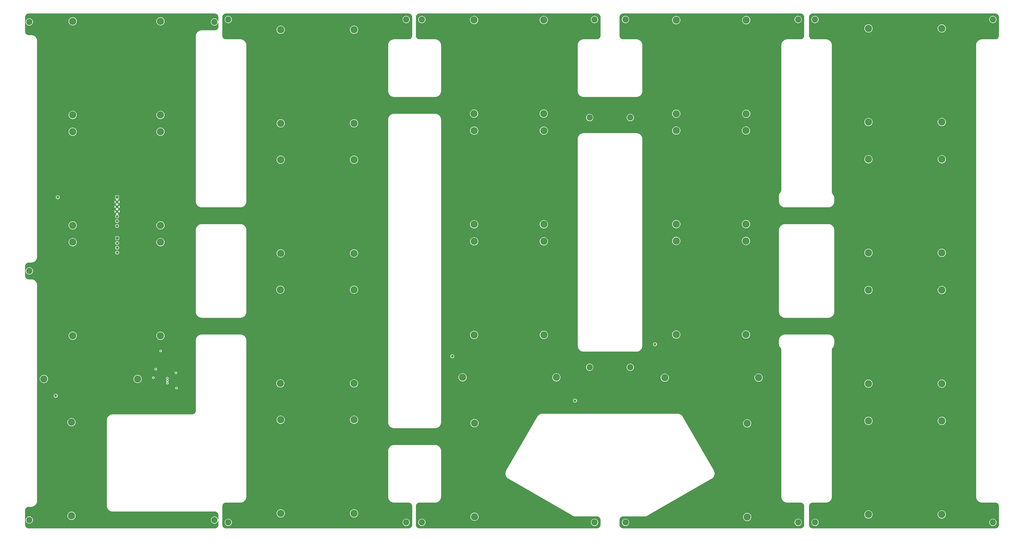
<source format=gbr>
%TF.GenerationSoftware,KiCad,Pcbnew,9.0.1*%
%TF.CreationDate,2025-04-05T22:38:14-07:00*%
%TF.ProjectId,FlexDeploySidePanels,466c6578-4465-4706-9c6f-795369646550,3.2*%
%TF.SameCoordinates,Original*%
%TF.FileFunction,Copper,L3,Inr*%
%TF.FilePolarity,Positive*%
%FSLAX46Y46*%
G04 Gerber Fmt 4.6, Leading zero omitted, Abs format (unit mm)*
G04 Created by KiCad (PCBNEW 9.0.1) date 2025-04-05 22:38:14*
%MOMM*%
%LPD*%
G01*
G04 APERTURE LIST*
%TA.AperFunction,ComponentPad*%
%ADD10C,3.000000*%
%TD*%
%TA.AperFunction,ComponentPad*%
%ADD11R,1.150000X1.150000*%
%TD*%
%TA.AperFunction,ComponentPad*%
%ADD12C,1.150000*%
%TD*%
%TA.AperFunction,ComponentPad*%
%ADD13C,2.600000*%
%TD*%
%TA.AperFunction,ViaPad*%
%ADD14C,0.600000*%
%TD*%
%TA.AperFunction,ViaPad*%
%ADD15C,1.200000*%
%TD*%
G04 APERTURE END LIST*
D10*
%TO.N,GND*%
%TO.C,SC1*%
X471950000Y-308454797D03*
%TO.N,Net-(D1-C)*%
X471950000Y-269454797D03*
%TD*%
%TO.N,Net-(D21-A)*%
%TO.C,SC21*%
X306400000Y-141450000D03*
%TO.N,Net-(D21-C)*%
X306400000Y-102450000D03*
%TD*%
%TO.N,Net-(D38-A)*%
%TO.C,SC38*%
X147000000Y-141999000D03*
%TO.N,Net-(D37-A)*%
X147000000Y-102999000D03*
%TD*%
D11*
%TO.N,DEP SENSE*%
%TO.C,J1*%
X128950000Y-176249999D03*
D12*
%TO.N,VSOLAR*%
X128950000Y-178250000D03*
X128950000Y-180249999D03*
X128950000Y-182250000D03*
%TO.N,GND*%
X128950000Y-184249998D03*
X128950000Y-186249999D03*
X128950000Y-188249998D03*
%TD*%
D10*
%TO.N,Net-(D18-A)*%
%TO.C,SC18*%
X277450000Y-194650000D03*
%TO.N,Net-(D17-A)*%
X277450000Y-233650000D03*
%TD*%
%TO.N,Net-(D13-A)*%
%TO.C,SC13*%
X390600000Y-141500000D03*
%TO.N,Net-(D13-C)*%
X390600000Y-102500000D03*
%TD*%
D13*
%TO.N,GND*%
%TO.C,H18*%
X169450000Y-103250000D03*
%TD*%
D10*
%TO.N,Net-(D17-A)*%
%TO.C,SC17*%
X272650000Y-251300000D03*
%TO.N,Net-(D17-C)*%
X311650000Y-251300000D03*
%TD*%
%TO.N,Net-(D11-A)*%
%TO.C,SC11*%
X361500000Y-148500000D03*
%TO.N,Net-(D10-A)*%
X361500000Y-187500000D03*
%TD*%
%TO.N,Net-(D25-A)*%
%TO.C,SC25*%
X197000000Y-269000000D03*
%TO.N,Net-(D25-C)*%
X197000000Y-308000000D03*
%TD*%
D13*
%TO.N,GND*%
%TO.C,H21*%
X92450000Y-310750000D03*
%TD*%
D10*
%TO.N,Net-(D34-A)*%
%TO.C,SC34*%
X98500000Y-252000000D03*
%TO.N,Net-(D33-A)*%
X137500000Y-252000000D03*
%TD*%
D13*
%TO.N,GND*%
%TO.C,H8*%
X340400000Y-311750000D03*
%TD*%
D10*
%TO.N,GND*%
%TO.C,SC20*%
X277400000Y-102450000D03*
%TO.N,Net-(D19-A)*%
X277400000Y-141450000D03*
%TD*%
%TO.N,Net-(D5-C)*%
%TO.C,SC6*%
X441450000Y-160454797D03*
%TO.N,Net-(D6-C)*%
X441450000Y-199454797D03*
%TD*%
%TO.N,Net-(D10-A)*%
%TO.C,SC10*%
X361500000Y-194500000D03*
%TO.N,Net-(D10-C)*%
X361500000Y-233500000D03*
%TD*%
D13*
%TO.N,GND*%
%TO.C,H1*%
X493200000Y-311750000D03*
%TD*%
D10*
%TO.N,Net-(D30-A)*%
%TO.C,SC30*%
X227500000Y-199666666D03*
%TO.N,Net-(D29-A)*%
X227500000Y-160666666D03*
%TD*%
D13*
%TO.N,GND*%
%TO.C,H9*%
X327500000Y-311750000D03*
%TD*%
%TO.N,GND*%
%TO.C,H5*%
X412200000Y-311750000D03*
%TD*%
%TO.N,GND*%
%TO.C,H7*%
X340400000Y-102250000D03*
%TD*%
%TO.N,GND*%
%TO.C,H24*%
X342400000Y-247100000D03*
%TD*%
D10*
%TO.N,GND*%
%TO.C,SC16*%
X391000000Y-309510000D03*
%TO.N,Net-(D15-A)*%
X391000000Y-270510000D03*
%TD*%
D13*
%TO.N,GND*%
%TO.C,H16*%
X175200000Y-311750000D03*
%TD*%
D10*
%TO.N,Net-(D10-C)*%
%TO.C,SC9*%
X395750000Y-251460000D03*
%TO.N,Net-(D43-A)*%
X356750000Y-251460000D03*
%TD*%
D13*
%TO.N,GND*%
%TO.C,H14*%
X249200000Y-102250000D03*
%TD*%
D10*
%TO.N,Net-(D26-A)*%
%TO.C,SC26*%
X196850000Y-214833332D03*
%TO.N,Net-(D25-A)*%
X196850000Y-253833332D03*
%TD*%
D13*
%TO.N,GND*%
%TO.C,H6*%
X412200000Y-102250000D03*
%TD*%
%TO.N,GND*%
%TO.C,H22*%
X342400000Y-143100000D03*
%TD*%
%TO.N,GND*%
%TO.C,H13*%
X249200000Y-311750000D03*
%TD*%
%TO.N,GND*%
%TO.C,H19*%
X92456000Y-103251000D03*
%TD*%
D10*
%TO.N,Net-(D6-C)*%
%TO.C,SC7*%
X441450000Y-214954797D03*
%TO.N,Net-(D7-C)*%
X441450000Y-253954797D03*
%TD*%
D13*
%TO.N,GND*%
%TO.C,H25*%
X325500000Y-247100000D03*
%TD*%
D10*
%TO.N,Net-(D14-A)*%
%TO.C,SC14*%
X390500000Y-187500000D03*
%TO.N,Net-(D13-A)*%
X390500000Y-148500000D03*
%TD*%
D11*
%TO.N,/OUT2*%
%TO.C,J4*%
X129000000Y-193350000D03*
D12*
%TO.N,/OUT1*%
X129000000Y-195350000D03*
%TO.N,GND*%
X129000000Y-197350000D03*
%TO.N,/3V3*%
X129000000Y-199350000D03*
%TD*%
D13*
%TO.N,GND*%
%TO.C,H4*%
X419220000Y-311750000D03*
%TD*%
D10*
%TO.N,Net-(D37-A)*%
%TO.C,SC37*%
X110500000Y-103000000D03*
%TO.N,Net-(D37-C)*%
X110500000Y-142000000D03*
%TD*%
%TO.N,Net-(D39-A)*%
%TO.C,SC39*%
X147000000Y-188000000D03*
%TO.N,Net-(D38-A)*%
X147000000Y-149000000D03*
%TD*%
%TO.N,Net-(D35-A)*%
%TO.C,SC35*%
X110500000Y-195000000D03*
%TO.N,Net-(D34-A)*%
X110500000Y-234000000D03*
%TD*%
D13*
%TO.N,GND*%
%TO.C,H23*%
X325500000Y-143100000D03*
%TD*%
D10*
%TO.N,Net-(D15-A)*%
%TO.C,SC15*%
X390500000Y-233500000D03*
%TO.N,Net-(D14-A)*%
X390500000Y-194500000D03*
%TD*%
%TO.N,GND*%
%TO.C,SC28*%
X197000000Y-106500000D03*
%TO.N,Net-(D27-A)*%
X197000000Y-145500000D03*
%TD*%
%TO.N,Net-(D2-C)*%
%TO.C,SC3*%
X471950000Y-199454797D03*
%TO.N,Net-(D3-C)*%
X471950000Y-160454797D03*
%TD*%
%TO.N,GND*%
%TO.C,SC32*%
X227500000Y-308000000D03*
%TO.N,Net-(D31-A)*%
X227500000Y-269000000D03*
%TD*%
D13*
%TO.N,GND*%
%TO.C,H15*%
X175200000Y-102250000D03*
%TD*%
D10*
%TO.N,Net-(D31-A)*%
%TO.C,SC31*%
X227500000Y-253833332D03*
%TO.N,Net-(D30-A)*%
X227500000Y-214833332D03*
%TD*%
%TO.N,GND*%
%TO.C,SC5*%
X441450000Y-105954797D03*
%TO.N,Net-(D5-C)*%
X441450000Y-144954797D03*
%TD*%
D13*
%TO.N,GND*%
%TO.C,H12*%
X255700000Y-311750000D03*
%TD*%
D10*
%TO.N,Net-(D19-A)*%
%TO.C,SC19*%
X277450000Y-148550000D03*
%TO.N,Net-(D18-A)*%
X277450000Y-187550000D03*
%TD*%
%TO.N,Net-(D22-A)*%
%TO.C,SC22*%
X306450000Y-187550000D03*
%TO.N,Net-(D21-A)*%
X306450000Y-148550000D03*
%TD*%
D13*
%TO.N,GND*%
%TO.C,H17*%
X169450000Y-310769000D03*
%TD*%
D10*
%TO.N,GND*%
%TO.C,SC12*%
X361500000Y-102500000D03*
%TO.N,Net-(D11-A)*%
X361500000Y-141500000D03*
%TD*%
D13*
%TO.N,GND*%
%TO.C,H3*%
X419200000Y-102250000D03*
%TD*%
D10*
%TO.N,Net-(D7-C)*%
%TO.C,SC8*%
X441450000Y-269454797D03*
%TO.N,Net-(D45-A)*%
X441450000Y-308454797D03*
%TD*%
D13*
%TO.N,GND*%
%TO.C,H2*%
X493200000Y-102250000D03*
%TD*%
D10*
%TO.N,Net-(D33-A)*%
%TO.C,SC33*%
X110000000Y-270000000D03*
%TO.N,Net-(D33-C)*%
X110000000Y-309000000D03*
%TD*%
%TO.N,GND*%
%TO.C,SC24*%
X277600000Y-309400000D03*
%TO.N,Net-(D23-A)*%
X277600000Y-270400000D03*
%TD*%
%TO.N,Net-(D3-C)*%
%TO.C,SC4*%
X471950000Y-144954797D03*
%TO.N,Net-(D4-C)*%
X471950000Y-105954797D03*
%TD*%
%TO.N,GND*%
%TO.C,SC36*%
X110500000Y-149000000D03*
%TO.N,Net-(D35-A)*%
X110500000Y-188000000D03*
%TD*%
D13*
%TO.N,GND*%
%TO.C,H11*%
X255700000Y-102250000D03*
%TD*%
%TO.N,GND*%
%TO.C,H10*%
X327500000Y-102250000D03*
%TD*%
D10*
%TO.N,Net-(D23-A)*%
%TO.C,SC23*%
X306450000Y-233650000D03*
%TO.N,Net-(D22-A)*%
X306450000Y-194650000D03*
%TD*%
%TO.N,Net-(D1-C)*%
%TO.C,SC2*%
X471950000Y-253954797D03*
%TO.N,Net-(D2-C)*%
X471950000Y-214954797D03*
%TD*%
%TO.N,GND*%
%TO.C,SC40*%
X147000000Y-234000000D03*
%TO.N,Net-(D39-A)*%
X147000000Y-195000000D03*
%TD*%
%TO.N,Net-(D27-A)*%
%TO.C,SC27*%
X197000000Y-160666666D03*
%TO.N,Net-(D26-A)*%
X197000000Y-199666666D03*
%TD*%
D13*
%TO.N,GND*%
%TO.C,H20*%
X92450000Y-207000000D03*
%TD*%
D10*
%TO.N,Net-(D29-A)*%
%TO.C,SC29*%
X227500000Y-145500000D03*
%TO.N,Net-(D29-C)*%
X227500000Y-106500000D03*
%TD*%
D14*
%TO.N,GND*%
X153416000Y-249428000D03*
D15*
X352660000Y-237550000D03*
D14*
X153670000Y-255778000D03*
X149860000Y-253746000D03*
X149860000Y-252730000D03*
D15*
X319380000Y-261070000D03*
D14*
X149860000Y-251714000D03*
D15*
X268380000Y-242540000D03*
%TO.N,VSOLAR*%
X350300000Y-265150000D03*
X183750000Y-258450000D03*
X130900000Y-311250000D03*
X315530000Y-237490000D03*
X458000000Y-152650000D03*
X127375000Y-135225000D03*
X213150000Y-153300000D03*
X264700000Y-261300000D03*
X428250000Y-261550000D03*
X400525000Y-240775000D03*
%TO.N,DEP SENSE*%
X103400000Y-259000000D03*
X104300000Y-176276000D03*
D14*
%TO.N,/OUT1*%
X144018000Y-251460000D03*
%TO.N,/OUT2*%
X147066000Y-240284000D03*
%TO.N,/3V3*%
X145034000Y-247904000D03*
%TD*%
%TA.AperFunction,Conductor*%
%TO.N,VSOLAR*%
G36*
X169604418Y-99750816D02*
G01*
X169804561Y-99765130D01*
X169822063Y-99767647D01*
X170013797Y-99809355D01*
X170030755Y-99814334D01*
X170214609Y-99882909D01*
X170230701Y-99890259D01*
X170402904Y-99984288D01*
X170417784Y-99993849D01*
X170574867Y-100111441D01*
X170588237Y-100123027D01*
X170726972Y-100261762D01*
X170738558Y-100275132D01*
X170856146Y-100432210D01*
X170865711Y-100447095D01*
X170959740Y-100619298D01*
X170967090Y-100635390D01*
X171035662Y-100819236D01*
X171040646Y-100836212D01*
X171082351Y-101027931D01*
X171084869Y-101045442D01*
X171099184Y-101245580D01*
X171099500Y-101254427D01*
X171099500Y-102683680D01*
X171079815Y-102750719D01*
X171027011Y-102796474D01*
X170957853Y-102806418D01*
X170894297Y-102777393D01*
X170861944Y-102733490D01*
X170774173Y-102533393D01*
X170638166Y-102325217D01*
X170616557Y-102301744D01*
X170469744Y-102142262D01*
X170273509Y-101989526D01*
X170273507Y-101989525D01*
X170273506Y-101989524D01*
X170054811Y-101871172D01*
X170054802Y-101871169D01*
X169819616Y-101790429D01*
X169574335Y-101749500D01*
X169325665Y-101749500D01*
X169080383Y-101790429D01*
X168845197Y-101871169D01*
X168845188Y-101871172D01*
X168626493Y-101989524D01*
X168610234Y-102002179D01*
X168430256Y-102142262D01*
X168419452Y-102153997D01*
X168261833Y-102325217D01*
X168125826Y-102533393D01*
X168025936Y-102761118D01*
X167964892Y-103002175D01*
X167964890Y-103002187D01*
X167944357Y-103249994D01*
X167944357Y-103250005D01*
X167964890Y-103497812D01*
X167964892Y-103497824D01*
X168025936Y-103738881D01*
X168125826Y-103966606D01*
X168261833Y-104174782D01*
X168285507Y-104200499D01*
X168430256Y-104357738D01*
X168626491Y-104510474D01*
X168845190Y-104628828D01*
X169080386Y-104709571D01*
X169325665Y-104750500D01*
X169574335Y-104750500D01*
X169819614Y-104709571D01*
X170054810Y-104628828D01*
X170273509Y-104510474D01*
X170469744Y-104357738D01*
X170638164Y-104174785D01*
X170774173Y-103966607D01*
X170861944Y-103766508D01*
X170906900Y-103713023D01*
X170973636Y-103692333D01*
X171040964Y-103711008D01*
X171087507Y-103763118D01*
X171099500Y-103816319D01*
X171099500Y-105245572D01*
X171099184Y-105254419D01*
X171084869Y-105454557D01*
X171082351Y-105472068D01*
X171040646Y-105663787D01*
X171035662Y-105680763D01*
X170967090Y-105864609D01*
X170959740Y-105880701D01*
X170865711Y-106052904D01*
X170856146Y-106067789D01*
X170738558Y-106224867D01*
X170726972Y-106238237D01*
X170588237Y-106376972D01*
X170574867Y-106388558D01*
X170417789Y-106506146D01*
X170402904Y-106515711D01*
X170230701Y-106609740D01*
X170214609Y-106617090D01*
X170030763Y-106685662D01*
X170013787Y-106690646D01*
X169822068Y-106732351D01*
X169804557Y-106734869D01*
X169623779Y-106747799D01*
X169604417Y-106749184D01*
X169595572Y-106749500D01*
X164048746Y-106749500D01*
X163898598Y-106767731D01*
X163748449Y-106785963D01*
X163629602Y-106815255D01*
X163454727Y-106858358D01*
X163171882Y-106965628D01*
X162904035Y-107106206D01*
X162904026Y-107106212D01*
X162655078Y-107278047D01*
X162655072Y-107278052D01*
X162428648Y-107478646D01*
X162428646Y-107478648D01*
X162228052Y-107705072D01*
X162228047Y-107705078D01*
X162056212Y-107954026D01*
X162056206Y-107954035D01*
X161915628Y-108221882D01*
X161808358Y-108504727D01*
X161782475Y-108609740D01*
X161735963Y-108798449D01*
X161728689Y-108858357D01*
X161708898Y-109021352D01*
X161699500Y-109098748D01*
X161699500Y-109184108D01*
X161699500Y-177934108D01*
X161699500Y-178000000D01*
X161699500Y-178151252D01*
X161735963Y-178451551D01*
X161746822Y-178495606D01*
X161808358Y-178745272D01*
X161915628Y-179028117D01*
X162056206Y-179295964D01*
X162056212Y-179295973D01*
X162228047Y-179544921D01*
X162228052Y-179544927D01*
X162428646Y-179771351D01*
X162428648Y-179771353D01*
X162655072Y-179971947D01*
X162655078Y-179971952D01*
X162904026Y-180143787D01*
X162904035Y-180143793D01*
X163171882Y-180284371D01*
X163454727Y-180391641D01*
X163454731Y-180391642D01*
X163454734Y-180391643D01*
X163748449Y-180464037D01*
X163999661Y-180494539D01*
X164048746Y-180500500D01*
X164048748Y-180500500D01*
X180351254Y-180500500D01*
X180396630Y-180494990D01*
X180651551Y-180464037D01*
X180945266Y-180391643D01*
X180945269Y-180391641D01*
X180945272Y-180391641D01*
X181048007Y-180352678D01*
X181228113Y-180284373D01*
X181495967Y-180143792D01*
X181744924Y-179971950D01*
X181971352Y-179771352D01*
X182171950Y-179544924D01*
X182343792Y-179295967D01*
X182484373Y-179028113D01*
X182591643Y-178745266D01*
X182664037Y-178451551D01*
X182700500Y-178151252D01*
X182700500Y-178000000D01*
X182700500Y-177934108D01*
X182700500Y-160666661D01*
X195294732Y-160666661D01*
X195294732Y-160666670D01*
X195313777Y-160920820D01*
X195322132Y-160957427D01*
X195370492Y-161169303D01*
X195463607Y-161406554D01*
X195591041Y-161627278D01*
X195749950Y-161826543D01*
X195936783Y-161999898D01*
X196147366Y-162143471D01*
X196147371Y-162143473D01*
X196147372Y-162143474D01*
X196147373Y-162143475D01*
X196269328Y-162202204D01*
X196376992Y-162254053D01*
X196376993Y-162254053D01*
X196376996Y-162254055D01*
X196620542Y-162329179D01*
X196872565Y-162367166D01*
X197127435Y-162367166D01*
X197379458Y-162329179D01*
X197623004Y-162254055D01*
X197852634Y-162143471D01*
X198063217Y-161999898D01*
X198250050Y-161826543D01*
X198408959Y-161627278D01*
X198536393Y-161406554D01*
X198629508Y-161169303D01*
X198686222Y-160920823D01*
X198705268Y-160666666D01*
X198705268Y-160666661D01*
X225794732Y-160666661D01*
X225794732Y-160666670D01*
X225813777Y-160920820D01*
X225822132Y-160957427D01*
X225870492Y-161169303D01*
X225963607Y-161406554D01*
X226091041Y-161627278D01*
X226249950Y-161826543D01*
X226436783Y-161999898D01*
X226647366Y-162143471D01*
X226647371Y-162143473D01*
X226647372Y-162143474D01*
X226647373Y-162143475D01*
X226769328Y-162202204D01*
X226876992Y-162254053D01*
X226876993Y-162254053D01*
X226876996Y-162254055D01*
X227120542Y-162329179D01*
X227372565Y-162367166D01*
X227627435Y-162367166D01*
X227879458Y-162329179D01*
X228123004Y-162254055D01*
X228352634Y-162143471D01*
X228563217Y-161999898D01*
X228750050Y-161826543D01*
X228908959Y-161627278D01*
X229036393Y-161406554D01*
X229129508Y-161169303D01*
X229186222Y-160920823D01*
X229205268Y-160666666D01*
X229186222Y-160412509D01*
X229129508Y-160164029D01*
X229036393Y-159926778D01*
X228908959Y-159706054D01*
X228750050Y-159506789D01*
X228563217Y-159333434D01*
X228352634Y-159189861D01*
X228352630Y-159189859D01*
X228352627Y-159189857D01*
X228352626Y-159189856D01*
X228123006Y-159079278D01*
X228123008Y-159079278D01*
X227879466Y-159004155D01*
X227879462Y-159004154D01*
X227879458Y-159004153D01*
X227758231Y-158985880D01*
X227627440Y-158966166D01*
X227627435Y-158966166D01*
X227372565Y-158966166D01*
X227372559Y-158966166D01*
X227215609Y-158989823D01*
X227120542Y-159004153D01*
X227120539Y-159004154D01*
X227120533Y-159004155D01*
X226876992Y-159079278D01*
X226647373Y-159189856D01*
X226647372Y-159189857D01*
X226436782Y-159333434D01*
X226249952Y-159506787D01*
X226249950Y-159506789D01*
X226091041Y-159706054D01*
X225963608Y-159926775D01*
X225870492Y-160164028D01*
X225870490Y-160164035D01*
X225813777Y-160412511D01*
X225794732Y-160666661D01*
X198705268Y-160666661D01*
X198686222Y-160412509D01*
X198629508Y-160164029D01*
X198536393Y-159926778D01*
X198408959Y-159706054D01*
X198250050Y-159506789D01*
X198063217Y-159333434D01*
X197852634Y-159189861D01*
X197852630Y-159189859D01*
X197852627Y-159189857D01*
X197852626Y-159189856D01*
X197623006Y-159079278D01*
X197623008Y-159079278D01*
X197379466Y-159004155D01*
X197379462Y-159004154D01*
X197379458Y-159004153D01*
X197258231Y-158985880D01*
X197127440Y-158966166D01*
X197127435Y-158966166D01*
X196872565Y-158966166D01*
X196872559Y-158966166D01*
X196715609Y-158989823D01*
X196620542Y-159004153D01*
X196620539Y-159004154D01*
X196620533Y-159004155D01*
X196376992Y-159079278D01*
X196147373Y-159189856D01*
X196147372Y-159189857D01*
X195936782Y-159333434D01*
X195749952Y-159506787D01*
X195749950Y-159506789D01*
X195591041Y-159706054D01*
X195463608Y-159926775D01*
X195370492Y-160164028D01*
X195370490Y-160164035D01*
X195313777Y-160412511D01*
X195294732Y-160666661D01*
X182700500Y-160666661D01*
X182700500Y-145499995D01*
X195294732Y-145499995D01*
X195294732Y-145500004D01*
X195313777Y-145754154D01*
X195350582Y-145915409D01*
X195370492Y-146002637D01*
X195463607Y-146239888D01*
X195591041Y-146460612D01*
X195749950Y-146659877D01*
X195936783Y-146833232D01*
X196147366Y-146976805D01*
X196147371Y-146976807D01*
X196147372Y-146976808D01*
X196147373Y-146976809D01*
X196243696Y-147023195D01*
X196376992Y-147087387D01*
X196376993Y-147087387D01*
X196376996Y-147087389D01*
X196620542Y-147162513D01*
X196872565Y-147200500D01*
X197127435Y-147200500D01*
X197379458Y-147162513D01*
X197623004Y-147087389D01*
X197852634Y-146976805D01*
X198063217Y-146833232D01*
X198250050Y-146659877D01*
X198408959Y-146460612D01*
X198536393Y-146239888D01*
X198629508Y-146002637D01*
X198686222Y-145754157D01*
X198705268Y-145500000D01*
X198705268Y-145499995D01*
X225794732Y-145499995D01*
X225794732Y-145500004D01*
X225813777Y-145754154D01*
X225850582Y-145915409D01*
X225870492Y-146002637D01*
X225963607Y-146239888D01*
X226091041Y-146460612D01*
X226249950Y-146659877D01*
X226436783Y-146833232D01*
X226647366Y-146976805D01*
X226647371Y-146976807D01*
X226647372Y-146976808D01*
X226647373Y-146976809D01*
X226743696Y-147023195D01*
X226876992Y-147087387D01*
X226876993Y-147087387D01*
X226876996Y-147087389D01*
X227120542Y-147162513D01*
X227372565Y-147200500D01*
X227627435Y-147200500D01*
X227879458Y-147162513D01*
X228123004Y-147087389D01*
X228352634Y-146976805D01*
X228563217Y-146833232D01*
X228750050Y-146659877D01*
X228908959Y-146460612D01*
X229036393Y-146239888D01*
X229129508Y-146002637D01*
X229186222Y-145754157D01*
X229205268Y-145500000D01*
X229186222Y-145245843D01*
X229129508Y-144997363D01*
X229036393Y-144760112D01*
X228908959Y-144539388D01*
X228750050Y-144340123D01*
X228563217Y-144166768D01*
X228352634Y-144023195D01*
X228352630Y-144023193D01*
X228352627Y-144023191D01*
X228352626Y-144023190D01*
X228123006Y-143912612D01*
X228123008Y-143912612D01*
X227915967Y-143848748D01*
X241699500Y-143848748D01*
X241699500Y-143934108D01*
X241699500Y-269934108D01*
X241699500Y-270000000D01*
X241699500Y-270151252D01*
X241735963Y-270451551D01*
X241769444Y-270587389D01*
X241808358Y-270745272D01*
X241915628Y-271028117D01*
X242056206Y-271295964D01*
X242056212Y-271295973D01*
X242228047Y-271544921D01*
X242228052Y-271544927D01*
X242428646Y-271771351D01*
X242428648Y-271771353D01*
X242655072Y-271971947D01*
X242655078Y-271971952D01*
X242904026Y-272143787D01*
X242904035Y-272143793D01*
X243171882Y-272284371D01*
X243454727Y-272391641D01*
X243454731Y-272391642D01*
X243454734Y-272391643D01*
X243748449Y-272464037D01*
X243999661Y-272494539D01*
X244048746Y-272500500D01*
X244048748Y-272500500D01*
X261351254Y-272500500D01*
X261396630Y-272494990D01*
X261651551Y-272464037D01*
X261945266Y-272391643D01*
X261945269Y-272391641D01*
X261945272Y-272391641D01*
X262048007Y-272352678D01*
X262228113Y-272284373D01*
X262495967Y-272143792D01*
X262744924Y-271971950D01*
X262971352Y-271771352D01*
X263171950Y-271544924D01*
X263343792Y-271295967D01*
X263484373Y-271028113D01*
X263575425Y-270788029D01*
X263591641Y-270745272D01*
X263591641Y-270745269D01*
X263591643Y-270745266D01*
X263664037Y-270451551D01*
X263670297Y-270399995D01*
X275894732Y-270399995D01*
X275894732Y-270400004D01*
X275913777Y-270654154D01*
X275938884Y-270764157D01*
X275970492Y-270902637D01*
X276025261Y-271042186D01*
X276063608Y-271139890D01*
X276075148Y-271159878D01*
X276191041Y-271360612D01*
X276349950Y-271559877D01*
X276536783Y-271733232D01*
X276747366Y-271876805D01*
X276747371Y-271876807D01*
X276747372Y-271876808D01*
X276747373Y-271876809D01*
X276869328Y-271935538D01*
X276976992Y-271987387D01*
X276976993Y-271987387D01*
X276976996Y-271987389D01*
X277220542Y-272062513D01*
X277472565Y-272100500D01*
X277727435Y-272100500D01*
X277979458Y-272062513D01*
X278223004Y-271987389D01*
X278452634Y-271876805D01*
X278663217Y-271733232D01*
X278850050Y-271559877D01*
X279008959Y-271360612D01*
X279136393Y-271139888D01*
X279229508Y-270902637D01*
X279286222Y-270654157D01*
X279299512Y-270476808D01*
X279305268Y-270400004D01*
X279305268Y-270399995D01*
X279287274Y-270159877D01*
X279286222Y-270145843D01*
X279229508Y-269897363D01*
X279136393Y-269660112D01*
X279008959Y-269439388D01*
X278850050Y-269240123D01*
X278663217Y-269066768D01*
X278452634Y-268923195D01*
X278452630Y-268923193D01*
X278452627Y-268923191D01*
X278452626Y-268923190D01*
X278223006Y-268812612D01*
X278223008Y-268812612D01*
X277979466Y-268737489D01*
X277979462Y-268737488D01*
X277979458Y-268737487D01*
X277858231Y-268719214D01*
X277727440Y-268699500D01*
X277727435Y-268699500D01*
X277472565Y-268699500D01*
X277472559Y-268699500D01*
X277315609Y-268723157D01*
X277220542Y-268737487D01*
X277220539Y-268737488D01*
X277220533Y-268737489D01*
X276976992Y-268812612D01*
X276747373Y-268923190D01*
X276747372Y-268923191D01*
X276536782Y-269066768D01*
X276349952Y-269240121D01*
X276349950Y-269240123D01*
X276191041Y-269439388D01*
X276063608Y-269660109D01*
X275970492Y-269897362D01*
X275970490Y-269897369D01*
X275913777Y-270145845D01*
X275894732Y-270399995D01*
X263670297Y-270399995D01*
X263700500Y-270151252D01*
X263700500Y-270000000D01*
X263700500Y-269934108D01*
X263700500Y-261069996D01*
X318574435Y-261069996D01*
X318574435Y-261070003D01*
X318594630Y-261249249D01*
X318594631Y-261249254D01*
X318654211Y-261419523D01*
X318750184Y-261572262D01*
X318877738Y-261699816D01*
X319030478Y-261795789D01*
X319200745Y-261855368D01*
X319200750Y-261855369D01*
X319379996Y-261875565D01*
X319380000Y-261875565D01*
X319380004Y-261875565D01*
X319559249Y-261855369D01*
X319559252Y-261855368D01*
X319559255Y-261855368D01*
X319729522Y-261795789D01*
X319882262Y-261699816D01*
X320009816Y-261572262D01*
X320105789Y-261419522D01*
X320165368Y-261249255D01*
X320185565Y-261070000D01*
X320165368Y-260890745D01*
X320105789Y-260720478D01*
X320009816Y-260567738D01*
X319882262Y-260440184D01*
X319729523Y-260344211D01*
X319559254Y-260284631D01*
X319559249Y-260284630D01*
X319380004Y-260264435D01*
X319379996Y-260264435D01*
X319200750Y-260284630D01*
X319200745Y-260284631D01*
X319030476Y-260344211D01*
X318877737Y-260440184D01*
X318750184Y-260567737D01*
X318654211Y-260720476D01*
X318594631Y-260890745D01*
X318594630Y-260890750D01*
X318574435Y-261069996D01*
X263700500Y-261069996D01*
X263700500Y-251299995D01*
X270944732Y-251299995D01*
X270944732Y-251300004D01*
X270963777Y-251554154D01*
X271007529Y-251745845D01*
X271020492Y-251802637D01*
X271113607Y-252039888D01*
X271241041Y-252260612D01*
X271399950Y-252459877D01*
X271586783Y-252633232D01*
X271797366Y-252776805D01*
X271797371Y-252776807D01*
X271797372Y-252776808D01*
X271797373Y-252776809D01*
X271919328Y-252835538D01*
X272026992Y-252887387D01*
X272026993Y-252887387D01*
X272026996Y-252887389D01*
X272270542Y-252962513D01*
X272522565Y-253000500D01*
X272777435Y-253000500D01*
X273029458Y-252962513D01*
X273273004Y-252887389D01*
X273502634Y-252776805D01*
X273713217Y-252633232D01*
X273900050Y-252459877D01*
X274058959Y-252260612D01*
X274186393Y-252039888D01*
X274279508Y-251802637D01*
X274336222Y-251554157D01*
X274352881Y-251331856D01*
X274355268Y-251300004D01*
X274355268Y-251299995D01*
X309944732Y-251299995D01*
X309944732Y-251300004D01*
X309963777Y-251554154D01*
X310007529Y-251745845D01*
X310020492Y-251802637D01*
X310113607Y-252039888D01*
X310241041Y-252260612D01*
X310399950Y-252459877D01*
X310586783Y-252633232D01*
X310797366Y-252776805D01*
X310797371Y-252776807D01*
X310797372Y-252776808D01*
X310797373Y-252776809D01*
X310919328Y-252835538D01*
X311026992Y-252887387D01*
X311026993Y-252887387D01*
X311026996Y-252887389D01*
X311270542Y-252962513D01*
X311522565Y-253000500D01*
X311777435Y-253000500D01*
X312029458Y-252962513D01*
X312273004Y-252887389D01*
X312502634Y-252776805D01*
X312713217Y-252633232D01*
X312900050Y-252459877D01*
X313058959Y-252260612D01*
X313186393Y-252039888D01*
X313279508Y-251802637D01*
X313336222Y-251554157D01*
X313343278Y-251459995D01*
X355044732Y-251459995D01*
X355044732Y-251460004D01*
X355063777Y-251714154D01*
X355110749Y-251919954D01*
X355120492Y-251962637D01*
X355213607Y-252199888D01*
X355341041Y-252420612D01*
X355499950Y-252619877D01*
X355686783Y-252793232D01*
X355897366Y-252936805D01*
X355897371Y-252936807D01*
X355897372Y-252936808D01*
X355897373Y-252936809D01*
X356016517Y-252994185D01*
X356126992Y-253047387D01*
X356126993Y-253047387D01*
X356126996Y-253047389D01*
X356370542Y-253122513D01*
X356622565Y-253160500D01*
X356877435Y-253160500D01*
X357129458Y-253122513D01*
X357373004Y-253047389D01*
X357602634Y-252936805D01*
X357813217Y-252793232D01*
X358000050Y-252619877D01*
X358158959Y-252420612D01*
X358286393Y-252199888D01*
X358379508Y-251962637D01*
X358436222Y-251714157D01*
X358455268Y-251460000D01*
X358455268Y-251459995D01*
X394044732Y-251459995D01*
X394044732Y-251460004D01*
X394063777Y-251714154D01*
X394110749Y-251919954D01*
X394120492Y-251962637D01*
X394213607Y-252199888D01*
X394341041Y-252420612D01*
X394499950Y-252619877D01*
X394686783Y-252793232D01*
X394897366Y-252936805D01*
X394897371Y-252936807D01*
X394897372Y-252936808D01*
X394897373Y-252936809D01*
X395016517Y-252994185D01*
X395126992Y-253047387D01*
X395126993Y-253047387D01*
X395126996Y-253047389D01*
X395370542Y-253122513D01*
X395622565Y-253160500D01*
X395877435Y-253160500D01*
X396129458Y-253122513D01*
X396373004Y-253047389D01*
X396602634Y-252936805D01*
X396813217Y-252793232D01*
X397000050Y-252619877D01*
X397158959Y-252420612D01*
X397286393Y-252199888D01*
X397379508Y-251962637D01*
X397436222Y-251714157D01*
X397455268Y-251460000D01*
X397453816Y-251440628D01*
X397436222Y-251205845D01*
X397431835Y-251186626D01*
X397379508Y-250957363D01*
X397286393Y-250720112D01*
X397158959Y-250499388D01*
X397000050Y-250300123D01*
X396813217Y-250126768D01*
X396602634Y-249983195D01*
X396602630Y-249983193D01*
X396602627Y-249983191D01*
X396602626Y-249983190D01*
X396373006Y-249872612D01*
X396373008Y-249872612D01*
X396129466Y-249797489D01*
X396129462Y-249797488D01*
X396129458Y-249797487D01*
X396008231Y-249779214D01*
X395877440Y-249759500D01*
X395877435Y-249759500D01*
X395622565Y-249759500D01*
X395622559Y-249759500D01*
X395465609Y-249783157D01*
X395370542Y-249797487D01*
X395370539Y-249797488D01*
X395370533Y-249797489D01*
X395126992Y-249872612D01*
X394897373Y-249983190D01*
X394897372Y-249983191D01*
X394686782Y-250126768D01*
X394499952Y-250300121D01*
X394499950Y-250300123D01*
X394341041Y-250499388D01*
X394213608Y-250720109D01*
X394120492Y-250957362D01*
X394120490Y-250957369D01*
X394063777Y-251205845D01*
X394044732Y-251459995D01*
X358455268Y-251459995D01*
X358453816Y-251440628D01*
X358436222Y-251205845D01*
X358431835Y-251186626D01*
X358379508Y-250957363D01*
X358286393Y-250720112D01*
X358158959Y-250499388D01*
X358000050Y-250300123D01*
X357813217Y-250126768D01*
X357602634Y-249983195D01*
X357602630Y-249983193D01*
X357602627Y-249983191D01*
X357602626Y-249983190D01*
X357373006Y-249872612D01*
X357373008Y-249872612D01*
X357129466Y-249797489D01*
X357129462Y-249797488D01*
X357129458Y-249797487D01*
X357008231Y-249779214D01*
X356877440Y-249759500D01*
X356877435Y-249759500D01*
X356622565Y-249759500D01*
X356622559Y-249759500D01*
X356465609Y-249783157D01*
X356370542Y-249797487D01*
X356370539Y-249797488D01*
X356370533Y-249797489D01*
X356126992Y-249872612D01*
X355897373Y-249983190D01*
X355897372Y-249983191D01*
X355686782Y-250126768D01*
X355499952Y-250300121D01*
X355499950Y-250300123D01*
X355341041Y-250499388D01*
X355213608Y-250720109D01*
X355120492Y-250957362D01*
X355120490Y-250957369D01*
X355063777Y-251205845D01*
X355044732Y-251459995D01*
X313343278Y-251459995D01*
X313352881Y-251331856D01*
X313355268Y-251300004D01*
X313355268Y-251299995D01*
X313336222Y-251045845D01*
X313334748Y-251039388D01*
X313279508Y-250797363D01*
X313186393Y-250560112D01*
X313058959Y-250339388D01*
X312900050Y-250140123D01*
X312713217Y-249966768D01*
X312502634Y-249823195D01*
X312502630Y-249823193D01*
X312502627Y-249823191D01*
X312502626Y-249823190D01*
X312273006Y-249712612D01*
X312273008Y-249712612D01*
X312029466Y-249637489D01*
X312029462Y-249637488D01*
X312029458Y-249637487D01*
X311908231Y-249619214D01*
X311777440Y-249599500D01*
X311777435Y-249599500D01*
X311522565Y-249599500D01*
X311522559Y-249599500D01*
X311365609Y-249623157D01*
X311270542Y-249637487D01*
X311270539Y-249637488D01*
X311270533Y-249637489D01*
X311026992Y-249712612D01*
X310797373Y-249823190D01*
X310797372Y-249823191D01*
X310586782Y-249966768D01*
X310399952Y-250140121D01*
X310399950Y-250140123D01*
X310241041Y-250339388D01*
X310113608Y-250560109D01*
X310020492Y-250797362D01*
X310020490Y-250797369D01*
X309963777Y-251045845D01*
X309944732Y-251299995D01*
X274355268Y-251299995D01*
X274336222Y-251045845D01*
X274334748Y-251039388D01*
X274279508Y-250797363D01*
X274186393Y-250560112D01*
X274058959Y-250339388D01*
X273900050Y-250140123D01*
X273713217Y-249966768D01*
X273502634Y-249823195D01*
X273502630Y-249823193D01*
X273502627Y-249823191D01*
X273502626Y-249823190D01*
X273273006Y-249712612D01*
X273273008Y-249712612D01*
X273029466Y-249637489D01*
X273029462Y-249637488D01*
X273029458Y-249637487D01*
X272908231Y-249619214D01*
X272777440Y-249599500D01*
X272777435Y-249599500D01*
X272522565Y-249599500D01*
X272522559Y-249599500D01*
X272365609Y-249623157D01*
X272270542Y-249637487D01*
X272270539Y-249637488D01*
X272270533Y-249637489D01*
X272026992Y-249712612D01*
X271797373Y-249823190D01*
X271797372Y-249823191D01*
X271586782Y-249966768D01*
X271399952Y-250140121D01*
X271399950Y-250140123D01*
X271241041Y-250339388D01*
X271113608Y-250560109D01*
X271020492Y-250797362D01*
X271020490Y-250797369D01*
X270963777Y-251045845D01*
X270944732Y-251299995D01*
X263700500Y-251299995D01*
X263700500Y-247099994D01*
X323994357Y-247099994D01*
X323994357Y-247100005D01*
X324014890Y-247347812D01*
X324014892Y-247347824D01*
X324075936Y-247588881D01*
X324175826Y-247816606D01*
X324311833Y-248024782D01*
X324331786Y-248046457D01*
X324480256Y-248207738D01*
X324676491Y-248360474D01*
X324895190Y-248478828D01*
X325130386Y-248559571D01*
X325375665Y-248600500D01*
X325624335Y-248600500D01*
X325869614Y-248559571D01*
X326104810Y-248478828D01*
X326323509Y-248360474D01*
X326519744Y-248207738D01*
X326688164Y-248024785D01*
X326824173Y-247816607D01*
X326924063Y-247588881D01*
X326985108Y-247347821D01*
X327005643Y-247100000D01*
X327005643Y-247099994D01*
X340894357Y-247099994D01*
X340894357Y-247100005D01*
X340914890Y-247347812D01*
X340914892Y-247347824D01*
X340975936Y-247588881D01*
X341075826Y-247816606D01*
X341211833Y-248024782D01*
X341231786Y-248046457D01*
X341380256Y-248207738D01*
X341576491Y-248360474D01*
X341795190Y-248478828D01*
X342030386Y-248559571D01*
X342275665Y-248600500D01*
X342524335Y-248600500D01*
X342769614Y-248559571D01*
X343004810Y-248478828D01*
X343223509Y-248360474D01*
X343419744Y-248207738D01*
X343588164Y-248024785D01*
X343724173Y-247816607D01*
X343824063Y-247588881D01*
X343885108Y-247347821D01*
X343905643Y-247100000D01*
X343885108Y-246852179D01*
X343824063Y-246611119D01*
X343724173Y-246383393D01*
X343588166Y-246175217D01*
X343566557Y-246151744D01*
X343419744Y-245992262D01*
X343223509Y-245839526D01*
X343223507Y-245839525D01*
X343223506Y-245839524D01*
X343004811Y-245721172D01*
X343004802Y-245721169D01*
X342769616Y-245640429D01*
X342524335Y-245599500D01*
X342275665Y-245599500D01*
X342030383Y-245640429D01*
X341795197Y-245721169D01*
X341795188Y-245721172D01*
X341576493Y-245839524D01*
X341380257Y-245992261D01*
X341211833Y-246175217D01*
X341075826Y-246383393D01*
X340975936Y-246611118D01*
X340914892Y-246852175D01*
X340914890Y-246852187D01*
X340894357Y-247099994D01*
X327005643Y-247099994D01*
X326985108Y-246852179D01*
X326924063Y-246611119D01*
X326824173Y-246383393D01*
X326688166Y-246175217D01*
X326666557Y-246151744D01*
X326519744Y-245992262D01*
X326323509Y-245839526D01*
X326323507Y-245839525D01*
X326323506Y-245839524D01*
X326104811Y-245721172D01*
X326104802Y-245721169D01*
X325869616Y-245640429D01*
X325624335Y-245599500D01*
X325375665Y-245599500D01*
X325130383Y-245640429D01*
X324895197Y-245721169D01*
X324895188Y-245721172D01*
X324676493Y-245839524D01*
X324480257Y-245992261D01*
X324311833Y-246175217D01*
X324175826Y-246383393D01*
X324075936Y-246611118D01*
X324014892Y-246852175D01*
X324014890Y-246852187D01*
X323994357Y-247099994D01*
X263700500Y-247099994D01*
X263700500Y-242539996D01*
X267574435Y-242539996D01*
X267574435Y-242540003D01*
X267594630Y-242719249D01*
X267594631Y-242719254D01*
X267654211Y-242889523D01*
X267750184Y-243042262D01*
X267877738Y-243169816D01*
X268030478Y-243265789D01*
X268200745Y-243325368D01*
X268200750Y-243325369D01*
X268379996Y-243345565D01*
X268380000Y-243345565D01*
X268380004Y-243345565D01*
X268559249Y-243325369D01*
X268559252Y-243325368D01*
X268559255Y-243325368D01*
X268729522Y-243265789D01*
X268882262Y-243169816D01*
X269009816Y-243042262D01*
X269105789Y-242889522D01*
X269165368Y-242719255D01*
X269185565Y-242540000D01*
X269165368Y-242360745D01*
X269105789Y-242190478D01*
X269009816Y-242037738D01*
X268882262Y-241910184D01*
X268729523Y-241814211D01*
X268559254Y-241754631D01*
X268559249Y-241754630D01*
X268380004Y-241734435D01*
X268379996Y-241734435D01*
X268200750Y-241754630D01*
X268200745Y-241754631D01*
X268030476Y-241814211D01*
X267877737Y-241910184D01*
X267750184Y-242037737D01*
X267654211Y-242190476D01*
X267594631Y-242360745D01*
X267594630Y-242360750D01*
X267574435Y-242539996D01*
X263700500Y-242539996D01*
X263700500Y-233649995D01*
X275744732Y-233649995D01*
X275744732Y-233650004D01*
X275763777Y-233904154D01*
X275792055Y-234028050D01*
X275820492Y-234152637D01*
X275913607Y-234389888D01*
X276041041Y-234610612D01*
X276199950Y-234809877D01*
X276386783Y-234983232D01*
X276597366Y-235126805D01*
X276597371Y-235126807D01*
X276597372Y-235126808D01*
X276597373Y-235126809D01*
X276671508Y-235162510D01*
X276826992Y-235237387D01*
X276826993Y-235237387D01*
X276826996Y-235237389D01*
X277070542Y-235312513D01*
X277322565Y-235350500D01*
X277577435Y-235350500D01*
X277829458Y-235312513D01*
X278073004Y-235237389D01*
X278302634Y-235126805D01*
X278513217Y-234983232D01*
X278700050Y-234809877D01*
X278858959Y-234610612D01*
X278986393Y-234389888D01*
X279079508Y-234152637D01*
X279136222Y-233904157D01*
X279155268Y-233650000D01*
X279155268Y-233649995D01*
X304744732Y-233649995D01*
X304744732Y-233650004D01*
X304763777Y-233904154D01*
X304792055Y-234028050D01*
X304820492Y-234152637D01*
X304913607Y-234389888D01*
X305041041Y-234610612D01*
X305199950Y-234809877D01*
X305386783Y-234983232D01*
X305597366Y-235126805D01*
X305597371Y-235126807D01*
X305597372Y-235126808D01*
X305597373Y-235126809D01*
X305671508Y-235162510D01*
X305826992Y-235237387D01*
X305826993Y-235237387D01*
X305826996Y-235237389D01*
X306070542Y-235312513D01*
X306322565Y-235350500D01*
X306577435Y-235350500D01*
X306829458Y-235312513D01*
X307073004Y-235237389D01*
X307302634Y-235126805D01*
X307513217Y-234983232D01*
X307700050Y-234809877D01*
X307858959Y-234610612D01*
X307986393Y-234389888D01*
X308079508Y-234152637D01*
X308136222Y-233904157D01*
X308155268Y-233650000D01*
X308152147Y-233608358D01*
X308136222Y-233395845D01*
X308105241Y-233260109D01*
X308079508Y-233147363D01*
X307986393Y-232910112D01*
X307858959Y-232689388D01*
X307700050Y-232490123D01*
X307513217Y-232316768D01*
X307302634Y-232173195D01*
X307302630Y-232173193D01*
X307302627Y-232173191D01*
X307302626Y-232173190D01*
X307073006Y-232062612D01*
X307073008Y-232062612D01*
X306829466Y-231987489D01*
X306829462Y-231987488D01*
X306829458Y-231987487D01*
X306708231Y-231969214D01*
X306577440Y-231949500D01*
X306577435Y-231949500D01*
X306322565Y-231949500D01*
X306322559Y-231949500D01*
X306165609Y-231973157D01*
X306070542Y-231987487D01*
X306070539Y-231987488D01*
X306070533Y-231987489D01*
X305826992Y-232062612D01*
X305597373Y-232173190D01*
X305597372Y-232173191D01*
X305386782Y-232316768D01*
X305199952Y-232490121D01*
X305199950Y-232490123D01*
X305041041Y-232689388D01*
X304913608Y-232910109D01*
X304820492Y-233147362D01*
X304820490Y-233147369D01*
X304763777Y-233395845D01*
X304744732Y-233649995D01*
X279155268Y-233649995D01*
X279152147Y-233608358D01*
X279136222Y-233395845D01*
X279105241Y-233260109D01*
X279079508Y-233147363D01*
X278986393Y-232910112D01*
X278858959Y-232689388D01*
X278700050Y-232490123D01*
X278513217Y-232316768D01*
X278302634Y-232173195D01*
X278302630Y-232173193D01*
X278302627Y-232173191D01*
X278302626Y-232173190D01*
X278073006Y-232062612D01*
X278073008Y-232062612D01*
X277829466Y-231987489D01*
X277829462Y-231987488D01*
X277829458Y-231987487D01*
X277708231Y-231969214D01*
X277577440Y-231949500D01*
X277577435Y-231949500D01*
X277322565Y-231949500D01*
X277322559Y-231949500D01*
X277165609Y-231973157D01*
X277070542Y-231987487D01*
X277070539Y-231987488D01*
X277070533Y-231987489D01*
X276826992Y-232062612D01*
X276597373Y-232173190D01*
X276597372Y-232173191D01*
X276386782Y-232316768D01*
X276199952Y-232490121D01*
X276199950Y-232490123D01*
X276041041Y-232689388D01*
X275913608Y-232910109D01*
X275820492Y-233147362D01*
X275820490Y-233147369D01*
X275763777Y-233395845D01*
X275744732Y-233649995D01*
X263700500Y-233649995D01*
X263700500Y-194649995D01*
X275744732Y-194649995D01*
X275744732Y-194650004D01*
X275763777Y-194904154D01*
X275786253Y-195002630D01*
X275820492Y-195152637D01*
X275913607Y-195389888D01*
X276041041Y-195610612D01*
X276199950Y-195809877D01*
X276386783Y-195983232D01*
X276597366Y-196126805D01*
X276597371Y-196126807D01*
X276597372Y-196126808D01*
X276597373Y-196126809D01*
X276671508Y-196162510D01*
X276826992Y-196237387D01*
X276826993Y-196237387D01*
X276826996Y-196237389D01*
X277070542Y-196312513D01*
X277322565Y-196350500D01*
X277577435Y-196350500D01*
X277829458Y-196312513D01*
X278073004Y-196237389D01*
X278254458Y-196150005D01*
X278302626Y-196126809D01*
X278302626Y-196126808D01*
X278302634Y-196126805D01*
X278513217Y-195983232D01*
X278700050Y-195809877D01*
X278858959Y-195610612D01*
X278986393Y-195389888D01*
X279079508Y-195152637D01*
X279136222Y-194904157D01*
X279155268Y-194650000D01*
X279155268Y-194649995D01*
X304744732Y-194649995D01*
X304744732Y-194650004D01*
X304763777Y-194904154D01*
X304786253Y-195002630D01*
X304820492Y-195152637D01*
X304913607Y-195389888D01*
X305041041Y-195610612D01*
X305199950Y-195809877D01*
X305386783Y-195983232D01*
X305597366Y-196126805D01*
X305597371Y-196126807D01*
X305597372Y-196126808D01*
X305597373Y-196126809D01*
X305671508Y-196162510D01*
X305826992Y-196237387D01*
X305826993Y-196237387D01*
X305826996Y-196237389D01*
X306070542Y-196312513D01*
X306322565Y-196350500D01*
X306577435Y-196350500D01*
X306829458Y-196312513D01*
X307073004Y-196237389D01*
X307254458Y-196150005D01*
X307302626Y-196126809D01*
X307302626Y-196126808D01*
X307302634Y-196126805D01*
X307513217Y-195983232D01*
X307700050Y-195809877D01*
X307858959Y-195610612D01*
X307986393Y-195389888D01*
X308079508Y-195152637D01*
X308136222Y-194904157D01*
X308155268Y-194650000D01*
X308149242Y-194569593D01*
X308136222Y-194395845D01*
X308105241Y-194260109D01*
X308079508Y-194147363D01*
X307986393Y-193910112D01*
X307858959Y-193689388D01*
X307700050Y-193490123D01*
X307513217Y-193316768D01*
X307302634Y-193173195D01*
X307302630Y-193173193D01*
X307302627Y-193173191D01*
X307302626Y-193173190D01*
X307073006Y-193062612D01*
X307073008Y-193062612D01*
X306829466Y-192987489D01*
X306829462Y-192987488D01*
X306829458Y-192987487D01*
X306708231Y-192969214D01*
X306577440Y-192949500D01*
X306577435Y-192949500D01*
X306322565Y-192949500D01*
X306322559Y-192949500D01*
X306165609Y-192973157D01*
X306070542Y-192987487D01*
X306070539Y-192987488D01*
X306070533Y-192987489D01*
X305826992Y-193062612D01*
X305597373Y-193173190D01*
X305597372Y-193173191D01*
X305386782Y-193316768D01*
X305199952Y-193490121D01*
X305199950Y-193490123D01*
X305041041Y-193689388D01*
X304913608Y-193910109D01*
X304820492Y-194147362D01*
X304820490Y-194147369D01*
X304763777Y-194395845D01*
X304744732Y-194649995D01*
X279155268Y-194649995D01*
X279149242Y-194569593D01*
X279136222Y-194395845D01*
X279105241Y-194260109D01*
X279079508Y-194147363D01*
X278986393Y-193910112D01*
X278858959Y-193689388D01*
X278700050Y-193490123D01*
X278513217Y-193316768D01*
X278302634Y-193173195D01*
X278302630Y-193173193D01*
X278302627Y-193173191D01*
X278302626Y-193173190D01*
X278073006Y-193062612D01*
X278073008Y-193062612D01*
X277829466Y-192987489D01*
X277829462Y-192987488D01*
X277829458Y-192987487D01*
X277708231Y-192969214D01*
X277577440Y-192949500D01*
X277577435Y-192949500D01*
X277322565Y-192949500D01*
X277322559Y-192949500D01*
X277165609Y-192973157D01*
X277070542Y-192987487D01*
X277070539Y-192987488D01*
X277070533Y-192987489D01*
X276826992Y-193062612D01*
X276597373Y-193173190D01*
X276597372Y-193173191D01*
X276386782Y-193316768D01*
X276199952Y-193490121D01*
X276199950Y-193490123D01*
X276041041Y-193689388D01*
X275913608Y-193910109D01*
X275820492Y-194147362D01*
X275820490Y-194147369D01*
X275763777Y-194395845D01*
X275744732Y-194649995D01*
X263700500Y-194649995D01*
X263700500Y-187549995D01*
X275744732Y-187549995D01*
X275744732Y-187550004D01*
X275763777Y-187804154D01*
X275814880Y-188028052D01*
X275820492Y-188052637D01*
X275913607Y-188289888D01*
X276041041Y-188510612D01*
X276199950Y-188709877D01*
X276386783Y-188883232D01*
X276597366Y-189026805D01*
X276597371Y-189026807D01*
X276597372Y-189026808D01*
X276597373Y-189026809D01*
X276719328Y-189085538D01*
X276826992Y-189137387D01*
X276826993Y-189137387D01*
X276826996Y-189137389D01*
X277070542Y-189212513D01*
X277322565Y-189250500D01*
X277577435Y-189250500D01*
X277829458Y-189212513D01*
X278073004Y-189137389D01*
X278302634Y-189026805D01*
X278513217Y-188883232D01*
X278700050Y-188709877D01*
X278858959Y-188510612D01*
X278986393Y-188289888D01*
X279079508Y-188052637D01*
X279136222Y-187804157D01*
X279155268Y-187550000D01*
X279155268Y-187549995D01*
X304744732Y-187549995D01*
X304744732Y-187550004D01*
X304763777Y-187804154D01*
X304814880Y-188028052D01*
X304820492Y-188052637D01*
X304913607Y-188289888D01*
X305041041Y-188510612D01*
X305199950Y-188709877D01*
X305386783Y-188883232D01*
X305597366Y-189026805D01*
X305597371Y-189026807D01*
X305597372Y-189026808D01*
X305597373Y-189026809D01*
X305719328Y-189085538D01*
X305826992Y-189137387D01*
X305826993Y-189137387D01*
X305826996Y-189137389D01*
X306070542Y-189212513D01*
X306322565Y-189250500D01*
X306577435Y-189250500D01*
X306829458Y-189212513D01*
X307073004Y-189137389D01*
X307302634Y-189026805D01*
X307513217Y-188883232D01*
X307700050Y-188709877D01*
X307858959Y-188510612D01*
X307986393Y-188289888D01*
X308079508Y-188052637D01*
X308136222Y-187804157D01*
X308155268Y-187550000D01*
X308151521Y-187500004D01*
X308136222Y-187295845D01*
X308128066Y-187260112D01*
X308079508Y-187047363D01*
X307986393Y-186810112D01*
X307858959Y-186589388D01*
X307700050Y-186390123D01*
X307513217Y-186216768D01*
X307302634Y-186073195D01*
X307302630Y-186073193D01*
X307302627Y-186073191D01*
X307302626Y-186073190D01*
X307073006Y-185962612D01*
X307073008Y-185962612D01*
X306829466Y-185887489D01*
X306829462Y-185887488D01*
X306829458Y-185887487D01*
X306708231Y-185869214D01*
X306577440Y-185849500D01*
X306577435Y-185849500D01*
X306322565Y-185849500D01*
X306322559Y-185849500D01*
X306165609Y-185873157D01*
X306070542Y-185887487D01*
X306070539Y-185887488D01*
X306070533Y-185887489D01*
X305826992Y-185962612D01*
X305597373Y-186073190D01*
X305597372Y-186073191D01*
X305597366Y-186073194D01*
X305597366Y-186073195D01*
X305572639Y-186090053D01*
X305386782Y-186216768D01*
X305199952Y-186390121D01*
X305199950Y-186390123D01*
X305041041Y-186589388D01*
X304913608Y-186810109D01*
X304820492Y-187047362D01*
X304820490Y-187047369D01*
X304763777Y-187295845D01*
X304744732Y-187549995D01*
X279155268Y-187549995D01*
X279151521Y-187500004D01*
X279136222Y-187295845D01*
X279128066Y-187260112D01*
X279079508Y-187047363D01*
X278986393Y-186810112D01*
X278858959Y-186589388D01*
X278700050Y-186390123D01*
X278513217Y-186216768D01*
X278302634Y-186073195D01*
X278302630Y-186073193D01*
X278302627Y-186073191D01*
X278302626Y-186073190D01*
X278073006Y-185962612D01*
X278073008Y-185962612D01*
X277829466Y-185887489D01*
X277829462Y-185887488D01*
X277829458Y-185887487D01*
X277708231Y-185869214D01*
X277577440Y-185849500D01*
X277577435Y-185849500D01*
X277322565Y-185849500D01*
X277322559Y-185849500D01*
X277165609Y-185873157D01*
X277070542Y-185887487D01*
X277070539Y-185887488D01*
X277070533Y-185887489D01*
X276826992Y-185962612D01*
X276597373Y-186073190D01*
X276597372Y-186073191D01*
X276597366Y-186073194D01*
X276597366Y-186073195D01*
X276572639Y-186090053D01*
X276386782Y-186216768D01*
X276199952Y-186390121D01*
X276199950Y-186390123D01*
X276041041Y-186589388D01*
X275913608Y-186810109D01*
X275820492Y-187047362D01*
X275820490Y-187047369D01*
X275763777Y-187295845D01*
X275744732Y-187549995D01*
X263700500Y-187549995D01*
X263700500Y-151948745D01*
X320509500Y-151948745D01*
X320509500Y-238251254D01*
X320519714Y-238335369D01*
X320545963Y-238551551D01*
X320588200Y-238722915D01*
X320618358Y-238845272D01*
X320725628Y-239128117D01*
X320866206Y-239395964D01*
X320866212Y-239395973D01*
X321038047Y-239644921D01*
X321038052Y-239644927D01*
X321238646Y-239871351D01*
X321238648Y-239871353D01*
X321465072Y-240071947D01*
X321465078Y-240071952D01*
X321714026Y-240243787D01*
X321714035Y-240243793D01*
X321981882Y-240384371D01*
X322264727Y-240491641D01*
X322264731Y-240491642D01*
X322264734Y-240491643D01*
X322558449Y-240564037D01*
X322809661Y-240594539D01*
X322858746Y-240600500D01*
X322858748Y-240600500D01*
X345069254Y-240600500D01*
X345114630Y-240594990D01*
X345369551Y-240564037D01*
X345663266Y-240491643D01*
X345663269Y-240491641D01*
X345663272Y-240491641D01*
X345766007Y-240452678D01*
X345946113Y-240384373D01*
X346213967Y-240243792D01*
X346462924Y-240071950D01*
X346689352Y-239871352D01*
X346889950Y-239644924D01*
X347061792Y-239395967D01*
X347202373Y-239128113D01*
X347280583Y-238921890D01*
X347309641Y-238845272D01*
X347309641Y-238845269D01*
X347309643Y-238845266D01*
X347382037Y-238551551D01*
X347418500Y-238251252D01*
X347418500Y-238100000D01*
X347418500Y-238034108D01*
X347418500Y-237549996D01*
X351854435Y-237549996D01*
X351854435Y-237550003D01*
X351874630Y-237729249D01*
X351874631Y-237729254D01*
X351934211Y-237899523D01*
X351938957Y-237907076D01*
X352030184Y-238052262D01*
X352157738Y-238179816D01*
X352248080Y-238236582D01*
X352271427Y-238251252D01*
X352310478Y-238275789D01*
X352417967Y-238313401D01*
X352480745Y-238335368D01*
X352480750Y-238335369D01*
X352659996Y-238355565D01*
X352660000Y-238355565D01*
X352660004Y-238355565D01*
X352839249Y-238335369D01*
X352839252Y-238335368D01*
X352839255Y-238335368D01*
X353009522Y-238275789D01*
X353162262Y-238179816D01*
X353289816Y-238052262D01*
X353385789Y-237899522D01*
X353445368Y-237729255D01*
X353453829Y-237654161D01*
X353465565Y-237550003D01*
X353465565Y-237549996D01*
X353445369Y-237370750D01*
X353445368Y-237370745D01*
X353432455Y-237333841D01*
X353385789Y-237200478D01*
X353289816Y-237047738D01*
X353162262Y-236920184D01*
X353009523Y-236824211D01*
X352839254Y-236764631D01*
X352839249Y-236764630D01*
X352660004Y-236744435D01*
X352659996Y-236744435D01*
X352480750Y-236764630D01*
X352480745Y-236764631D01*
X352310476Y-236824211D01*
X352157737Y-236920184D01*
X352030184Y-237047737D01*
X351934211Y-237200476D01*
X351874631Y-237370745D01*
X351874630Y-237370750D01*
X351854435Y-237549996D01*
X347418500Y-237549996D01*
X347418500Y-233499995D01*
X359794732Y-233499995D01*
X359794732Y-233500004D01*
X359813777Y-233754154D01*
X359848014Y-233904157D01*
X359870492Y-234002637D01*
X359963607Y-234239888D01*
X360091041Y-234460612D01*
X360249950Y-234659877D01*
X360436783Y-234833232D01*
X360647366Y-234976805D01*
X360647371Y-234976807D01*
X360647372Y-234976808D01*
X360647373Y-234976809D01*
X360732983Y-235018036D01*
X360876992Y-235087387D01*
X360876993Y-235087387D01*
X360876996Y-235087389D01*
X361120542Y-235162513D01*
X361372565Y-235200500D01*
X361627435Y-235200500D01*
X361879458Y-235162513D01*
X362123004Y-235087389D01*
X362352634Y-234976805D01*
X362563217Y-234833232D01*
X362750050Y-234659877D01*
X362908959Y-234460612D01*
X363036393Y-234239888D01*
X363129508Y-234002637D01*
X363186222Y-233754157D01*
X363205268Y-233500000D01*
X363205268Y-233499995D01*
X388794732Y-233499995D01*
X388794732Y-233500004D01*
X388813777Y-233754154D01*
X388848014Y-233904157D01*
X388870492Y-234002637D01*
X388963607Y-234239888D01*
X389091041Y-234460612D01*
X389249950Y-234659877D01*
X389436783Y-234833232D01*
X389647366Y-234976805D01*
X389647371Y-234976807D01*
X389647372Y-234976808D01*
X389647373Y-234976809D01*
X389732983Y-235018036D01*
X389876992Y-235087387D01*
X389876993Y-235087387D01*
X389876996Y-235087389D01*
X390120542Y-235162513D01*
X390372565Y-235200500D01*
X390627435Y-235200500D01*
X390879458Y-235162513D01*
X391123004Y-235087389D01*
X391352634Y-234976805D01*
X391563217Y-234833232D01*
X391750050Y-234659877D01*
X391908959Y-234460612D01*
X392036393Y-234239888D01*
X392129508Y-234002637D01*
X392186222Y-233754157D01*
X392205268Y-233500000D01*
X392205070Y-233497363D01*
X392186222Y-233245845D01*
X392163744Y-233147363D01*
X392129508Y-232997363D01*
X392036393Y-232760112D01*
X391908959Y-232539388D01*
X391750050Y-232340123D01*
X391563217Y-232166768D01*
X391352634Y-232023195D01*
X391352630Y-232023193D01*
X391352627Y-232023191D01*
X391352626Y-232023190D01*
X391123006Y-231912612D01*
X391123008Y-231912612D01*
X390879466Y-231837489D01*
X390879462Y-231837488D01*
X390879458Y-231837487D01*
X390758231Y-231819214D01*
X390627440Y-231799500D01*
X390627435Y-231799500D01*
X390372565Y-231799500D01*
X390372559Y-231799500D01*
X390215609Y-231823157D01*
X390120542Y-231837487D01*
X390120539Y-231837488D01*
X390120533Y-231837489D01*
X389876992Y-231912612D01*
X389647373Y-232023190D01*
X389647372Y-232023191D01*
X389436782Y-232166768D01*
X389249952Y-232340121D01*
X389249950Y-232340123D01*
X389091041Y-232539388D01*
X388963608Y-232760109D01*
X388870492Y-232997362D01*
X388870490Y-232997369D01*
X388813777Y-233245845D01*
X388794732Y-233499995D01*
X363205268Y-233499995D01*
X363205070Y-233497363D01*
X363186222Y-233245845D01*
X363163744Y-233147363D01*
X363129508Y-232997363D01*
X363036393Y-232760112D01*
X362908959Y-232539388D01*
X362750050Y-232340123D01*
X362563217Y-232166768D01*
X362352634Y-232023195D01*
X362352630Y-232023193D01*
X362352627Y-232023191D01*
X362352626Y-232023190D01*
X362123006Y-231912612D01*
X362123008Y-231912612D01*
X361879466Y-231837489D01*
X361879462Y-231837488D01*
X361879458Y-231837487D01*
X361758231Y-231819214D01*
X361627440Y-231799500D01*
X361627435Y-231799500D01*
X361372565Y-231799500D01*
X361372559Y-231799500D01*
X361215609Y-231823157D01*
X361120542Y-231837487D01*
X361120539Y-231837488D01*
X361120533Y-231837489D01*
X360876992Y-231912612D01*
X360647373Y-232023190D01*
X360647372Y-232023191D01*
X360436782Y-232166768D01*
X360249952Y-232340121D01*
X360249950Y-232340123D01*
X360091041Y-232539388D01*
X359963608Y-232760109D01*
X359870492Y-232997362D01*
X359870490Y-232997369D01*
X359813777Y-233245845D01*
X359794732Y-233499995D01*
X347418500Y-233499995D01*
X347418500Y-194499995D01*
X359794732Y-194499995D01*
X359794732Y-194500004D01*
X359813777Y-194754154D01*
X359848014Y-194904157D01*
X359870492Y-195002637D01*
X359963607Y-195239888D01*
X360091041Y-195460612D01*
X360249950Y-195659877D01*
X360436783Y-195833232D01*
X360647366Y-195976805D01*
X360647371Y-195976807D01*
X360647372Y-195976808D01*
X360647373Y-195976809D01*
X360769328Y-196035538D01*
X360876992Y-196087387D01*
X360876993Y-196087387D01*
X360876996Y-196087389D01*
X361120542Y-196162513D01*
X361372565Y-196200500D01*
X361627435Y-196200500D01*
X361879458Y-196162513D01*
X362123004Y-196087389D01*
X362352634Y-195976805D01*
X362563217Y-195833232D01*
X362750050Y-195659877D01*
X362908959Y-195460612D01*
X363036393Y-195239888D01*
X363129508Y-195002637D01*
X363186222Y-194754157D01*
X363205268Y-194500000D01*
X363205268Y-194499995D01*
X388794732Y-194499995D01*
X388794732Y-194500004D01*
X388813777Y-194754154D01*
X388848014Y-194904157D01*
X388870492Y-195002637D01*
X388963607Y-195239888D01*
X389091041Y-195460612D01*
X389249950Y-195659877D01*
X389436783Y-195833232D01*
X389647366Y-195976805D01*
X389647371Y-195976807D01*
X389647372Y-195976808D01*
X389647373Y-195976809D01*
X389769328Y-196035538D01*
X389876992Y-196087387D01*
X389876993Y-196087387D01*
X389876996Y-196087389D01*
X390120542Y-196162513D01*
X390372565Y-196200500D01*
X390627435Y-196200500D01*
X390879458Y-196162513D01*
X391123004Y-196087389D01*
X391352634Y-195976805D01*
X391563217Y-195833232D01*
X391750050Y-195659877D01*
X391908959Y-195460612D01*
X392036393Y-195239888D01*
X392129508Y-195002637D01*
X392186222Y-194754157D01*
X392205268Y-194500000D01*
X392205070Y-194497363D01*
X392186222Y-194245845D01*
X392163744Y-194147363D01*
X392129508Y-193997363D01*
X392036393Y-193760112D01*
X391908959Y-193539388D01*
X391750050Y-193340123D01*
X391563217Y-193166768D01*
X391352634Y-193023195D01*
X391352630Y-193023193D01*
X391352627Y-193023191D01*
X391352626Y-193023190D01*
X391123006Y-192912612D01*
X391123008Y-192912612D01*
X390879466Y-192837489D01*
X390879462Y-192837488D01*
X390879458Y-192837487D01*
X390758231Y-192819214D01*
X390627440Y-192799500D01*
X390627435Y-192799500D01*
X390372565Y-192799500D01*
X390372559Y-192799500D01*
X390215609Y-192823157D01*
X390120542Y-192837487D01*
X390120539Y-192837488D01*
X390120533Y-192837489D01*
X389876992Y-192912612D01*
X389647373Y-193023190D01*
X389647372Y-193023191D01*
X389436782Y-193166768D01*
X389249952Y-193340121D01*
X389249950Y-193340123D01*
X389091041Y-193539388D01*
X388963608Y-193760109D01*
X388870492Y-193997362D01*
X388870490Y-193997369D01*
X388813777Y-194245845D01*
X388794732Y-194499995D01*
X363205268Y-194499995D01*
X363205070Y-194497363D01*
X363186222Y-194245845D01*
X363163744Y-194147363D01*
X363129508Y-193997363D01*
X363036393Y-193760112D01*
X362908959Y-193539388D01*
X362750050Y-193340123D01*
X362563217Y-193166768D01*
X362352634Y-193023195D01*
X362352630Y-193023193D01*
X362352627Y-193023191D01*
X362352626Y-193023190D01*
X362123006Y-192912612D01*
X362123008Y-192912612D01*
X361879466Y-192837489D01*
X361879462Y-192837488D01*
X361879458Y-192837487D01*
X361758231Y-192819214D01*
X361627440Y-192799500D01*
X361627435Y-192799500D01*
X361372565Y-192799500D01*
X361372559Y-192799500D01*
X361215609Y-192823157D01*
X361120542Y-192837487D01*
X361120539Y-192837488D01*
X361120533Y-192837489D01*
X360876992Y-192912612D01*
X360647373Y-193023190D01*
X360647372Y-193023191D01*
X360436782Y-193166768D01*
X360249952Y-193340121D01*
X360249950Y-193340123D01*
X360091041Y-193539388D01*
X359963608Y-193760109D01*
X359870492Y-193997362D01*
X359870490Y-193997369D01*
X359813777Y-194245845D01*
X359794732Y-194499995D01*
X347418500Y-194499995D01*
X347418500Y-189848748D01*
X404217500Y-189848748D01*
X404217500Y-189934108D01*
X404217500Y-223934108D01*
X404217500Y-224000000D01*
X404217500Y-224151252D01*
X404253963Y-224451551D01*
X404296200Y-224622915D01*
X404326358Y-224745272D01*
X404433628Y-225028117D01*
X404574206Y-225295964D01*
X404574212Y-225295973D01*
X404746047Y-225544921D01*
X404746052Y-225544927D01*
X404946646Y-225771351D01*
X404946648Y-225771353D01*
X405173072Y-225971947D01*
X405173078Y-225971952D01*
X405422026Y-226143787D01*
X405422035Y-226143793D01*
X405689882Y-226284371D01*
X405972727Y-226391641D01*
X405972731Y-226391642D01*
X405972734Y-226391643D01*
X406266449Y-226464037D01*
X406517661Y-226494539D01*
X406566746Y-226500500D01*
X406566748Y-226500500D01*
X424869254Y-226500500D01*
X424914630Y-226494990D01*
X425169551Y-226464037D01*
X425463266Y-226391643D01*
X425463269Y-226391641D01*
X425463272Y-226391641D01*
X425566007Y-226352678D01*
X425746113Y-226284373D01*
X426013967Y-226143792D01*
X426262924Y-225971950D01*
X426489352Y-225771352D01*
X426689950Y-225544924D01*
X426861792Y-225295967D01*
X427002373Y-225028113D01*
X427109643Y-224745266D01*
X427182037Y-224451551D01*
X427218500Y-224151252D01*
X427218500Y-224000000D01*
X427218500Y-223934108D01*
X427218500Y-214954792D01*
X439744732Y-214954792D01*
X439744732Y-214954801D01*
X439763777Y-215208951D01*
X439792766Y-215335962D01*
X439820492Y-215457434D01*
X439913607Y-215694685D01*
X440041041Y-215915409D01*
X440199950Y-216114674D01*
X440386783Y-216288029D01*
X440597366Y-216431602D01*
X440597371Y-216431604D01*
X440597372Y-216431605D01*
X440597373Y-216431606D01*
X440719328Y-216490335D01*
X440826992Y-216542184D01*
X440826993Y-216542184D01*
X440826996Y-216542186D01*
X441070542Y-216617310D01*
X441322565Y-216655297D01*
X441577435Y-216655297D01*
X441829458Y-216617310D01*
X442073004Y-216542186D01*
X442302634Y-216431602D01*
X442513217Y-216288029D01*
X442700050Y-216114674D01*
X442858959Y-215915409D01*
X442986393Y-215694685D01*
X443079508Y-215457434D01*
X443136222Y-215208954D01*
X443155268Y-214954797D01*
X443155268Y-214954792D01*
X470244732Y-214954792D01*
X470244732Y-214954801D01*
X470263777Y-215208951D01*
X470292766Y-215335962D01*
X470320492Y-215457434D01*
X470413607Y-215694685D01*
X470541041Y-215915409D01*
X470699950Y-216114674D01*
X470886783Y-216288029D01*
X471097366Y-216431602D01*
X471097371Y-216431604D01*
X471097372Y-216431605D01*
X471097373Y-216431606D01*
X471219328Y-216490335D01*
X471326992Y-216542184D01*
X471326993Y-216542184D01*
X471326996Y-216542186D01*
X471570542Y-216617310D01*
X471822565Y-216655297D01*
X472077435Y-216655297D01*
X472329458Y-216617310D01*
X472573004Y-216542186D01*
X472802634Y-216431602D01*
X473013217Y-216288029D01*
X473200050Y-216114674D01*
X473358959Y-215915409D01*
X473486393Y-215694685D01*
X473579508Y-215457434D01*
X473636222Y-215208954D01*
X473655268Y-214954797D01*
X473636222Y-214700640D01*
X473579508Y-214452160D01*
X473486393Y-214214909D01*
X473358959Y-213994185D01*
X473200050Y-213794920D01*
X473013217Y-213621565D01*
X472802634Y-213477992D01*
X472802630Y-213477990D01*
X472802627Y-213477988D01*
X472802626Y-213477987D01*
X472573006Y-213367409D01*
X472573008Y-213367409D01*
X472329466Y-213292286D01*
X472329462Y-213292285D01*
X472329458Y-213292284D01*
X472208231Y-213274011D01*
X472077440Y-213254297D01*
X472077435Y-213254297D01*
X471822565Y-213254297D01*
X471822559Y-213254297D01*
X471665609Y-213277954D01*
X471570542Y-213292284D01*
X471570539Y-213292285D01*
X471570533Y-213292286D01*
X471326992Y-213367409D01*
X471097373Y-213477987D01*
X471097372Y-213477988D01*
X470886782Y-213621565D01*
X470699952Y-213794918D01*
X470699950Y-213794920D01*
X470541041Y-213994185D01*
X470413608Y-214214906D01*
X470320492Y-214452159D01*
X470320490Y-214452166D01*
X470263777Y-214700642D01*
X470244732Y-214954792D01*
X443155268Y-214954792D01*
X443136222Y-214700640D01*
X443079508Y-214452160D01*
X442986393Y-214214909D01*
X442858959Y-213994185D01*
X442700050Y-213794920D01*
X442513217Y-213621565D01*
X442302634Y-213477992D01*
X442302630Y-213477990D01*
X442302627Y-213477988D01*
X442302626Y-213477987D01*
X442073006Y-213367409D01*
X442073008Y-213367409D01*
X441829466Y-213292286D01*
X441829462Y-213292285D01*
X441829458Y-213292284D01*
X441708231Y-213274011D01*
X441577440Y-213254297D01*
X441577435Y-213254297D01*
X441322565Y-213254297D01*
X441322559Y-213254297D01*
X441165609Y-213277954D01*
X441070542Y-213292284D01*
X441070539Y-213292285D01*
X441070533Y-213292286D01*
X440826992Y-213367409D01*
X440597373Y-213477987D01*
X440597372Y-213477988D01*
X440386782Y-213621565D01*
X440199952Y-213794918D01*
X440199950Y-213794920D01*
X440041041Y-213994185D01*
X439913608Y-214214906D01*
X439820492Y-214452159D01*
X439820490Y-214452166D01*
X439763777Y-214700642D01*
X439744732Y-214954792D01*
X427218500Y-214954792D01*
X427218500Y-199454792D01*
X439744732Y-199454792D01*
X439744732Y-199454801D01*
X439763777Y-199708951D01*
X439812135Y-199920823D01*
X439820492Y-199957434D01*
X439913607Y-200194685D01*
X440041041Y-200415409D01*
X440199950Y-200614674D01*
X440386783Y-200788029D01*
X440597366Y-200931602D01*
X440597371Y-200931604D01*
X440597372Y-200931605D01*
X440597373Y-200931606D01*
X440719328Y-200990335D01*
X440826992Y-201042184D01*
X440826993Y-201042184D01*
X440826996Y-201042186D01*
X441070542Y-201117310D01*
X441322565Y-201155297D01*
X441577435Y-201155297D01*
X441829458Y-201117310D01*
X442073004Y-201042186D01*
X442254458Y-200954802D01*
X442302626Y-200931606D01*
X442302626Y-200931605D01*
X442302634Y-200931602D01*
X442513217Y-200788029D01*
X442700050Y-200614674D01*
X442858959Y-200415409D01*
X442986393Y-200194685D01*
X443079508Y-199957434D01*
X443136222Y-199708954D01*
X443150108Y-199523657D01*
X443155268Y-199454801D01*
X443155268Y-199454792D01*
X470244732Y-199454792D01*
X470244732Y-199454801D01*
X470263777Y-199708951D01*
X470312135Y-199920823D01*
X470320492Y-199957434D01*
X470413607Y-200194685D01*
X470541041Y-200415409D01*
X470699950Y-200614674D01*
X470886783Y-200788029D01*
X471097366Y-200931602D01*
X471097371Y-200931604D01*
X471097372Y-200931605D01*
X471097373Y-200931606D01*
X471219328Y-200990335D01*
X471326992Y-201042184D01*
X471326993Y-201042184D01*
X471326996Y-201042186D01*
X471570542Y-201117310D01*
X471822565Y-201155297D01*
X472077435Y-201155297D01*
X472329458Y-201117310D01*
X472573004Y-201042186D01*
X472754458Y-200954802D01*
X472802626Y-200931606D01*
X472802626Y-200931605D01*
X472802634Y-200931602D01*
X473013217Y-200788029D01*
X473200050Y-200614674D01*
X473358959Y-200415409D01*
X473486393Y-200194685D01*
X473579508Y-199957434D01*
X473636222Y-199708954D01*
X473650108Y-199523657D01*
X473655268Y-199454801D01*
X473655268Y-199454792D01*
X473636222Y-199200642D01*
X473630675Y-199176341D01*
X473579508Y-198952160D01*
X473486393Y-198714909D01*
X473358959Y-198494185D01*
X473200050Y-198294920D01*
X473013217Y-198121565D01*
X472802634Y-197977992D01*
X472802630Y-197977990D01*
X472802627Y-197977988D01*
X472802626Y-197977987D01*
X472573006Y-197867409D01*
X472573008Y-197867409D01*
X472329466Y-197792286D01*
X472329462Y-197792285D01*
X472329458Y-197792284D01*
X472208231Y-197774011D01*
X472077440Y-197754297D01*
X472077435Y-197754297D01*
X471822565Y-197754297D01*
X471822559Y-197754297D01*
X471665609Y-197777954D01*
X471570542Y-197792284D01*
X471570539Y-197792285D01*
X471570533Y-197792286D01*
X471326992Y-197867409D01*
X471097373Y-197977987D01*
X471097372Y-197977988D01*
X470886782Y-198121565D01*
X470699952Y-198294918D01*
X470699950Y-198294920D01*
X470541041Y-198494185D01*
X470413608Y-198714906D01*
X470320492Y-198952159D01*
X470320490Y-198952166D01*
X470263777Y-199200642D01*
X470244732Y-199454792D01*
X443155268Y-199454792D01*
X443136222Y-199200642D01*
X443130675Y-199176341D01*
X443079508Y-198952160D01*
X442986393Y-198714909D01*
X442858959Y-198494185D01*
X442700050Y-198294920D01*
X442513217Y-198121565D01*
X442302634Y-197977992D01*
X442302630Y-197977990D01*
X442302627Y-197977988D01*
X442302626Y-197977987D01*
X442073006Y-197867409D01*
X442073008Y-197867409D01*
X441829466Y-197792286D01*
X441829462Y-197792285D01*
X441829458Y-197792284D01*
X441708231Y-197774011D01*
X441577440Y-197754297D01*
X441577435Y-197754297D01*
X441322565Y-197754297D01*
X441322559Y-197754297D01*
X441165609Y-197777954D01*
X441070542Y-197792284D01*
X441070539Y-197792285D01*
X441070533Y-197792286D01*
X440826992Y-197867409D01*
X440597373Y-197977987D01*
X440597372Y-197977988D01*
X440386782Y-198121565D01*
X440199952Y-198294918D01*
X440199950Y-198294920D01*
X440041041Y-198494185D01*
X439913608Y-198714906D01*
X439820492Y-198952159D01*
X439820490Y-198952166D01*
X439763777Y-199200642D01*
X439744732Y-199454792D01*
X427218500Y-199454792D01*
X427218500Y-189934108D01*
X427218500Y-189848748D01*
X427182037Y-189548449D01*
X427109643Y-189254734D01*
X427109642Y-189254731D01*
X427109641Y-189254727D01*
X427002371Y-188971882D01*
X426861793Y-188704035D01*
X426861787Y-188704026D01*
X426689952Y-188455078D01*
X426689947Y-188455072D01*
X426489353Y-188228648D01*
X426489351Y-188228646D01*
X426262927Y-188028052D01*
X426262921Y-188028047D01*
X426013973Y-187856212D01*
X426013964Y-187856206D01*
X425746117Y-187715628D01*
X425463272Y-187608358D01*
X425347820Y-187579902D01*
X425169551Y-187535963D01*
X424989371Y-187514085D01*
X424869254Y-187499500D01*
X424869252Y-187499500D01*
X424783892Y-187499500D01*
X406783892Y-187499500D01*
X406718000Y-187499500D01*
X406566748Y-187499500D01*
X406566746Y-187499500D01*
X406416598Y-187517731D01*
X406266449Y-187535963D01*
X406147602Y-187565255D01*
X405972727Y-187608358D01*
X405689882Y-187715628D01*
X405422035Y-187856206D01*
X405422026Y-187856212D01*
X405173078Y-188028047D01*
X405173072Y-188028052D01*
X404946648Y-188228646D01*
X404946646Y-188228648D01*
X404746052Y-188455072D01*
X404746047Y-188455078D01*
X404574212Y-188704026D01*
X404574206Y-188704035D01*
X404433628Y-188971882D01*
X404326358Y-189254727D01*
X404307009Y-189333231D01*
X404253963Y-189548449D01*
X404217500Y-189848748D01*
X347418500Y-189848748D01*
X347418500Y-187499995D01*
X359794732Y-187499995D01*
X359794732Y-187500004D01*
X359813777Y-187754154D01*
X359837070Y-187856208D01*
X359870492Y-188002637D01*
X359963607Y-188239888D01*
X360091041Y-188460612D01*
X360249950Y-188659877D01*
X360436783Y-188833232D01*
X360647366Y-188976805D01*
X360647371Y-188976807D01*
X360647372Y-188976808D01*
X360647373Y-188976809D01*
X360769328Y-189035538D01*
X360876992Y-189087387D01*
X360876993Y-189087387D01*
X360876996Y-189087389D01*
X361120542Y-189162513D01*
X361372565Y-189200500D01*
X361627435Y-189200500D01*
X361879458Y-189162513D01*
X362123004Y-189087389D01*
X362352634Y-188976805D01*
X362563217Y-188833232D01*
X362750050Y-188659877D01*
X362908959Y-188460612D01*
X363036393Y-188239888D01*
X363129508Y-188002637D01*
X363186222Y-187754157D01*
X363201521Y-187550000D01*
X363205268Y-187500004D01*
X363205268Y-187499995D01*
X388794732Y-187499995D01*
X388794732Y-187500004D01*
X388813777Y-187754154D01*
X388837070Y-187856208D01*
X388870492Y-188002637D01*
X388963607Y-188239888D01*
X389091041Y-188460612D01*
X389249950Y-188659877D01*
X389436783Y-188833232D01*
X389647366Y-188976805D01*
X389647371Y-188976807D01*
X389647372Y-188976808D01*
X389647373Y-188976809D01*
X389769328Y-189035538D01*
X389876992Y-189087387D01*
X389876993Y-189087387D01*
X389876996Y-189087389D01*
X390120542Y-189162513D01*
X390372565Y-189200500D01*
X390627435Y-189200500D01*
X390879458Y-189162513D01*
X391123004Y-189087389D01*
X391352634Y-188976805D01*
X391563217Y-188833232D01*
X391750050Y-188659877D01*
X391908959Y-188460612D01*
X392036393Y-188239888D01*
X392129508Y-188002637D01*
X392186222Y-187754157D01*
X392201521Y-187550000D01*
X392205268Y-187500004D01*
X392205268Y-187499995D01*
X392186222Y-187245845D01*
X392140921Y-187047369D01*
X392129508Y-186997363D01*
X392036393Y-186760112D01*
X391908959Y-186539388D01*
X391750050Y-186340123D01*
X391563217Y-186166768D01*
X391352634Y-186023195D01*
X391352630Y-186023193D01*
X391352627Y-186023191D01*
X391352626Y-186023190D01*
X391123006Y-185912612D01*
X391123008Y-185912612D01*
X390879466Y-185837489D01*
X390879462Y-185837488D01*
X390879458Y-185837487D01*
X390758231Y-185819214D01*
X390627440Y-185799500D01*
X390627435Y-185799500D01*
X390372565Y-185799500D01*
X390372559Y-185799500D01*
X390215609Y-185823157D01*
X390120542Y-185837487D01*
X390120539Y-185837488D01*
X390120533Y-185837489D01*
X389876992Y-185912612D01*
X389647373Y-186023190D01*
X389647372Y-186023191D01*
X389436782Y-186166768D01*
X389249952Y-186340121D01*
X389249950Y-186340123D01*
X389091041Y-186539388D01*
X388963608Y-186760109D01*
X388870492Y-186997362D01*
X388870490Y-186997369D01*
X388813777Y-187245845D01*
X388794732Y-187499995D01*
X363205268Y-187499995D01*
X363186222Y-187245845D01*
X363140921Y-187047369D01*
X363129508Y-186997363D01*
X363036393Y-186760112D01*
X362908959Y-186539388D01*
X362750050Y-186340123D01*
X362563217Y-186166768D01*
X362352634Y-186023195D01*
X362352630Y-186023193D01*
X362352627Y-186023191D01*
X362352626Y-186023190D01*
X362123006Y-185912612D01*
X362123008Y-185912612D01*
X361879466Y-185837489D01*
X361879462Y-185837488D01*
X361879458Y-185837487D01*
X361758231Y-185819214D01*
X361627440Y-185799500D01*
X361627435Y-185799500D01*
X361372565Y-185799500D01*
X361372559Y-185799500D01*
X361215609Y-185823157D01*
X361120542Y-185837487D01*
X361120539Y-185837488D01*
X361120533Y-185837489D01*
X360876992Y-185912612D01*
X360647373Y-186023190D01*
X360647372Y-186023191D01*
X360436782Y-186166768D01*
X360249952Y-186340121D01*
X360249950Y-186340123D01*
X360091041Y-186539388D01*
X359963608Y-186760109D01*
X359870492Y-186997362D01*
X359870490Y-186997369D01*
X359813777Y-187245845D01*
X359794732Y-187499995D01*
X347418500Y-187499995D01*
X347418500Y-152034108D01*
X347418500Y-151948748D01*
X347382037Y-151648449D01*
X347309643Y-151354734D01*
X347309642Y-151354731D01*
X347309641Y-151354727D01*
X347202371Y-151071882D01*
X347061793Y-150804035D01*
X347061787Y-150804026D01*
X346889952Y-150555078D01*
X346889947Y-150555072D01*
X346689353Y-150328648D01*
X346689351Y-150328646D01*
X346462927Y-150128052D01*
X346462921Y-150128047D01*
X346213973Y-149956212D01*
X346213964Y-149956206D01*
X345946117Y-149815628D01*
X345663272Y-149708358D01*
X345547820Y-149679902D01*
X345369551Y-149635963D01*
X345189371Y-149614085D01*
X345069254Y-149599500D01*
X345069252Y-149599500D01*
X344983892Y-149599500D01*
X323075892Y-149599500D01*
X323010000Y-149599500D01*
X322858748Y-149599500D01*
X322858746Y-149599500D01*
X322708598Y-149617731D01*
X322558449Y-149635963D01*
X322461430Y-149659876D01*
X322264727Y-149708358D01*
X321981882Y-149815628D01*
X321714035Y-149956206D01*
X321714026Y-149956212D01*
X321465078Y-150128047D01*
X321465072Y-150128052D01*
X321238648Y-150328646D01*
X321238646Y-150328648D01*
X321038052Y-150555072D01*
X321038047Y-150555078D01*
X320866212Y-150804026D01*
X320866206Y-150804035D01*
X320725628Y-151071882D01*
X320618358Y-151354727D01*
X320588200Y-151477085D01*
X320545963Y-151648449D01*
X320531377Y-151768568D01*
X320509500Y-151948745D01*
X263700500Y-151948745D01*
X263700500Y-148549995D01*
X275744732Y-148549995D01*
X275744732Y-148550004D01*
X275763777Y-148804154D01*
X275809079Y-149002637D01*
X275820492Y-149052637D01*
X275913607Y-149289888D01*
X276041041Y-149510612D01*
X276199950Y-149709877D01*
X276386783Y-149883232D01*
X276597366Y-150026805D01*
X276597371Y-150026807D01*
X276597372Y-150026808D01*
X276597373Y-150026809D01*
X276719328Y-150085538D01*
X276826992Y-150137387D01*
X276826993Y-150137387D01*
X276826996Y-150137389D01*
X277070542Y-150212513D01*
X277322565Y-150250500D01*
X277577435Y-150250500D01*
X277829458Y-150212513D01*
X278073004Y-150137389D01*
X278302634Y-150026805D01*
X278513217Y-149883232D01*
X278700050Y-149709877D01*
X278858959Y-149510612D01*
X278986393Y-149289888D01*
X279079508Y-149052637D01*
X279136222Y-148804157D01*
X279155268Y-148550000D01*
X279155268Y-148549995D01*
X304744732Y-148549995D01*
X304744732Y-148550004D01*
X304763777Y-148804154D01*
X304809079Y-149002637D01*
X304820492Y-149052637D01*
X304913607Y-149289888D01*
X305041041Y-149510612D01*
X305199950Y-149709877D01*
X305386783Y-149883232D01*
X305597366Y-150026805D01*
X305597371Y-150026807D01*
X305597372Y-150026808D01*
X305597373Y-150026809D01*
X305719328Y-150085538D01*
X305826992Y-150137387D01*
X305826993Y-150137387D01*
X305826996Y-150137389D01*
X306070542Y-150212513D01*
X306322565Y-150250500D01*
X306577435Y-150250500D01*
X306829458Y-150212513D01*
X307073004Y-150137389D01*
X307302634Y-150026805D01*
X307513217Y-149883232D01*
X307700050Y-149709877D01*
X307858959Y-149510612D01*
X307986393Y-149289888D01*
X308079508Y-149052637D01*
X308136222Y-148804157D01*
X308155268Y-148550000D01*
X308151521Y-148500004D01*
X308151520Y-148499995D01*
X359794732Y-148499995D01*
X359794732Y-148500004D01*
X359813777Y-148754154D01*
X359825189Y-148804154D01*
X359870492Y-149002637D01*
X359963607Y-149239888D01*
X360091041Y-149460612D01*
X360249950Y-149659877D01*
X360436783Y-149833232D01*
X360647366Y-149976805D01*
X360647371Y-149976807D01*
X360647372Y-149976808D01*
X360647373Y-149976809D01*
X360751192Y-150026805D01*
X360876992Y-150087387D01*
X360876993Y-150087387D01*
X360876996Y-150087389D01*
X361120542Y-150162513D01*
X361372565Y-150200500D01*
X361627435Y-150200500D01*
X361879458Y-150162513D01*
X362123004Y-150087389D01*
X362352634Y-149976805D01*
X362563217Y-149833232D01*
X362750050Y-149659877D01*
X362908959Y-149460612D01*
X363036393Y-149239888D01*
X363129508Y-149002637D01*
X363186222Y-148754157D01*
X363201521Y-148550000D01*
X363205268Y-148500004D01*
X363205268Y-148499995D01*
X388794732Y-148499995D01*
X388794732Y-148500004D01*
X388813777Y-148754154D01*
X388825189Y-148804154D01*
X388870492Y-149002637D01*
X388963607Y-149239888D01*
X389091041Y-149460612D01*
X389249950Y-149659877D01*
X389436783Y-149833232D01*
X389647366Y-149976805D01*
X389647371Y-149976807D01*
X389647372Y-149976808D01*
X389647373Y-149976809D01*
X389751192Y-150026805D01*
X389876992Y-150087387D01*
X389876993Y-150087387D01*
X389876996Y-150087389D01*
X390120542Y-150162513D01*
X390372565Y-150200500D01*
X390627435Y-150200500D01*
X390879458Y-150162513D01*
X391123004Y-150087389D01*
X391352634Y-149976805D01*
X391563217Y-149833232D01*
X391750050Y-149659877D01*
X391908959Y-149460612D01*
X392036393Y-149239888D01*
X392129508Y-149002637D01*
X392186222Y-148754157D01*
X392201521Y-148550000D01*
X392205268Y-148500004D01*
X392205268Y-148499995D01*
X392186222Y-148245845D01*
X392140921Y-148047369D01*
X392129508Y-147997363D01*
X392036393Y-147760112D01*
X391908959Y-147539388D01*
X391750050Y-147340123D01*
X391563217Y-147166768D01*
X391352634Y-147023195D01*
X391352630Y-147023193D01*
X391352627Y-147023191D01*
X391352626Y-147023190D01*
X391123006Y-146912612D01*
X391123008Y-146912612D01*
X390879466Y-146837489D01*
X390879462Y-146837488D01*
X390879458Y-146837487D01*
X390758231Y-146819214D01*
X390627440Y-146799500D01*
X390627435Y-146799500D01*
X390372565Y-146799500D01*
X390372559Y-146799500D01*
X390215609Y-146823157D01*
X390120542Y-146837487D01*
X390120539Y-146837488D01*
X390120533Y-146837489D01*
X389876992Y-146912612D01*
X389647373Y-147023190D01*
X389647372Y-147023191D01*
X389436782Y-147166768D01*
X389249952Y-147340121D01*
X389249950Y-147340123D01*
X389091041Y-147539388D01*
X388963608Y-147760109D01*
X388870492Y-147997362D01*
X388870490Y-147997369D01*
X388813777Y-148245845D01*
X388794732Y-148499995D01*
X363205268Y-148499995D01*
X363186222Y-148245845D01*
X363140921Y-148047369D01*
X363129508Y-147997363D01*
X363036393Y-147760112D01*
X362908959Y-147539388D01*
X362750050Y-147340123D01*
X362563217Y-147166768D01*
X362352634Y-147023195D01*
X362352630Y-147023193D01*
X362352627Y-147023191D01*
X362352626Y-147023190D01*
X362123006Y-146912612D01*
X362123008Y-146912612D01*
X361879466Y-146837489D01*
X361879462Y-146837488D01*
X361879458Y-146837487D01*
X361758231Y-146819214D01*
X361627440Y-146799500D01*
X361627435Y-146799500D01*
X361372565Y-146799500D01*
X361372559Y-146799500D01*
X361215609Y-146823157D01*
X361120542Y-146837487D01*
X361120539Y-146837488D01*
X361120533Y-146837489D01*
X360876992Y-146912612D01*
X360647373Y-147023190D01*
X360647372Y-147023191D01*
X360436782Y-147166768D01*
X360249952Y-147340121D01*
X360249950Y-147340123D01*
X360091041Y-147539388D01*
X359963608Y-147760109D01*
X359870492Y-147997362D01*
X359870490Y-147997369D01*
X359813777Y-148245845D01*
X359794732Y-148499995D01*
X308151520Y-148499995D01*
X308136222Y-148295845D01*
X308128066Y-148260112D01*
X308079508Y-148047363D01*
X307986393Y-147810112D01*
X307858959Y-147589388D01*
X307700050Y-147390123D01*
X307513217Y-147216768D01*
X307302634Y-147073195D01*
X307302630Y-147073193D01*
X307302627Y-147073191D01*
X307302626Y-147073190D01*
X307073006Y-146962612D01*
X307073008Y-146962612D01*
X306829466Y-146887489D01*
X306829462Y-146887488D01*
X306829458Y-146887487D01*
X306708231Y-146869214D01*
X306577440Y-146849500D01*
X306577435Y-146849500D01*
X306322565Y-146849500D01*
X306322559Y-146849500D01*
X306165609Y-146873157D01*
X306070542Y-146887487D01*
X306070539Y-146887488D01*
X306070533Y-146887489D01*
X305826992Y-146962612D01*
X305597373Y-147073190D01*
X305597372Y-147073191D01*
X305386782Y-147216768D01*
X305199952Y-147390121D01*
X305199950Y-147390123D01*
X305041041Y-147589388D01*
X304913608Y-147810109D01*
X304820492Y-148047362D01*
X304820490Y-148047369D01*
X304763777Y-148295845D01*
X304744732Y-148549995D01*
X279155268Y-148549995D01*
X279151521Y-148500004D01*
X279136222Y-148295845D01*
X279128066Y-148260112D01*
X279079508Y-148047363D01*
X278986393Y-147810112D01*
X278858959Y-147589388D01*
X278700050Y-147390123D01*
X278513217Y-147216768D01*
X278302634Y-147073195D01*
X278302630Y-147073193D01*
X278302627Y-147073191D01*
X278302626Y-147073190D01*
X278073006Y-146962612D01*
X278073008Y-146962612D01*
X277829466Y-146887489D01*
X277829462Y-146887488D01*
X277829458Y-146887487D01*
X277708231Y-146869214D01*
X277577440Y-146849500D01*
X277577435Y-146849500D01*
X277322565Y-146849500D01*
X277322559Y-146849500D01*
X277165609Y-146873157D01*
X277070542Y-146887487D01*
X277070539Y-146887488D01*
X277070533Y-146887489D01*
X276826992Y-146962612D01*
X276597373Y-147073190D01*
X276597372Y-147073191D01*
X276386782Y-147216768D01*
X276199952Y-147390121D01*
X276199950Y-147390123D01*
X276041041Y-147589388D01*
X275913608Y-147810109D01*
X275820492Y-148047362D01*
X275820490Y-148047369D01*
X275763777Y-148295845D01*
X275744732Y-148549995D01*
X263700500Y-148549995D01*
X263700500Y-143934108D01*
X263700500Y-143848748D01*
X263696597Y-143816607D01*
X263682378Y-143699500D01*
X263664037Y-143548449D01*
X263591643Y-143254734D01*
X263591642Y-143254731D01*
X263591641Y-143254727D01*
X263484371Y-142971882D01*
X263343793Y-142704035D01*
X263343787Y-142704026D01*
X263171952Y-142455078D01*
X263171947Y-142455072D01*
X262971353Y-142228648D01*
X262971351Y-142228646D01*
X262744927Y-142028052D01*
X262744921Y-142028047D01*
X262495973Y-141856212D01*
X262495964Y-141856206D01*
X262228117Y-141715628D01*
X261945272Y-141608358D01*
X261829820Y-141579902D01*
X261651551Y-141535963D01*
X261471371Y-141514085D01*
X261351254Y-141499500D01*
X261351252Y-141499500D01*
X261265892Y-141499500D01*
X244265892Y-141499500D01*
X244200000Y-141499500D01*
X244048748Y-141499500D01*
X244048746Y-141499500D01*
X243898598Y-141517731D01*
X243748449Y-141535963D01*
X243629602Y-141565255D01*
X243454727Y-141608358D01*
X243171882Y-141715628D01*
X242904035Y-141856206D01*
X242904026Y-141856212D01*
X242655078Y-142028047D01*
X242655072Y-142028052D01*
X242428648Y-142228646D01*
X242428646Y-142228648D01*
X242228052Y-142455072D01*
X242228047Y-142455078D01*
X242056212Y-142704026D01*
X242056206Y-142704035D01*
X241915628Y-142971882D01*
X241808358Y-143254727D01*
X241789009Y-143333231D01*
X241735963Y-143548449D01*
X241731356Y-143586389D01*
X241703403Y-143816607D01*
X241699500Y-143848748D01*
X227915967Y-143848748D01*
X227879466Y-143837489D01*
X227879462Y-143837488D01*
X227879458Y-143837487D01*
X227740931Y-143816607D01*
X227627440Y-143799500D01*
X227627435Y-143799500D01*
X227372565Y-143799500D01*
X227372559Y-143799500D01*
X227215609Y-143823157D01*
X227120542Y-143837487D01*
X227120539Y-143837488D01*
X227120533Y-143837489D01*
X226876992Y-143912612D01*
X226647373Y-144023190D01*
X226647372Y-144023191D01*
X226436782Y-144166768D01*
X226249952Y-144340121D01*
X226249950Y-144340123D01*
X226091041Y-144539388D01*
X225963608Y-144760109D01*
X225870492Y-144997362D01*
X225870490Y-144997369D01*
X225813777Y-145245845D01*
X225794732Y-145499995D01*
X198705268Y-145499995D01*
X198686222Y-145245843D01*
X198629508Y-144997363D01*
X198536393Y-144760112D01*
X198408959Y-144539388D01*
X198250050Y-144340123D01*
X198063217Y-144166768D01*
X197852634Y-144023195D01*
X197852630Y-144023193D01*
X197852627Y-144023191D01*
X197852626Y-144023190D01*
X197623006Y-143912612D01*
X197623008Y-143912612D01*
X197379466Y-143837489D01*
X197379462Y-143837488D01*
X197379458Y-143837487D01*
X197240931Y-143816607D01*
X197127440Y-143799500D01*
X197127435Y-143799500D01*
X196872565Y-143799500D01*
X196872559Y-143799500D01*
X196715609Y-143823157D01*
X196620542Y-143837487D01*
X196620539Y-143837488D01*
X196620533Y-143837489D01*
X196376992Y-143912612D01*
X196147373Y-144023190D01*
X196147372Y-144023191D01*
X195936782Y-144166768D01*
X195749952Y-144340121D01*
X195749950Y-144340123D01*
X195591041Y-144539388D01*
X195463608Y-144760109D01*
X195370492Y-144997362D01*
X195370490Y-144997369D01*
X195313777Y-145245845D01*
X195294732Y-145499995D01*
X182700500Y-145499995D01*
X182700500Y-141449995D01*
X275694732Y-141449995D01*
X275694732Y-141450004D01*
X275713777Y-141704154D01*
X275748483Y-141856212D01*
X275770492Y-141952637D01*
X275863607Y-142189888D01*
X275991041Y-142410612D01*
X276149950Y-142609877D01*
X276336783Y-142783232D01*
X276547366Y-142926805D01*
X276547371Y-142926807D01*
X276547372Y-142926808D01*
X276547373Y-142926809D01*
X276651192Y-142976805D01*
X276776992Y-143037387D01*
X276776993Y-143037387D01*
X276776996Y-143037389D01*
X277020542Y-143112513D01*
X277272565Y-143150500D01*
X277527435Y-143150500D01*
X277779458Y-143112513D01*
X278023004Y-143037389D01*
X278252634Y-142926805D01*
X278463217Y-142783232D01*
X278650050Y-142609877D01*
X278808959Y-142410612D01*
X278936393Y-142189888D01*
X279029508Y-141952637D01*
X279086222Y-141704157D01*
X279101521Y-141500000D01*
X279105268Y-141450004D01*
X279105268Y-141449995D01*
X304694732Y-141449995D01*
X304694732Y-141450004D01*
X304713777Y-141704154D01*
X304748483Y-141856212D01*
X304770492Y-141952637D01*
X304863607Y-142189888D01*
X304991041Y-142410612D01*
X305149950Y-142609877D01*
X305336783Y-142783232D01*
X305547366Y-142926805D01*
X305547371Y-142926807D01*
X305547372Y-142926808D01*
X305547373Y-142926809D01*
X305651192Y-142976805D01*
X305776992Y-143037387D01*
X305776993Y-143037387D01*
X305776996Y-143037389D01*
X306020542Y-143112513D01*
X306272565Y-143150500D01*
X306527435Y-143150500D01*
X306779458Y-143112513D01*
X306820044Y-143099994D01*
X323994357Y-143099994D01*
X323994357Y-143100005D01*
X324014890Y-143347812D01*
X324014892Y-143347824D01*
X324075936Y-143588881D01*
X324175826Y-143816606D01*
X324311833Y-144024782D01*
X324311836Y-144024785D01*
X324480256Y-144207738D01*
X324676491Y-144360474D01*
X324895190Y-144478828D01*
X325130386Y-144559571D01*
X325375665Y-144600500D01*
X325624335Y-144600500D01*
X325869614Y-144559571D01*
X326104810Y-144478828D01*
X326323509Y-144360474D01*
X326519744Y-144207738D01*
X326688164Y-144024785D01*
X326824173Y-143816607D01*
X326924063Y-143588881D01*
X326985108Y-143347821D01*
X326989710Y-143292284D01*
X327005643Y-143100005D01*
X327005643Y-143099994D01*
X340894357Y-143099994D01*
X340894357Y-143100005D01*
X340914890Y-143347812D01*
X340914892Y-143347824D01*
X340975936Y-143588881D01*
X341075826Y-143816606D01*
X341211833Y-144024782D01*
X341211836Y-144024785D01*
X341380256Y-144207738D01*
X341576491Y-144360474D01*
X341795190Y-144478828D01*
X342030386Y-144559571D01*
X342275665Y-144600500D01*
X342524335Y-144600500D01*
X342769614Y-144559571D01*
X343004810Y-144478828D01*
X343223509Y-144360474D01*
X343419744Y-144207738D01*
X343588164Y-144024785D01*
X343724173Y-143816607D01*
X343824063Y-143588881D01*
X343885108Y-143347821D01*
X343889710Y-143292284D01*
X343905643Y-143100005D01*
X343905643Y-143099994D01*
X343885109Y-142852187D01*
X343885107Y-142852175D01*
X343824063Y-142611118D01*
X343724173Y-142383393D01*
X343588166Y-142175217D01*
X343566557Y-142151744D01*
X343419744Y-141992262D01*
X343223509Y-141839526D01*
X343223507Y-141839525D01*
X343223506Y-141839524D01*
X343004811Y-141721172D01*
X343004802Y-141721169D01*
X342769616Y-141640429D01*
X342524335Y-141599500D01*
X342275665Y-141599500D01*
X342030383Y-141640429D01*
X341795197Y-141721169D01*
X341795188Y-141721172D01*
X341576493Y-141839524D01*
X341380257Y-141992261D01*
X341211833Y-142175217D01*
X341075826Y-142383393D01*
X340975936Y-142611118D01*
X340914892Y-142852175D01*
X340914890Y-142852187D01*
X340894357Y-143099994D01*
X327005643Y-143099994D01*
X326985109Y-142852187D01*
X326985107Y-142852175D01*
X326924063Y-142611118D01*
X326824173Y-142383393D01*
X326688166Y-142175217D01*
X326666557Y-142151744D01*
X326519744Y-141992262D01*
X326323509Y-141839526D01*
X326323507Y-141839525D01*
X326323506Y-141839524D01*
X326104811Y-141721172D01*
X326104802Y-141721169D01*
X325869616Y-141640429D01*
X325624335Y-141599500D01*
X325375665Y-141599500D01*
X325130383Y-141640429D01*
X324895197Y-141721169D01*
X324895188Y-141721172D01*
X324676493Y-141839524D01*
X324480257Y-141992261D01*
X324311833Y-142175217D01*
X324175826Y-142383393D01*
X324075936Y-142611118D01*
X324014892Y-142852175D01*
X324014890Y-142852187D01*
X323994357Y-143099994D01*
X306820044Y-143099994D01*
X307023004Y-143037389D01*
X307252634Y-142926805D01*
X307463217Y-142783232D01*
X307650050Y-142609877D01*
X307808959Y-142410612D01*
X307936393Y-142189888D01*
X308029508Y-141952637D01*
X308086222Y-141704157D01*
X308101521Y-141500000D01*
X308101521Y-141499995D01*
X359794732Y-141499995D01*
X359794732Y-141500004D01*
X359813777Y-141754154D01*
X359869662Y-141999004D01*
X359870492Y-142002637D01*
X359963607Y-142239888D01*
X360091041Y-142460612D01*
X360249950Y-142659877D01*
X360436783Y-142833232D01*
X360647366Y-142976805D01*
X360647371Y-142976807D01*
X360647372Y-142976808D01*
X360647373Y-142976809D01*
X360732983Y-143018036D01*
X360876992Y-143087387D01*
X360876993Y-143087387D01*
X360876996Y-143087389D01*
X361120542Y-143162513D01*
X361372565Y-143200500D01*
X361627435Y-143200500D01*
X361879458Y-143162513D01*
X362123004Y-143087389D01*
X362352634Y-142976805D01*
X362563217Y-142833232D01*
X362750050Y-142659877D01*
X362908959Y-142460612D01*
X363036393Y-142239888D01*
X363129508Y-142002637D01*
X363186222Y-141754157D01*
X363205268Y-141500000D01*
X363205268Y-141499995D01*
X388894732Y-141499995D01*
X388894732Y-141500004D01*
X388913777Y-141754154D01*
X388969662Y-141999004D01*
X388970492Y-142002637D01*
X389063607Y-142239888D01*
X389191041Y-142460612D01*
X389349950Y-142659877D01*
X389536783Y-142833232D01*
X389747366Y-142976805D01*
X389747371Y-142976807D01*
X389747372Y-142976808D01*
X389747373Y-142976809D01*
X389832983Y-143018036D01*
X389976992Y-143087387D01*
X389976993Y-143087387D01*
X389976996Y-143087389D01*
X390220542Y-143162513D01*
X390472565Y-143200500D01*
X390727435Y-143200500D01*
X390979458Y-143162513D01*
X391223004Y-143087389D01*
X391452634Y-142976805D01*
X391663217Y-142833232D01*
X391850050Y-142659877D01*
X392008959Y-142460612D01*
X392136393Y-142239888D01*
X392229508Y-142002637D01*
X392286222Y-141754157D01*
X392305268Y-141500000D01*
X392305070Y-141497363D01*
X392286222Y-141245845D01*
X392274809Y-141195843D01*
X392229508Y-140997363D01*
X392136393Y-140760112D01*
X392008959Y-140539388D01*
X391850050Y-140340123D01*
X391663217Y-140166768D01*
X391452634Y-140023195D01*
X391452630Y-140023193D01*
X391452627Y-140023191D01*
X391452626Y-140023190D01*
X391223006Y-139912612D01*
X391223008Y-139912612D01*
X390979466Y-139837489D01*
X390979462Y-139837488D01*
X390979458Y-139837487D01*
X390858231Y-139819214D01*
X390727440Y-139799500D01*
X390727435Y-139799500D01*
X390472565Y-139799500D01*
X390472559Y-139799500D01*
X390315609Y-139823157D01*
X390220542Y-139837487D01*
X390220539Y-139837488D01*
X390220533Y-139837489D01*
X389976992Y-139912612D01*
X389747373Y-140023190D01*
X389747372Y-140023191D01*
X389536782Y-140166768D01*
X389349952Y-140340121D01*
X389349950Y-140340123D01*
X389191041Y-140539388D01*
X389063608Y-140760109D01*
X388970492Y-140997362D01*
X388970490Y-140997369D01*
X388913777Y-141245845D01*
X388894732Y-141499995D01*
X363205268Y-141499995D01*
X363205070Y-141497363D01*
X363186222Y-141245845D01*
X363174809Y-141195843D01*
X363129508Y-140997363D01*
X363036393Y-140760112D01*
X362908959Y-140539388D01*
X362750050Y-140340123D01*
X362563217Y-140166768D01*
X362352634Y-140023195D01*
X362352630Y-140023193D01*
X362352627Y-140023191D01*
X362352626Y-140023190D01*
X362123006Y-139912612D01*
X362123008Y-139912612D01*
X361879466Y-139837489D01*
X361879462Y-139837488D01*
X361879458Y-139837487D01*
X361758231Y-139819214D01*
X361627440Y-139799500D01*
X361627435Y-139799500D01*
X361372565Y-139799500D01*
X361372559Y-139799500D01*
X361215609Y-139823157D01*
X361120542Y-139837487D01*
X361120539Y-139837488D01*
X361120533Y-139837489D01*
X360876992Y-139912612D01*
X360647373Y-140023190D01*
X360647372Y-140023191D01*
X360436782Y-140166768D01*
X360249952Y-140340121D01*
X360249950Y-140340123D01*
X360091041Y-140539388D01*
X359963608Y-140760109D01*
X359870492Y-140997362D01*
X359870490Y-140997369D01*
X359813777Y-141245845D01*
X359794732Y-141499995D01*
X308101521Y-141499995D01*
X308105268Y-141450004D01*
X308105268Y-141449995D01*
X308086222Y-141195845D01*
X308050283Y-141038388D01*
X308029508Y-140947363D01*
X307936393Y-140710112D01*
X307808959Y-140489388D01*
X307650050Y-140290123D01*
X307463217Y-140116768D01*
X307252634Y-139973195D01*
X307252630Y-139973193D01*
X307252627Y-139973191D01*
X307252626Y-139973190D01*
X307023006Y-139862612D01*
X307023008Y-139862612D01*
X306779466Y-139787489D01*
X306779462Y-139787488D01*
X306779458Y-139787487D01*
X306658231Y-139769214D01*
X306527440Y-139749500D01*
X306527435Y-139749500D01*
X306272565Y-139749500D01*
X306272559Y-139749500D01*
X306115609Y-139773157D01*
X306020542Y-139787487D01*
X306020539Y-139787488D01*
X306020533Y-139787489D01*
X305776992Y-139862612D01*
X305547373Y-139973190D01*
X305547372Y-139973191D01*
X305336782Y-140116768D01*
X305149952Y-140290121D01*
X305149950Y-140290123D01*
X304991041Y-140489388D01*
X304863608Y-140710109D01*
X304770492Y-140947362D01*
X304770490Y-140947369D01*
X304713777Y-141195845D01*
X304694732Y-141449995D01*
X279105268Y-141449995D01*
X279086222Y-141195845D01*
X279050283Y-141038388D01*
X279029508Y-140947363D01*
X278936393Y-140710112D01*
X278808959Y-140489388D01*
X278650050Y-140290123D01*
X278463217Y-140116768D01*
X278252634Y-139973195D01*
X278252630Y-139973193D01*
X278252627Y-139973191D01*
X278252626Y-139973190D01*
X278023006Y-139862612D01*
X278023008Y-139862612D01*
X277779466Y-139787489D01*
X277779462Y-139787488D01*
X277779458Y-139787487D01*
X277658231Y-139769214D01*
X277527440Y-139749500D01*
X277527435Y-139749500D01*
X277272565Y-139749500D01*
X277272559Y-139749500D01*
X277115609Y-139773157D01*
X277020542Y-139787487D01*
X277020539Y-139787488D01*
X277020533Y-139787489D01*
X276776992Y-139862612D01*
X276547373Y-139973190D01*
X276547372Y-139973191D01*
X276336782Y-140116768D01*
X276149952Y-140290121D01*
X276149950Y-140290123D01*
X275991041Y-140489388D01*
X275863608Y-140710109D01*
X275770492Y-140947362D01*
X275770490Y-140947369D01*
X275713777Y-141195845D01*
X275694732Y-141449995D01*
X182700500Y-141449995D01*
X182700500Y-112934108D01*
X182700500Y-112848748D01*
X182664037Y-112548449D01*
X182591643Y-112254734D01*
X182591642Y-112254731D01*
X182591641Y-112254727D01*
X182484371Y-111971882D01*
X182343793Y-111704035D01*
X182343787Y-111704026D01*
X182171952Y-111455078D01*
X182171947Y-111455072D01*
X181971353Y-111228648D01*
X181971351Y-111228646D01*
X181744927Y-111028052D01*
X181744921Y-111028047D01*
X181495973Y-110856212D01*
X181495964Y-110856206D01*
X181228117Y-110715628D01*
X180945272Y-110608358D01*
X180829820Y-110579902D01*
X180651551Y-110535963D01*
X180471371Y-110514085D01*
X180351254Y-110499500D01*
X180351252Y-110499500D01*
X180265892Y-110499500D01*
X174204428Y-110499500D01*
X174195582Y-110499184D01*
X174173622Y-110497613D01*
X173995442Y-110484869D01*
X173977931Y-110482351D01*
X173786212Y-110440646D01*
X173769236Y-110435662D01*
X173585390Y-110367090D01*
X173569298Y-110359740D01*
X173397095Y-110265711D01*
X173382210Y-110256146D01*
X173225132Y-110138558D01*
X173211762Y-110126972D01*
X173073027Y-109988237D01*
X173061441Y-109974867D01*
X172943849Y-109817784D01*
X172934288Y-109802904D01*
X172840259Y-109630701D01*
X172832909Y-109614609D01*
X172802982Y-109534373D01*
X172764334Y-109430755D01*
X172759355Y-109413797D01*
X172717647Y-109222063D01*
X172715130Y-109204556D01*
X172708096Y-109106212D01*
X172700816Y-109004418D01*
X172700500Y-108995572D01*
X172700500Y-106499995D01*
X195294732Y-106499995D01*
X195294732Y-106500004D01*
X195313777Y-106754154D01*
X195370490Y-107002630D01*
X195370492Y-107002637D01*
X195463608Y-107239890D01*
X195469445Y-107250000D01*
X195591041Y-107460612D01*
X195749950Y-107659877D01*
X195936783Y-107833232D01*
X196147366Y-107976805D01*
X196147371Y-107976807D01*
X196147372Y-107976808D01*
X196147373Y-107976809D01*
X196269328Y-108035538D01*
X196376992Y-108087387D01*
X196376993Y-108087387D01*
X196376996Y-108087389D01*
X196620542Y-108162513D01*
X196872565Y-108200500D01*
X197127435Y-108200500D01*
X197379458Y-108162513D01*
X197623004Y-108087389D01*
X197852634Y-107976805D01*
X198063217Y-107833232D01*
X198250050Y-107659877D01*
X198408959Y-107460612D01*
X198536393Y-107239888D01*
X198629508Y-107002637D01*
X198686222Y-106754157D01*
X198704409Y-106511460D01*
X198705268Y-106500004D01*
X198705268Y-106499995D01*
X225794732Y-106499995D01*
X225794732Y-106500004D01*
X225813777Y-106754154D01*
X225870490Y-107002630D01*
X225870492Y-107002637D01*
X225963608Y-107239890D01*
X225969445Y-107250000D01*
X226091041Y-107460612D01*
X226249950Y-107659877D01*
X226436783Y-107833232D01*
X226647366Y-107976805D01*
X226647371Y-107976807D01*
X226647372Y-107976808D01*
X226647373Y-107976809D01*
X226769328Y-108035538D01*
X226876992Y-108087387D01*
X226876993Y-108087387D01*
X226876996Y-108087389D01*
X227120542Y-108162513D01*
X227372565Y-108200500D01*
X227627435Y-108200500D01*
X227879458Y-108162513D01*
X228123004Y-108087389D01*
X228352634Y-107976805D01*
X228563217Y-107833232D01*
X228750050Y-107659877D01*
X228908959Y-107460612D01*
X229036393Y-107239888D01*
X229129508Y-107002637D01*
X229186222Y-106754157D01*
X229204409Y-106511460D01*
X229205268Y-106500004D01*
X229205268Y-106499995D01*
X229186222Y-106245845D01*
X229177801Y-106208951D01*
X229129508Y-105997363D01*
X229036393Y-105760112D01*
X228908959Y-105539388D01*
X228750050Y-105340123D01*
X228563217Y-105166768D01*
X228352634Y-105023195D01*
X228352630Y-105023193D01*
X228352627Y-105023191D01*
X228352626Y-105023190D01*
X228123006Y-104912612D01*
X228123008Y-104912612D01*
X227879466Y-104837489D01*
X227879462Y-104837488D01*
X227879458Y-104837487D01*
X227758231Y-104819214D01*
X227627440Y-104799500D01*
X227627435Y-104799500D01*
X227372565Y-104799500D01*
X227372559Y-104799500D01*
X227215609Y-104823157D01*
X227120542Y-104837487D01*
X227120539Y-104837488D01*
X227120533Y-104837489D01*
X226876992Y-104912612D01*
X226647373Y-105023190D01*
X226647372Y-105023191D01*
X226436782Y-105166768D01*
X226249952Y-105340121D01*
X226249950Y-105340123D01*
X226091041Y-105539388D01*
X225963608Y-105760109D01*
X225870492Y-105997362D01*
X225870490Y-105997369D01*
X225813777Y-106245845D01*
X225794732Y-106499995D01*
X198705268Y-106499995D01*
X198686222Y-106245845D01*
X198677801Y-106208951D01*
X198629508Y-105997363D01*
X198536393Y-105760112D01*
X198408959Y-105539388D01*
X198250050Y-105340123D01*
X198063217Y-105166768D01*
X197852634Y-105023195D01*
X197852630Y-105023193D01*
X197852627Y-105023191D01*
X197852626Y-105023190D01*
X197623006Y-104912612D01*
X197623008Y-104912612D01*
X197379466Y-104837489D01*
X197379462Y-104837488D01*
X197379458Y-104837487D01*
X197258231Y-104819214D01*
X197127440Y-104799500D01*
X197127435Y-104799500D01*
X196872565Y-104799500D01*
X196872559Y-104799500D01*
X196715609Y-104823157D01*
X196620542Y-104837487D01*
X196620539Y-104837488D01*
X196620533Y-104837489D01*
X196376992Y-104912612D01*
X196147373Y-105023190D01*
X196147372Y-105023191D01*
X195936782Y-105166768D01*
X195749952Y-105340121D01*
X195749950Y-105340123D01*
X195591041Y-105539388D01*
X195463608Y-105760109D01*
X195370492Y-105997362D01*
X195370490Y-105997369D01*
X195313777Y-106245845D01*
X195294732Y-106499995D01*
X172700500Y-106499995D01*
X172700500Y-102249994D01*
X173694357Y-102249994D01*
X173694357Y-102250005D01*
X173714890Y-102497812D01*
X173714892Y-102497824D01*
X173775936Y-102738881D01*
X173875826Y-102966606D01*
X174011833Y-103174782D01*
X174011836Y-103174785D01*
X174180256Y-103357738D01*
X174376491Y-103510474D01*
X174595190Y-103628828D01*
X174830386Y-103709571D01*
X175075665Y-103750500D01*
X175324335Y-103750500D01*
X175569614Y-103709571D01*
X175804810Y-103628828D01*
X176023509Y-103510474D01*
X176219744Y-103357738D01*
X176388164Y-103174785D01*
X176524173Y-102966607D01*
X176624063Y-102738881D01*
X176685108Y-102497821D01*
X176685109Y-102497812D01*
X176705643Y-102250005D01*
X176705643Y-102249994D01*
X247694357Y-102249994D01*
X247694357Y-102250005D01*
X247714890Y-102497812D01*
X247714892Y-102497824D01*
X247775936Y-102738881D01*
X247875826Y-102966606D01*
X248011833Y-103174782D01*
X248011836Y-103174785D01*
X248180256Y-103357738D01*
X248376491Y-103510474D01*
X248595190Y-103628828D01*
X248830386Y-103709571D01*
X249075665Y-103750500D01*
X249324335Y-103750500D01*
X249569614Y-103709571D01*
X249804810Y-103628828D01*
X250023509Y-103510474D01*
X250219744Y-103357738D01*
X250388164Y-103174785D01*
X250524173Y-102966607D01*
X250624063Y-102738881D01*
X250685108Y-102497821D01*
X250685109Y-102497812D01*
X250705643Y-102250005D01*
X250705643Y-102249994D01*
X250685109Y-102002187D01*
X250685107Y-102002175D01*
X250624063Y-101761118D01*
X250524173Y-101533393D01*
X250388166Y-101325217D01*
X250363571Y-101298500D01*
X250219744Y-101142262D01*
X250023509Y-100989526D01*
X250023507Y-100989525D01*
X250023506Y-100989524D01*
X249804811Y-100871172D01*
X249804802Y-100871169D01*
X249569616Y-100790429D01*
X249324335Y-100749500D01*
X249075665Y-100749500D01*
X248830383Y-100790429D01*
X248595197Y-100871169D01*
X248595188Y-100871172D01*
X248376493Y-100989524D01*
X248180257Y-101142261D01*
X248011833Y-101325217D01*
X247875826Y-101533393D01*
X247775936Y-101761118D01*
X247714892Y-102002175D01*
X247714890Y-102002187D01*
X247694357Y-102249994D01*
X176705643Y-102249994D01*
X176685109Y-102002187D01*
X176685107Y-102002175D01*
X176624063Y-101761118D01*
X176524173Y-101533393D01*
X176388166Y-101325217D01*
X176363571Y-101298500D01*
X176219744Y-101142262D01*
X176023509Y-100989526D01*
X176023507Y-100989525D01*
X176023506Y-100989524D01*
X175804811Y-100871172D01*
X175804802Y-100871169D01*
X175569616Y-100790429D01*
X175324335Y-100749500D01*
X175075665Y-100749500D01*
X174830383Y-100790429D01*
X174595197Y-100871169D01*
X174595188Y-100871172D01*
X174376493Y-100989524D01*
X174180257Y-101142261D01*
X174011833Y-101325217D01*
X173875826Y-101533393D01*
X173775936Y-101761118D01*
X173714892Y-102002175D01*
X173714890Y-102002187D01*
X173694357Y-102249994D01*
X172700500Y-102249994D01*
X172700500Y-101254427D01*
X172700816Y-101245581D01*
X172706453Y-101166768D01*
X172715130Y-101045436D01*
X172717646Y-101027938D01*
X172759356Y-100836199D01*
X172764333Y-100819248D01*
X172832911Y-100635385D01*
X172840259Y-100619298D01*
X172902815Y-100504734D01*
X172934291Y-100447089D01*
X172943845Y-100432221D01*
X173061448Y-100275123D01*
X173073020Y-100261769D01*
X173211769Y-100123020D01*
X173225123Y-100111448D01*
X173382221Y-99993845D01*
X173397089Y-99984291D01*
X173569298Y-99890258D01*
X173585385Y-99882911D01*
X173769248Y-99814333D01*
X173786199Y-99809356D01*
X173977938Y-99767646D01*
X173995436Y-99765130D01*
X174195582Y-99750816D01*
X174204428Y-99750500D01*
X174265892Y-99750500D01*
X250134108Y-99750500D01*
X250195572Y-99750500D01*
X250204418Y-99750816D01*
X250404561Y-99765130D01*
X250422063Y-99767647D01*
X250613797Y-99809355D01*
X250630755Y-99814334D01*
X250814609Y-99882909D01*
X250830701Y-99890259D01*
X251002904Y-99984288D01*
X251017784Y-99993849D01*
X251174867Y-100111441D01*
X251188237Y-100123027D01*
X251326972Y-100261762D01*
X251338558Y-100275132D01*
X251456146Y-100432210D01*
X251465711Y-100447095D01*
X251559740Y-100619298D01*
X251567090Y-100635390D01*
X251635662Y-100819236D01*
X251640646Y-100836212D01*
X251682351Y-101027931D01*
X251684869Y-101045442D01*
X251699184Y-101245580D01*
X251699500Y-101254427D01*
X251699500Y-108995572D01*
X251699184Y-109004419D01*
X251684869Y-109204557D01*
X251682351Y-109222068D01*
X251640646Y-109413787D01*
X251635662Y-109430763D01*
X251567090Y-109614609D01*
X251559740Y-109630701D01*
X251465711Y-109802904D01*
X251456146Y-109817789D01*
X251338558Y-109974867D01*
X251326972Y-109988237D01*
X251188237Y-110126972D01*
X251174867Y-110138558D01*
X251017789Y-110256146D01*
X251002904Y-110265711D01*
X250830701Y-110359740D01*
X250814609Y-110367090D01*
X250630763Y-110435662D01*
X250613787Y-110440646D01*
X250422068Y-110482351D01*
X250404557Y-110484869D01*
X250223779Y-110497799D01*
X250204417Y-110499184D01*
X250195572Y-110499500D01*
X244048746Y-110499500D01*
X243898598Y-110517731D01*
X243748449Y-110535963D01*
X243629602Y-110565255D01*
X243454727Y-110608358D01*
X243171882Y-110715628D01*
X242904035Y-110856206D01*
X242904026Y-110856212D01*
X242655078Y-111028047D01*
X242655072Y-111028052D01*
X242428648Y-111228646D01*
X242428646Y-111228648D01*
X242228052Y-111455072D01*
X242228047Y-111455078D01*
X242056212Y-111704026D01*
X242056206Y-111704035D01*
X241915628Y-111971882D01*
X241808358Y-112254727D01*
X241778200Y-112377085D01*
X241735963Y-112548449D01*
X241699500Y-112848748D01*
X241699500Y-112934108D01*
X241699500Y-131934108D01*
X241699500Y-132000000D01*
X241699500Y-132151252D01*
X241735963Y-132451551D01*
X241778200Y-132622915D01*
X241808358Y-132745272D01*
X241915628Y-133028117D01*
X242056206Y-133295964D01*
X242056212Y-133295973D01*
X242228047Y-133544921D01*
X242228052Y-133544927D01*
X242428646Y-133771351D01*
X242428648Y-133771353D01*
X242655072Y-133971947D01*
X242655078Y-133971952D01*
X242904026Y-134143787D01*
X242904035Y-134143793D01*
X243171882Y-134284371D01*
X243454727Y-134391641D01*
X243454731Y-134391642D01*
X243454734Y-134391643D01*
X243748449Y-134464037D01*
X243999661Y-134494539D01*
X244048746Y-134500500D01*
X244048748Y-134500500D01*
X261351254Y-134500500D01*
X261396630Y-134494990D01*
X261651551Y-134464037D01*
X261945266Y-134391643D01*
X261945269Y-134391641D01*
X261945272Y-134391641D01*
X262048007Y-134352678D01*
X262228113Y-134284373D01*
X262495967Y-134143792D01*
X262744924Y-133971950D01*
X262971352Y-133771352D01*
X263171950Y-133544924D01*
X263343792Y-133295967D01*
X263484373Y-133028113D01*
X263591643Y-132745266D01*
X263664037Y-132451551D01*
X263700500Y-132151252D01*
X263700500Y-132000000D01*
X263700500Y-131934108D01*
X263700500Y-112934108D01*
X263700500Y-112848748D01*
X263664037Y-112548449D01*
X263591643Y-112254734D01*
X263591642Y-112254731D01*
X263591641Y-112254727D01*
X263484371Y-111971882D01*
X263343793Y-111704035D01*
X263343787Y-111704026D01*
X263171952Y-111455078D01*
X263171947Y-111455072D01*
X262971353Y-111228648D01*
X262971351Y-111228646D01*
X262744927Y-111028052D01*
X262744921Y-111028047D01*
X262495973Y-110856212D01*
X262495964Y-110856206D01*
X262228117Y-110715628D01*
X261945272Y-110608358D01*
X261829820Y-110579902D01*
X261651551Y-110535963D01*
X261471371Y-110514085D01*
X261351254Y-110499500D01*
X261351252Y-110499500D01*
X261265892Y-110499500D01*
X254714428Y-110499500D01*
X254705582Y-110499184D01*
X254683622Y-110497613D01*
X254505442Y-110484869D01*
X254487931Y-110482351D01*
X254296212Y-110440646D01*
X254279236Y-110435662D01*
X254095390Y-110367090D01*
X254079298Y-110359740D01*
X253907095Y-110265711D01*
X253892210Y-110256146D01*
X253735132Y-110138558D01*
X253721762Y-110126972D01*
X253583027Y-109988237D01*
X253571441Y-109974867D01*
X253453849Y-109817784D01*
X253444288Y-109802904D01*
X253350259Y-109630701D01*
X253342909Y-109614609D01*
X253312982Y-109534373D01*
X253274334Y-109430755D01*
X253269355Y-109413797D01*
X253227647Y-109222063D01*
X253225130Y-109204556D01*
X253218096Y-109106212D01*
X253210816Y-109004418D01*
X253210500Y-108995572D01*
X253210500Y-102249994D01*
X254194357Y-102249994D01*
X254194357Y-102250005D01*
X254214890Y-102497812D01*
X254214892Y-102497824D01*
X254275936Y-102738881D01*
X254375826Y-102966606D01*
X254511833Y-103174782D01*
X254511836Y-103174785D01*
X254680256Y-103357738D01*
X254876491Y-103510474D01*
X255095190Y-103628828D01*
X255330386Y-103709571D01*
X255575665Y-103750500D01*
X255824335Y-103750500D01*
X256069614Y-103709571D01*
X256304810Y-103628828D01*
X256523509Y-103510474D01*
X256719744Y-103357738D01*
X256888164Y-103174785D01*
X257024173Y-102966607D01*
X257124063Y-102738881D01*
X257185108Y-102497821D01*
X257185109Y-102497812D01*
X257189071Y-102449995D01*
X275694732Y-102449995D01*
X275694732Y-102450004D01*
X275713777Y-102704154D01*
X275734848Y-102796474D01*
X275770492Y-102952637D01*
X275863607Y-103189888D01*
X275991041Y-103410612D01*
X276149950Y-103609877D01*
X276336783Y-103783232D01*
X276547366Y-103926805D01*
X276547371Y-103926807D01*
X276547372Y-103926808D01*
X276547373Y-103926809D01*
X276632090Y-103967606D01*
X276776992Y-104037387D01*
X276776993Y-104037387D01*
X276776996Y-104037389D01*
X277020542Y-104112513D01*
X277272565Y-104150500D01*
X277527435Y-104150500D01*
X277779458Y-104112513D01*
X278023004Y-104037389D01*
X278252634Y-103926805D01*
X278463217Y-103783232D01*
X278650050Y-103609877D01*
X278808959Y-103410612D01*
X278936393Y-103189888D01*
X279029508Y-102952637D01*
X279086222Y-102704157D01*
X279101521Y-102500000D01*
X279105268Y-102450004D01*
X279105268Y-102449995D01*
X304694732Y-102449995D01*
X304694732Y-102450004D01*
X304713777Y-102704154D01*
X304734848Y-102796474D01*
X304770492Y-102952637D01*
X304863607Y-103189888D01*
X304991041Y-103410612D01*
X305149950Y-103609877D01*
X305336783Y-103783232D01*
X305547366Y-103926805D01*
X305547371Y-103926807D01*
X305547372Y-103926808D01*
X305547373Y-103926809D01*
X305632090Y-103967606D01*
X305776992Y-104037387D01*
X305776993Y-104037387D01*
X305776996Y-104037389D01*
X306020542Y-104112513D01*
X306272565Y-104150500D01*
X306527435Y-104150500D01*
X306779458Y-104112513D01*
X307023004Y-104037389D01*
X307252634Y-103926805D01*
X307463217Y-103783232D01*
X307650050Y-103609877D01*
X307808959Y-103410612D01*
X307936393Y-103189888D01*
X308029508Y-102952637D01*
X308086222Y-102704157D01*
X308101521Y-102500000D01*
X308105268Y-102450004D01*
X308105268Y-102449995D01*
X308090280Y-102249994D01*
X325994357Y-102249994D01*
X325994357Y-102250005D01*
X326014890Y-102497812D01*
X326014892Y-102497824D01*
X326075936Y-102738881D01*
X326175826Y-102966606D01*
X326311833Y-103174782D01*
X326311836Y-103174785D01*
X326480256Y-103357738D01*
X326676491Y-103510474D01*
X326895190Y-103628828D01*
X327130386Y-103709571D01*
X327375665Y-103750500D01*
X327624335Y-103750500D01*
X327869614Y-103709571D01*
X328104810Y-103628828D01*
X328323509Y-103510474D01*
X328519744Y-103357738D01*
X328688164Y-103174785D01*
X328824173Y-102966607D01*
X328924063Y-102738881D01*
X328985108Y-102497821D01*
X328985109Y-102497812D01*
X329005643Y-102250005D01*
X329005643Y-102249994D01*
X328985109Y-102002187D01*
X328985107Y-102002175D01*
X328924063Y-101761118D01*
X328824173Y-101533393D01*
X328688166Y-101325217D01*
X328663571Y-101298500D01*
X328519744Y-101142262D01*
X328323509Y-100989526D01*
X328323507Y-100989525D01*
X328323506Y-100989524D01*
X328104811Y-100871172D01*
X328104802Y-100871169D01*
X327869616Y-100790429D01*
X327624335Y-100749500D01*
X327375665Y-100749500D01*
X327130383Y-100790429D01*
X326895197Y-100871169D01*
X326895188Y-100871172D01*
X326676493Y-100989524D01*
X326480257Y-101142261D01*
X326311833Y-101325217D01*
X326175826Y-101533393D01*
X326075936Y-101761118D01*
X326014892Y-102002175D01*
X326014890Y-102002187D01*
X325994357Y-102249994D01*
X308090280Y-102249994D01*
X308086222Y-102195845D01*
X308074220Y-102143262D01*
X308029508Y-101947363D01*
X307936393Y-101710112D01*
X307808959Y-101489388D01*
X307650050Y-101290123D01*
X307463217Y-101116768D01*
X307252634Y-100973195D01*
X307252630Y-100973193D01*
X307252627Y-100973191D01*
X307252626Y-100973190D01*
X307023006Y-100862612D01*
X307023008Y-100862612D01*
X306779466Y-100787489D01*
X306779462Y-100787488D01*
X306779458Y-100787487D01*
X306658231Y-100769214D01*
X306527440Y-100749500D01*
X306527435Y-100749500D01*
X306272565Y-100749500D01*
X306272559Y-100749500D01*
X306115609Y-100773157D01*
X306020542Y-100787487D01*
X306020539Y-100787488D01*
X306020533Y-100787489D01*
X305776992Y-100862612D01*
X305547373Y-100973190D01*
X305547372Y-100973191D01*
X305336782Y-101116768D01*
X305149952Y-101290121D01*
X305149950Y-101290123D01*
X304991041Y-101489388D01*
X304863608Y-101710109D01*
X304770492Y-101947362D01*
X304770490Y-101947369D01*
X304713777Y-102195845D01*
X304694732Y-102449995D01*
X279105268Y-102449995D01*
X279086222Y-102195845D01*
X279074220Y-102143262D01*
X279029508Y-101947363D01*
X278936393Y-101710112D01*
X278808959Y-101489388D01*
X278650050Y-101290123D01*
X278463217Y-101116768D01*
X278252634Y-100973195D01*
X278252630Y-100973193D01*
X278252627Y-100973191D01*
X278252626Y-100973190D01*
X278023006Y-100862612D01*
X278023008Y-100862612D01*
X277779466Y-100787489D01*
X277779462Y-100787488D01*
X277779458Y-100787487D01*
X277658231Y-100769214D01*
X277527440Y-100749500D01*
X277527435Y-100749500D01*
X277272565Y-100749500D01*
X277272559Y-100749500D01*
X277115609Y-100773157D01*
X277020542Y-100787487D01*
X277020539Y-100787488D01*
X277020533Y-100787489D01*
X276776992Y-100862612D01*
X276547373Y-100973190D01*
X276547372Y-100973191D01*
X276336782Y-101116768D01*
X276149952Y-101290121D01*
X276149950Y-101290123D01*
X275991041Y-101489388D01*
X275863608Y-101710109D01*
X275770492Y-101947362D01*
X275770490Y-101947369D01*
X275713777Y-102195845D01*
X275694732Y-102449995D01*
X257189071Y-102449995D01*
X257205643Y-102250005D01*
X257205643Y-102249994D01*
X257185109Y-102002187D01*
X257185107Y-102002175D01*
X257124063Y-101761118D01*
X257024173Y-101533393D01*
X256888166Y-101325217D01*
X256863571Y-101298500D01*
X256719744Y-101142262D01*
X256523509Y-100989526D01*
X256523507Y-100989525D01*
X256523506Y-100989524D01*
X256304811Y-100871172D01*
X256304802Y-100871169D01*
X256069616Y-100790429D01*
X255824335Y-100749500D01*
X255575665Y-100749500D01*
X255330383Y-100790429D01*
X255095197Y-100871169D01*
X255095188Y-100871172D01*
X254876493Y-100989524D01*
X254680257Y-101142261D01*
X254511833Y-101325217D01*
X254375826Y-101533393D01*
X254275936Y-101761118D01*
X254214892Y-102002175D01*
X254214890Y-102002187D01*
X254194357Y-102249994D01*
X253210500Y-102249994D01*
X253210500Y-101254427D01*
X253210816Y-101245581D01*
X253216453Y-101166768D01*
X253225130Y-101045436D01*
X253227646Y-101027938D01*
X253269356Y-100836199D01*
X253274333Y-100819248D01*
X253342911Y-100635385D01*
X253350259Y-100619298D01*
X253412815Y-100504734D01*
X253444291Y-100447089D01*
X253453845Y-100432221D01*
X253571448Y-100275123D01*
X253583020Y-100261769D01*
X253721769Y-100123020D01*
X253735123Y-100111448D01*
X253892221Y-99993845D01*
X253907089Y-99984291D01*
X254079298Y-99890258D01*
X254095385Y-99882911D01*
X254279248Y-99814333D01*
X254296199Y-99809356D01*
X254487938Y-99767646D01*
X254505436Y-99765130D01*
X254705582Y-99750816D01*
X254714428Y-99750500D01*
X254775892Y-99750500D01*
X328444108Y-99750500D01*
X328505572Y-99750500D01*
X328514418Y-99750816D01*
X328714561Y-99765130D01*
X328732063Y-99767647D01*
X328923797Y-99809355D01*
X328940755Y-99814334D01*
X329124609Y-99882909D01*
X329140701Y-99890259D01*
X329312904Y-99984288D01*
X329327784Y-99993849D01*
X329484867Y-100111441D01*
X329498237Y-100123027D01*
X329636972Y-100261762D01*
X329648558Y-100275132D01*
X329766146Y-100432210D01*
X329775711Y-100447095D01*
X329869740Y-100619298D01*
X329877090Y-100635390D01*
X329945662Y-100819236D01*
X329950646Y-100836212D01*
X329992351Y-101027931D01*
X329994869Y-101045442D01*
X330009184Y-101245580D01*
X330009500Y-101254427D01*
X330009500Y-108995572D01*
X330009184Y-109004419D01*
X329994869Y-109204557D01*
X329992351Y-109222068D01*
X329950646Y-109413787D01*
X329945662Y-109430763D01*
X329877090Y-109614609D01*
X329869740Y-109630701D01*
X329775711Y-109802904D01*
X329766146Y-109817789D01*
X329648558Y-109974867D01*
X329636972Y-109988237D01*
X329498237Y-110126972D01*
X329484867Y-110138558D01*
X329327789Y-110256146D01*
X329312904Y-110265711D01*
X329140701Y-110359740D01*
X329124609Y-110367090D01*
X328940763Y-110435662D01*
X328923787Y-110440646D01*
X328732068Y-110482351D01*
X328714557Y-110484869D01*
X328533779Y-110497799D01*
X328514417Y-110499184D01*
X328505572Y-110499500D01*
X322858746Y-110499500D01*
X322708598Y-110517731D01*
X322558449Y-110535963D01*
X322439602Y-110565255D01*
X322264727Y-110608358D01*
X321981882Y-110715628D01*
X321714035Y-110856206D01*
X321714026Y-110856212D01*
X321465078Y-111028047D01*
X321465072Y-111028052D01*
X321238648Y-111228646D01*
X321238646Y-111228648D01*
X321038052Y-111455072D01*
X321038047Y-111455078D01*
X320866212Y-111704026D01*
X320866206Y-111704035D01*
X320725628Y-111971882D01*
X320618358Y-112254727D01*
X320588200Y-112377085D01*
X320545963Y-112548449D01*
X320509500Y-112848748D01*
X320509500Y-112934108D01*
X320509500Y-131934108D01*
X320509500Y-132000000D01*
X320509500Y-132151252D01*
X320545963Y-132451551D01*
X320588200Y-132622915D01*
X320618358Y-132745272D01*
X320725628Y-133028117D01*
X320866206Y-133295964D01*
X320866212Y-133295973D01*
X321038047Y-133544921D01*
X321038052Y-133544927D01*
X321238646Y-133771351D01*
X321238648Y-133771353D01*
X321465072Y-133971947D01*
X321465078Y-133971952D01*
X321714026Y-134143787D01*
X321714035Y-134143793D01*
X321981882Y-134284371D01*
X322264727Y-134391641D01*
X322264731Y-134391642D01*
X322264734Y-134391643D01*
X322558449Y-134464037D01*
X322809661Y-134494539D01*
X322858746Y-134500500D01*
X322858748Y-134500500D01*
X345069254Y-134500500D01*
X345114630Y-134494990D01*
X345369551Y-134464037D01*
X345663266Y-134391643D01*
X345663269Y-134391641D01*
X345663272Y-134391641D01*
X345766007Y-134352678D01*
X345946113Y-134284373D01*
X346213967Y-134143792D01*
X346462924Y-133971950D01*
X346689352Y-133771352D01*
X346889950Y-133544924D01*
X347061792Y-133295967D01*
X347202373Y-133028113D01*
X347309643Y-132745266D01*
X347382037Y-132451551D01*
X347418500Y-132151252D01*
X347418500Y-132000000D01*
X347418500Y-131934108D01*
X347418500Y-112934108D01*
X347418500Y-112848748D01*
X347382037Y-112548449D01*
X347309643Y-112254734D01*
X347309642Y-112254731D01*
X347309641Y-112254727D01*
X347202371Y-111971882D01*
X347061793Y-111704035D01*
X347061787Y-111704026D01*
X346889952Y-111455078D01*
X346889947Y-111455072D01*
X346689353Y-111228648D01*
X346689351Y-111228646D01*
X346462927Y-111028052D01*
X346462921Y-111028047D01*
X346213973Y-110856212D01*
X346213964Y-110856206D01*
X345946117Y-110715628D01*
X345663272Y-110608358D01*
X345547820Y-110579902D01*
X345369551Y-110535963D01*
X345189371Y-110514085D01*
X345069254Y-110499500D01*
X345069252Y-110499500D01*
X344983892Y-110499500D01*
X339422428Y-110499500D01*
X339413582Y-110499184D01*
X339391622Y-110497613D01*
X339213442Y-110484869D01*
X339195931Y-110482351D01*
X339004212Y-110440646D01*
X338987236Y-110435662D01*
X338803390Y-110367090D01*
X338787298Y-110359740D01*
X338615095Y-110265711D01*
X338600210Y-110256146D01*
X338443132Y-110138558D01*
X338429762Y-110126972D01*
X338291027Y-109988237D01*
X338279441Y-109974867D01*
X338161849Y-109817784D01*
X338152288Y-109802904D01*
X338058259Y-109630701D01*
X338050909Y-109614609D01*
X338020982Y-109534373D01*
X337982334Y-109430755D01*
X337977355Y-109413797D01*
X337935647Y-109222063D01*
X337933130Y-109204556D01*
X337926096Y-109106212D01*
X337918816Y-109004418D01*
X337918500Y-108995572D01*
X337918500Y-102249994D01*
X338894357Y-102249994D01*
X338894357Y-102250005D01*
X338914890Y-102497812D01*
X338914892Y-102497824D01*
X338975936Y-102738881D01*
X339075826Y-102966606D01*
X339211833Y-103174782D01*
X339211836Y-103174785D01*
X339380256Y-103357738D01*
X339576491Y-103510474D01*
X339795190Y-103628828D01*
X340030386Y-103709571D01*
X340275665Y-103750500D01*
X340524335Y-103750500D01*
X340769614Y-103709571D01*
X341004810Y-103628828D01*
X341223509Y-103510474D01*
X341419744Y-103357738D01*
X341588164Y-103174785D01*
X341724173Y-102966607D01*
X341824063Y-102738881D01*
X341884557Y-102499995D01*
X359794732Y-102499995D01*
X359794732Y-102500004D01*
X359813777Y-102754154D01*
X359870386Y-103002175D01*
X359870492Y-103002637D01*
X359963607Y-103239888D01*
X360091041Y-103460612D01*
X360249950Y-103659877D01*
X360436783Y-103833232D01*
X360647366Y-103976805D01*
X360647371Y-103976807D01*
X360647372Y-103976808D01*
X360647373Y-103976809D01*
X360769328Y-104035538D01*
X360876992Y-104087387D01*
X360876993Y-104087387D01*
X360876996Y-104087389D01*
X361120542Y-104162513D01*
X361372565Y-104200500D01*
X361627435Y-104200500D01*
X361879458Y-104162513D01*
X362123004Y-104087389D01*
X362352634Y-103976805D01*
X362563217Y-103833232D01*
X362750050Y-103659877D01*
X362908959Y-103460612D01*
X363036393Y-103239888D01*
X363129508Y-103002637D01*
X363186222Y-102754157D01*
X363205268Y-102500000D01*
X363205268Y-102499995D01*
X388894732Y-102499995D01*
X388894732Y-102500004D01*
X388913777Y-102754154D01*
X388970386Y-103002175D01*
X388970492Y-103002637D01*
X389063607Y-103239888D01*
X389191041Y-103460612D01*
X389349950Y-103659877D01*
X389536783Y-103833232D01*
X389747366Y-103976805D01*
X389747371Y-103976807D01*
X389747372Y-103976808D01*
X389747373Y-103976809D01*
X389869328Y-104035538D01*
X389976992Y-104087387D01*
X389976993Y-104087387D01*
X389976996Y-104087389D01*
X390220542Y-104162513D01*
X390472565Y-104200500D01*
X390727435Y-104200500D01*
X390979458Y-104162513D01*
X391223004Y-104087389D01*
X391452634Y-103976805D01*
X391663217Y-103833232D01*
X391850050Y-103659877D01*
X392008959Y-103460612D01*
X392136393Y-103239888D01*
X392229508Y-103002637D01*
X392286222Y-102754157D01*
X392305268Y-102500000D01*
X392305070Y-102497363D01*
X392286534Y-102250005D01*
X392286533Y-102249994D01*
X410694357Y-102249994D01*
X410694357Y-102250005D01*
X410714890Y-102497812D01*
X410714892Y-102497824D01*
X410775936Y-102738881D01*
X410875826Y-102966606D01*
X411011833Y-103174782D01*
X411011836Y-103174785D01*
X411180256Y-103357738D01*
X411376491Y-103510474D01*
X411595190Y-103628828D01*
X411830386Y-103709571D01*
X412075665Y-103750500D01*
X412324335Y-103750500D01*
X412569614Y-103709571D01*
X412804810Y-103628828D01*
X413023509Y-103510474D01*
X413219744Y-103357738D01*
X413388164Y-103174785D01*
X413524173Y-102966607D01*
X413624063Y-102738881D01*
X413685108Y-102497821D01*
X413685109Y-102497812D01*
X413705643Y-102250005D01*
X413705643Y-102249994D01*
X413685109Y-102002187D01*
X413685107Y-102002175D01*
X413624063Y-101761118D01*
X413524173Y-101533393D01*
X413388166Y-101325217D01*
X413363571Y-101298500D01*
X413219744Y-101142262D01*
X413023509Y-100989526D01*
X413023507Y-100989525D01*
X413023506Y-100989524D01*
X412804811Y-100871172D01*
X412804802Y-100871169D01*
X412569616Y-100790429D01*
X412324335Y-100749500D01*
X412075665Y-100749500D01*
X411830383Y-100790429D01*
X411595197Y-100871169D01*
X411595188Y-100871172D01*
X411376493Y-100989524D01*
X411180257Y-101142261D01*
X411011833Y-101325217D01*
X410875826Y-101533393D01*
X410775936Y-101761118D01*
X410714892Y-102002175D01*
X410714890Y-102002187D01*
X410694357Y-102249994D01*
X392286533Y-102249994D01*
X392286222Y-102245843D01*
X392229508Y-101997363D01*
X392136393Y-101760112D01*
X392008959Y-101539388D01*
X391850050Y-101340123D01*
X391663217Y-101166768D01*
X391452634Y-101023195D01*
X391452630Y-101023193D01*
X391452627Y-101023191D01*
X391452626Y-101023190D01*
X391223006Y-100912612D01*
X391223008Y-100912612D01*
X390979466Y-100837489D01*
X390979462Y-100837488D01*
X390979458Y-100837487D01*
X390858231Y-100819214D01*
X390727440Y-100799500D01*
X390727435Y-100799500D01*
X390472565Y-100799500D01*
X390472559Y-100799500D01*
X390315609Y-100823157D01*
X390220542Y-100837487D01*
X390220539Y-100837488D01*
X390220533Y-100837489D01*
X389976992Y-100912612D01*
X389747373Y-101023190D01*
X389747372Y-101023191D01*
X389536782Y-101166768D01*
X389349952Y-101340121D01*
X389349950Y-101340123D01*
X389191041Y-101539388D01*
X389063608Y-101760109D01*
X388970492Y-101997362D01*
X388970490Y-101997369D01*
X388913777Y-102245845D01*
X388894732Y-102499995D01*
X363205268Y-102499995D01*
X363205070Y-102497363D01*
X363186534Y-102250005D01*
X363186222Y-102245843D01*
X363129508Y-101997363D01*
X363036393Y-101760112D01*
X362908959Y-101539388D01*
X362750050Y-101340123D01*
X362563217Y-101166768D01*
X362352634Y-101023195D01*
X362352630Y-101023193D01*
X362352627Y-101023191D01*
X362352626Y-101023190D01*
X362123006Y-100912612D01*
X362123008Y-100912612D01*
X361879466Y-100837489D01*
X361879462Y-100837488D01*
X361879458Y-100837487D01*
X361758231Y-100819214D01*
X361627440Y-100799500D01*
X361627435Y-100799500D01*
X361372565Y-100799500D01*
X361372559Y-100799500D01*
X361215609Y-100823157D01*
X361120542Y-100837487D01*
X361120539Y-100837488D01*
X361120533Y-100837489D01*
X360876992Y-100912612D01*
X360647373Y-101023190D01*
X360647372Y-101023191D01*
X360436782Y-101166768D01*
X360249952Y-101340121D01*
X360249950Y-101340123D01*
X360091041Y-101539388D01*
X359963608Y-101760109D01*
X359870492Y-101997362D01*
X359870490Y-101997369D01*
X359813777Y-102245845D01*
X359794732Y-102499995D01*
X341884557Y-102499995D01*
X341885108Y-102497821D01*
X341885109Y-102497812D01*
X341905643Y-102250005D01*
X341905643Y-102249994D01*
X341885109Y-102002187D01*
X341885107Y-102002175D01*
X341824063Y-101761118D01*
X341724173Y-101533393D01*
X341588166Y-101325217D01*
X341563571Y-101298500D01*
X341419744Y-101142262D01*
X341223509Y-100989526D01*
X341223507Y-100989525D01*
X341223506Y-100989524D01*
X341004811Y-100871172D01*
X341004802Y-100871169D01*
X340769616Y-100790429D01*
X340524335Y-100749500D01*
X340275665Y-100749500D01*
X340030383Y-100790429D01*
X339795197Y-100871169D01*
X339795188Y-100871172D01*
X339576493Y-100989524D01*
X339380257Y-101142261D01*
X339211833Y-101325217D01*
X339075826Y-101533393D01*
X338975936Y-101761118D01*
X338914892Y-102002175D01*
X338914890Y-102002187D01*
X338894357Y-102249994D01*
X337918500Y-102249994D01*
X337918500Y-101254427D01*
X337918816Y-101245581D01*
X337924453Y-101166768D01*
X337933130Y-101045436D01*
X337935646Y-101027938D01*
X337977356Y-100836199D01*
X337982333Y-100819248D01*
X338050911Y-100635385D01*
X338058259Y-100619298D01*
X338120815Y-100504734D01*
X338152291Y-100447089D01*
X338161845Y-100432221D01*
X338279448Y-100275123D01*
X338291020Y-100261769D01*
X338429769Y-100123020D01*
X338443123Y-100111448D01*
X338600221Y-99993845D01*
X338615089Y-99984291D01*
X338787298Y-99890258D01*
X338803385Y-99882911D01*
X338987248Y-99814333D01*
X339004199Y-99809356D01*
X339195938Y-99767646D01*
X339213436Y-99765130D01*
X339413582Y-99750816D01*
X339422428Y-99750500D01*
X339483892Y-99750500D01*
X413152108Y-99750500D01*
X413213572Y-99750500D01*
X413222418Y-99750816D01*
X413422561Y-99765130D01*
X413440063Y-99767647D01*
X413631797Y-99809355D01*
X413648755Y-99814334D01*
X413832609Y-99882909D01*
X413848701Y-99890259D01*
X414020904Y-99984288D01*
X414035784Y-99993849D01*
X414192867Y-100111441D01*
X414206237Y-100123027D01*
X414344972Y-100261762D01*
X414356558Y-100275132D01*
X414474146Y-100432210D01*
X414483711Y-100447095D01*
X414577740Y-100619298D01*
X414585090Y-100635390D01*
X414653662Y-100819236D01*
X414658646Y-100836212D01*
X414700351Y-101027931D01*
X414702869Y-101045442D01*
X414717184Y-101245580D01*
X414717500Y-101254427D01*
X414717500Y-108995572D01*
X414717184Y-109004419D01*
X414702869Y-109204557D01*
X414700351Y-109222068D01*
X414658646Y-109413787D01*
X414653662Y-109430763D01*
X414585090Y-109614609D01*
X414577740Y-109630701D01*
X414483711Y-109802904D01*
X414474146Y-109817789D01*
X414356558Y-109974867D01*
X414344972Y-109988237D01*
X414206237Y-110126972D01*
X414192867Y-110138558D01*
X414035789Y-110256146D01*
X414020904Y-110265711D01*
X413848701Y-110359740D01*
X413832609Y-110367090D01*
X413648763Y-110435662D01*
X413631787Y-110440646D01*
X413440068Y-110482351D01*
X413422557Y-110484869D01*
X413241779Y-110497799D01*
X413222417Y-110499184D01*
X413213572Y-110499500D01*
X407566746Y-110499500D01*
X407416598Y-110517731D01*
X407266449Y-110535963D01*
X407147602Y-110565255D01*
X406972727Y-110608358D01*
X406689882Y-110715628D01*
X406422035Y-110856206D01*
X406422026Y-110856212D01*
X406173078Y-111028047D01*
X406173072Y-111028052D01*
X405946648Y-111228646D01*
X405946646Y-111228648D01*
X405746052Y-111455072D01*
X405746047Y-111455078D01*
X405574212Y-111704026D01*
X405574206Y-111704035D01*
X405433628Y-111971882D01*
X405326358Y-112254727D01*
X405296200Y-112377085D01*
X405253963Y-112548449D01*
X405239377Y-112668568D01*
X405217500Y-112848745D01*
X405217500Y-173194452D01*
X405217498Y-173194486D01*
X405217499Y-173263487D01*
X405217176Y-173272437D01*
X405202514Y-173475012D01*
X405199936Y-173492724D01*
X405157214Y-173686683D01*
X405152110Y-173703848D01*
X405081898Y-173889626D01*
X405074373Y-173905877D01*
X404978130Y-174079608D01*
X404968343Y-174094606D01*
X404845634Y-174255873D01*
X404839955Y-174262802D01*
X404794123Y-174314772D01*
X404794045Y-174314872D01*
X404757181Y-174356682D01*
X404607153Y-174567059D01*
X404607140Y-174567080D01*
X404479605Y-174791780D01*
X404479597Y-174791796D01*
X404375892Y-175028463D01*
X404297129Y-175274561D01*
X404297127Y-175274566D01*
X404297127Y-175274569D01*
X404273903Y-175385434D01*
X404244146Y-175527483D01*
X404217515Y-175784507D01*
X404217515Y-175784513D01*
X404217508Y-175839915D01*
X404217500Y-175840057D01*
X404217500Y-175847809D01*
X404217500Y-177934108D01*
X404217500Y-178000000D01*
X404217500Y-178151252D01*
X404253963Y-178451551D01*
X404264822Y-178495606D01*
X404326358Y-178745272D01*
X404433628Y-179028117D01*
X404574206Y-179295964D01*
X404574212Y-179295973D01*
X404746047Y-179544921D01*
X404746052Y-179544927D01*
X404946646Y-179771351D01*
X404946648Y-179771353D01*
X405173072Y-179971947D01*
X405173078Y-179971952D01*
X405422026Y-180143787D01*
X405422035Y-180143793D01*
X405689882Y-180284371D01*
X405972727Y-180391641D01*
X405972731Y-180391642D01*
X405972734Y-180391643D01*
X406266449Y-180464037D01*
X406517661Y-180494539D01*
X406566746Y-180500500D01*
X406566748Y-180500500D01*
X424869254Y-180500500D01*
X424914630Y-180494990D01*
X425169551Y-180464037D01*
X425463266Y-180391643D01*
X425463269Y-180391641D01*
X425463272Y-180391641D01*
X425566007Y-180352678D01*
X425746113Y-180284373D01*
X426013967Y-180143792D01*
X426262924Y-179971950D01*
X426489352Y-179771352D01*
X426689950Y-179544924D01*
X426861792Y-179295967D01*
X427002373Y-179028113D01*
X427109643Y-178745266D01*
X427182037Y-178451551D01*
X427218500Y-178151252D01*
X427218500Y-178000000D01*
X427218500Y-177934108D01*
X427218500Y-176666159D01*
X427218500Y-176658197D01*
X427218458Y-176657573D01*
X427218454Y-176602874D01*
X427218454Y-176602865D01*
X427191828Y-176345842D01*
X427138855Y-176092933D01*
X427060097Y-175846830D01*
X426956394Y-175610155D01*
X426911155Y-175530446D01*
X426828854Y-175385434D01*
X426828852Y-175385431D01*
X426678826Y-175175046D01*
X426678825Y-175175045D01*
X426678824Y-175175044D01*
X426642317Y-175133637D01*
X426642207Y-175133494D01*
X426607563Y-175094213D01*
X426596335Y-175081481D01*
X426590670Y-175074569D01*
X426467672Y-174912927D01*
X426457885Y-174897930D01*
X426361639Y-174724203D01*
X426354115Y-174707953D01*
X426283897Y-174522172D01*
X426278797Y-174505027D01*
X426236068Y-174311051D01*
X426233490Y-174293335D01*
X426231279Y-174262802D01*
X426218823Y-174090758D01*
X426218500Y-174081808D01*
X426218500Y-160454792D01*
X439744732Y-160454792D01*
X439744732Y-160454801D01*
X439763777Y-160708951D01*
X439812135Y-160920823D01*
X439820492Y-160957434D01*
X439913607Y-161194685D01*
X440041041Y-161415409D01*
X440199950Y-161614674D01*
X440386783Y-161788029D01*
X440597366Y-161931602D01*
X440597371Y-161931604D01*
X440597372Y-161931605D01*
X440597373Y-161931606D01*
X440719328Y-161990335D01*
X440826992Y-162042184D01*
X440826993Y-162042184D01*
X440826996Y-162042186D01*
X441070542Y-162117310D01*
X441322565Y-162155297D01*
X441577435Y-162155297D01*
X441829458Y-162117310D01*
X442073004Y-162042186D01*
X442302634Y-161931602D01*
X442513217Y-161788029D01*
X442700050Y-161614674D01*
X442858959Y-161415409D01*
X442986393Y-161194685D01*
X443079508Y-160957434D01*
X443136222Y-160708954D01*
X443155268Y-160454797D01*
X443155268Y-160454792D01*
X470244732Y-160454792D01*
X470244732Y-160454801D01*
X470263777Y-160708951D01*
X470312135Y-160920823D01*
X470320492Y-160957434D01*
X470413607Y-161194685D01*
X470541041Y-161415409D01*
X470699950Y-161614674D01*
X470886783Y-161788029D01*
X471097366Y-161931602D01*
X471097371Y-161931604D01*
X471097372Y-161931605D01*
X471097373Y-161931606D01*
X471219328Y-161990335D01*
X471326992Y-162042184D01*
X471326993Y-162042184D01*
X471326996Y-162042186D01*
X471570542Y-162117310D01*
X471822565Y-162155297D01*
X472077435Y-162155297D01*
X472329458Y-162117310D01*
X472573004Y-162042186D01*
X472802634Y-161931602D01*
X473013217Y-161788029D01*
X473200050Y-161614674D01*
X473358959Y-161415409D01*
X473486393Y-161194685D01*
X473579508Y-160957434D01*
X473636222Y-160708954D01*
X473655268Y-160454797D01*
X473636222Y-160200640D01*
X473579508Y-159952160D01*
X473486393Y-159714909D01*
X473358959Y-159494185D01*
X473200050Y-159294920D01*
X473013217Y-159121565D01*
X472802634Y-158977992D01*
X472802630Y-158977990D01*
X472802627Y-158977988D01*
X472802626Y-158977987D01*
X472573006Y-158867409D01*
X472573008Y-158867409D01*
X472329466Y-158792286D01*
X472329462Y-158792285D01*
X472329458Y-158792284D01*
X472208231Y-158774011D01*
X472077440Y-158754297D01*
X472077435Y-158754297D01*
X471822565Y-158754297D01*
X471822559Y-158754297D01*
X471665609Y-158777954D01*
X471570542Y-158792284D01*
X471570539Y-158792285D01*
X471570533Y-158792286D01*
X471326992Y-158867409D01*
X471097373Y-158977987D01*
X471097372Y-158977988D01*
X470886782Y-159121565D01*
X470699952Y-159294918D01*
X470699950Y-159294920D01*
X470541041Y-159494185D01*
X470413608Y-159714906D01*
X470320492Y-159952159D01*
X470320490Y-159952166D01*
X470263777Y-160200642D01*
X470244732Y-160454792D01*
X443155268Y-160454792D01*
X443136222Y-160200640D01*
X443079508Y-159952160D01*
X442986393Y-159714909D01*
X442858959Y-159494185D01*
X442700050Y-159294920D01*
X442513217Y-159121565D01*
X442302634Y-158977992D01*
X442302630Y-158977990D01*
X442302627Y-158977988D01*
X442302626Y-158977987D01*
X442073006Y-158867409D01*
X442073008Y-158867409D01*
X441829466Y-158792286D01*
X441829462Y-158792285D01*
X441829458Y-158792284D01*
X441708231Y-158774011D01*
X441577440Y-158754297D01*
X441577435Y-158754297D01*
X441322565Y-158754297D01*
X441322559Y-158754297D01*
X441165609Y-158777954D01*
X441070542Y-158792284D01*
X441070539Y-158792285D01*
X441070533Y-158792286D01*
X440826992Y-158867409D01*
X440597373Y-158977987D01*
X440597372Y-158977988D01*
X440386782Y-159121565D01*
X440199952Y-159294918D01*
X440199950Y-159294920D01*
X440041041Y-159494185D01*
X439913608Y-159714906D01*
X439820492Y-159952159D01*
X439820490Y-159952166D01*
X439763777Y-160200642D01*
X439744732Y-160454792D01*
X426218500Y-160454792D01*
X426218500Y-144954792D01*
X439744732Y-144954792D01*
X439744732Y-144954801D01*
X439763777Y-145208951D01*
X439772197Y-145245843D01*
X439820492Y-145457434D01*
X439913607Y-145694685D01*
X440041041Y-145915409D01*
X440199950Y-146114674D01*
X440386783Y-146288029D01*
X440597366Y-146431602D01*
X440597371Y-146431604D01*
X440597372Y-146431605D01*
X440597373Y-146431606D01*
X440719328Y-146490335D01*
X440826992Y-146542184D01*
X440826993Y-146542184D01*
X440826996Y-146542186D01*
X441070542Y-146617310D01*
X441322565Y-146655297D01*
X441577435Y-146655297D01*
X441829458Y-146617310D01*
X442073004Y-146542186D01*
X442302634Y-146431602D01*
X442513217Y-146288029D01*
X442700050Y-146114674D01*
X442858959Y-145915409D01*
X442986393Y-145694685D01*
X443079508Y-145457434D01*
X443136222Y-145208954D01*
X443155268Y-144954797D01*
X443155268Y-144954792D01*
X470244732Y-144954792D01*
X470244732Y-144954801D01*
X470263777Y-145208951D01*
X470272197Y-145245843D01*
X470320492Y-145457434D01*
X470413607Y-145694685D01*
X470541041Y-145915409D01*
X470699950Y-146114674D01*
X470886783Y-146288029D01*
X471097366Y-146431602D01*
X471097371Y-146431604D01*
X471097372Y-146431605D01*
X471097373Y-146431606D01*
X471219328Y-146490335D01*
X471326992Y-146542184D01*
X471326993Y-146542184D01*
X471326996Y-146542186D01*
X471570542Y-146617310D01*
X471822565Y-146655297D01*
X472077435Y-146655297D01*
X472329458Y-146617310D01*
X472573004Y-146542186D01*
X472802634Y-146431602D01*
X473013217Y-146288029D01*
X473200050Y-146114674D01*
X473358959Y-145915409D01*
X473486393Y-145694685D01*
X473579508Y-145457434D01*
X473636222Y-145208954D01*
X473655268Y-144954797D01*
X473636222Y-144700640D01*
X473579508Y-144452160D01*
X473486393Y-144214909D01*
X473358959Y-143994185D01*
X473200050Y-143794920D01*
X473013217Y-143621565D01*
X472802634Y-143477992D01*
X472802630Y-143477990D01*
X472802627Y-143477988D01*
X472802626Y-143477987D01*
X472573006Y-143367409D01*
X472573008Y-143367409D01*
X472329466Y-143292286D01*
X472329462Y-143292285D01*
X472329458Y-143292284D01*
X472208231Y-143274011D01*
X472077440Y-143254297D01*
X472077435Y-143254297D01*
X471822565Y-143254297D01*
X471822559Y-143254297D01*
X471665609Y-143277954D01*
X471570542Y-143292284D01*
X471570539Y-143292285D01*
X471570533Y-143292286D01*
X471326992Y-143367409D01*
X471097373Y-143477987D01*
X471097372Y-143477988D01*
X470886782Y-143621565D01*
X470699952Y-143794918D01*
X470699950Y-143794920D01*
X470541041Y-143994185D01*
X470413608Y-144214906D01*
X470320492Y-144452159D01*
X470320490Y-144452166D01*
X470263777Y-144700642D01*
X470244732Y-144954792D01*
X443155268Y-144954792D01*
X443136222Y-144700640D01*
X443079508Y-144452160D01*
X442986393Y-144214909D01*
X442858959Y-143994185D01*
X442700050Y-143794920D01*
X442513217Y-143621565D01*
X442302634Y-143477992D01*
X442302630Y-143477990D01*
X442302627Y-143477988D01*
X442302626Y-143477987D01*
X442073006Y-143367409D01*
X442073008Y-143367409D01*
X441829466Y-143292286D01*
X441829462Y-143292285D01*
X441829458Y-143292284D01*
X441708231Y-143274011D01*
X441577440Y-143254297D01*
X441577435Y-143254297D01*
X441322565Y-143254297D01*
X441322559Y-143254297D01*
X441165609Y-143277954D01*
X441070542Y-143292284D01*
X441070539Y-143292285D01*
X441070533Y-143292286D01*
X440826992Y-143367409D01*
X440597373Y-143477987D01*
X440597372Y-143477988D01*
X440386782Y-143621565D01*
X440199952Y-143794918D01*
X440199950Y-143794920D01*
X440041041Y-143994185D01*
X439913608Y-144214906D01*
X439820492Y-144452159D01*
X439820490Y-144452166D01*
X439763777Y-144700642D01*
X439744732Y-144954792D01*
X426218500Y-144954792D01*
X426218500Y-112848745D01*
X426210235Y-112780680D01*
X426182037Y-112548449D01*
X426109643Y-112254734D01*
X426109642Y-112254731D01*
X426109641Y-112254727D01*
X426002371Y-111971882D01*
X425861793Y-111704035D01*
X425861787Y-111704026D01*
X425689952Y-111455078D01*
X425689947Y-111455072D01*
X425489353Y-111228648D01*
X425489351Y-111228646D01*
X425262927Y-111028052D01*
X425262921Y-111028047D01*
X425013973Y-110856212D01*
X425013964Y-110856206D01*
X424746117Y-110715628D01*
X424463272Y-110608358D01*
X424347820Y-110579902D01*
X424169551Y-110535963D01*
X423989371Y-110514085D01*
X423869254Y-110499500D01*
X423869252Y-110499500D01*
X423783892Y-110499500D01*
X418222428Y-110499500D01*
X418213582Y-110499184D01*
X418191622Y-110497613D01*
X418013442Y-110484869D01*
X417995931Y-110482351D01*
X417804212Y-110440646D01*
X417787236Y-110435662D01*
X417603390Y-110367090D01*
X417587298Y-110359740D01*
X417415095Y-110265711D01*
X417400210Y-110256146D01*
X417243132Y-110138558D01*
X417229762Y-110126972D01*
X417091027Y-109988237D01*
X417079441Y-109974867D01*
X416961849Y-109817784D01*
X416952288Y-109802904D01*
X416858259Y-109630701D01*
X416850909Y-109614609D01*
X416820982Y-109534373D01*
X416782334Y-109430755D01*
X416777355Y-109413797D01*
X416735647Y-109222063D01*
X416733130Y-109204556D01*
X416726096Y-109106212D01*
X416718816Y-109004418D01*
X416718500Y-108995572D01*
X416718500Y-105954792D01*
X439744732Y-105954792D01*
X439744732Y-105954801D01*
X439763777Y-106208951D01*
X439772197Y-106245843D01*
X439820492Y-106457434D01*
X439913607Y-106694685D01*
X440041041Y-106915409D01*
X440199950Y-107114674D01*
X440386783Y-107288029D01*
X440597366Y-107431602D01*
X440597371Y-107431604D01*
X440597372Y-107431605D01*
X440597373Y-107431606D01*
X440663397Y-107463401D01*
X440826992Y-107542184D01*
X440826993Y-107542184D01*
X440826996Y-107542186D01*
X441070542Y-107617310D01*
X441322565Y-107655297D01*
X441577435Y-107655297D01*
X441829458Y-107617310D01*
X442073004Y-107542186D01*
X442302634Y-107431602D01*
X442513217Y-107288029D01*
X442700050Y-107114674D01*
X442858959Y-106915409D01*
X442986393Y-106694685D01*
X443079508Y-106457434D01*
X443136222Y-106208954D01*
X443155268Y-105954797D01*
X443155268Y-105954792D01*
X470244732Y-105954792D01*
X470244732Y-105954801D01*
X470263777Y-106208951D01*
X470272197Y-106245843D01*
X470320492Y-106457434D01*
X470413607Y-106694685D01*
X470541041Y-106915409D01*
X470699950Y-107114674D01*
X470886783Y-107288029D01*
X471097366Y-107431602D01*
X471097371Y-107431604D01*
X471097372Y-107431605D01*
X471097373Y-107431606D01*
X471163397Y-107463401D01*
X471326992Y-107542184D01*
X471326993Y-107542184D01*
X471326996Y-107542186D01*
X471570542Y-107617310D01*
X471822565Y-107655297D01*
X472077435Y-107655297D01*
X472329458Y-107617310D01*
X472573004Y-107542186D01*
X472802634Y-107431602D01*
X473013217Y-107288029D01*
X473200050Y-107114674D01*
X473358959Y-106915409D01*
X473486393Y-106694685D01*
X473579508Y-106457434D01*
X473636222Y-106208954D01*
X473655268Y-105954797D01*
X473649715Y-105880701D01*
X473636222Y-105700642D01*
X473629789Y-105672458D01*
X473579508Y-105452160D01*
X473486393Y-105214909D01*
X473358959Y-104994185D01*
X473200050Y-104794920D01*
X473013217Y-104621565D01*
X472802634Y-104477992D01*
X472802630Y-104477990D01*
X472802627Y-104477988D01*
X472802626Y-104477987D01*
X472573006Y-104367409D01*
X472573008Y-104367409D01*
X472329466Y-104292286D01*
X472329462Y-104292285D01*
X472329458Y-104292284D01*
X472208231Y-104274011D01*
X472077440Y-104254297D01*
X472077435Y-104254297D01*
X471822565Y-104254297D01*
X471822559Y-104254297D01*
X471665609Y-104277954D01*
X471570542Y-104292284D01*
X471570539Y-104292285D01*
X471570533Y-104292286D01*
X471326992Y-104367409D01*
X471097373Y-104477987D01*
X471097372Y-104477988D01*
X470886782Y-104621565D01*
X470699952Y-104794918D01*
X470699950Y-104794920D01*
X470541041Y-104994185D01*
X470413608Y-105214906D01*
X470320492Y-105452159D01*
X470320490Y-105452166D01*
X470263777Y-105700642D01*
X470244732Y-105954792D01*
X443155268Y-105954792D01*
X443149715Y-105880701D01*
X443136222Y-105700642D01*
X443129789Y-105672458D01*
X443079508Y-105452160D01*
X442986393Y-105214909D01*
X442858959Y-104994185D01*
X442700050Y-104794920D01*
X442513217Y-104621565D01*
X442302634Y-104477992D01*
X442302630Y-104477990D01*
X442302627Y-104477988D01*
X442302626Y-104477987D01*
X442073006Y-104367409D01*
X442073008Y-104367409D01*
X441829466Y-104292286D01*
X441829462Y-104292285D01*
X441829458Y-104292284D01*
X441708231Y-104274011D01*
X441577440Y-104254297D01*
X441577435Y-104254297D01*
X441322565Y-104254297D01*
X441322559Y-104254297D01*
X441165609Y-104277954D01*
X441070542Y-104292284D01*
X441070539Y-104292285D01*
X441070533Y-104292286D01*
X440826992Y-104367409D01*
X440597373Y-104477987D01*
X440597372Y-104477988D01*
X440386782Y-104621565D01*
X440199952Y-104794918D01*
X440199950Y-104794920D01*
X440041041Y-104994185D01*
X439913608Y-105214906D01*
X439820492Y-105452159D01*
X439820490Y-105452166D01*
X439763777Y-105700642D01*
X439744732Y-105954792D01*
X416718500Y-105954792D01*
X416718500Y-102249994D01*
X417694357Y-102249994D01*
X417694357Y-102250005D01*
X417714890Y-102497812D01*
X417714892Y-102497824D01*
X417775936Y-102738881D01*
X417875826Y-102966606D01*
X418011833Y-103174782D01*
X418011836Y-103174785D01*
X418180256Y-103357738D01*
X418376491Y-103510474D01*
X418595190Y-103628828D01*
X418830386Y-103709571D01*
X419075665Y-103750500D01*
X419324335Y-103750500D01*
X419569614Y-103709571D01*
X419804810Y-103628828D01*
X420023509Y-103510474D01*
X420219744Y-103357738D01*
X420388164Y-103174785D01*
X420524173Y-102966607D01*
X420624063Y-102738881D01*
X420685108Y-102497821D01*
X420685109Y-102497812D01*
X420705643Y-102250005D01*
X420705643Y-102249994D01*
X491694357Y-102249994D01*
X491694357Y-102250005D01*
X491714890Y-102497812D01*
X491714892Y-102497824D01*
X491775936Y-102738881D01*
X491875826Y-102966606D01*
X492011833Y-103174782D01*
X492011836Y-103174785D01*
X492180256Y-103357738D01*
X492376491Y-103510474D01*
X492595190Y-103628828D01*
X492830386Y-103709571D01*
X493075665Y-103750500D01*
X493324335Y-103750500D01*
X493569614Y-103709571D01*
X493804810Y-103628828D01*
X494023509Y-103510474D01*
X494219744Y-103357738D01*
X494388164Y-103174785D01*
X494524173Y-102966607D01*
X494624063Y-102738881D01*
X494685108Y-102497821D01*
X494685109Y-102497812D01*
X494705643Y-102250005D01*
X494705643Y-102249994D01*
X494685109Y-102002187D01*
X494685107Y-102002175D01*
X494624063Y-101761118D01*
X494524173Y-101533393D01*
X494388166Y-101325217D01*
X494363571Y-101298500D01*
X494219744Y-101142262D01*
X494023509Y-100989526D01*
X494023507Y-100989525D01*
X494023506Y-100989524D01*
X493804811Y-100871172D01*
X493804802Y-100871169D01*
X493569616Y-100790429D01*
X493324335Y-100749500D01*
X493075665Y-100749500D01*
X492830383Y-100790429D01*
X492595197Y-100871169D01*
X492595188Y-100871172D01*
X492376493Y-100989524D01*
X492180257Y-101142261D01*
X492011833Y-101325217D01*
X491875826Y-101533393D01*
X491775936Y-101761118D01*
X491714892Y-102002175D01*
X491714890Y-102002187D01*
X491694357Y-102249994D01*
X420705643Y-102249994D01*
X420685109Y-102002187D01*
X420685107Y-102002175D01*
X420624063Y-101761118D01*
X420524173Y-101533393D01*
X420388166Y-101325217D01*
X420363571Y-101298500D01*
X420219744Y-101142262D01*
X420023509Y-100989526D01*
X420023507Y-100989525D01*
X420023506Y-100989524D01*
X419804811Y-100871172D01*
X419804802Y-100871169D01*
X419569616Y-100790429D01*
X419324335Y-100749500D01*
X419075665Y-100749500D01*
X418830383Y-100790429D01*
X418595197Y-100871169D01*
X418595188Y-100871172D01*
X418376493Y-100989524D01*
X418180257Y-101142261D01*
X418011833Y-101325217D01*
X417875826Y-101533393D01*
X417775936Y-101761118D01*
X417714892Y-102002175D01*
X417714890Y-102002187D01*
X417694357Y-102249994D01*
X416718500Y-102249994D01*
X416718500Y-101254427D01*
X416718816Y-101245581D01*
X416724453Y-101166768D01*
X416733130Y-101045436D01*
X416735646Y-101027938D01*
X416777356Y-100836199D01*
X416782333Y-100819248D01*
X416850911Y-100635385D01*
X416858259Y-100619298D01*
X416920815Y-100504734D01*
X416952291Y-100447089D01*
X416961845Y-100432221D01*
X417079448Y-100275123D01*
X417091020Y-100261769D01*
X417229769Y-100123020D01*
X417243123Y-100111448D01*
X417400221Y-99993845D01*
X417415089Y-99984291D01*
X417587298Y-99890258D01*
X417603385Y-99882911D01*
X417787248Y-99814333D01*
X417804199Y-99809356D01*
X417995938Y-99767646D01*
X418013436Y-99765130D01*
X418213582Y-99750816D01*
X418222428Y-99750500D01*
X418283892Y-99750500D01*
X494152108Y-99750500D01*
X494213572Y-99750500D01*
X494222418Y-99750816D01*
X494422561Y-99765130D01*
X494440063Y-99767647D01*
X494631797Y-99809355D01*
X494648755Y-99814334D01*
X494832609Y-99882909D01*
X494848701Y-99890259D01*
X495020904Y-99984288D01*
X495035784Y-99993849D01*
X495192867Y-100111441D01*
X495206237Y-100123027D01*
X495344972Y-100261762D01*
X495356558Y-100275132D01*
X495474146Y-100432210D01*
X495483711Y-100447095D01*
X495577740Y-100619298D01*
X495585090Y-100635390D01*
X495653662Y-100819236D01*
X495658646Y-100836212D01*
X495700351Y-101027931D01*
X495702869Y-101045442D01*
X495717184Y-101245580D01*
X495717500Y-101254427D01*
X495717500Y-108995572D01*
X495717184Y-109004419D01*
X495702869Y-109204557D01*
X495700351Y-109222068D01*
X495658646Y-109413787D01*
X495653662Y-109430763D01*
X495585090Y-109614609D01*
X495577740Y-109630701D01*
X495483711Y-109802904D01*
X495474146Y-109817789D01*
X495356558Y-109974867D01*
X495344972Y-109988237D01*
X495206237Y-110126972D01*
X495192867Y-110138558D01*
X495035789Y-110256146D01*
X495020904Y-110265711D01*
X494848701Y-110359740D01*
X494832609Y-110367090D01*
X494648763Y-110435662D01*
X494631787Y-110440646D01*
X494440068Y-110482351D01*
X494422557Y-110484869D01*
X494241779Y-110497799D01*
X494222417Y-110499184D01*
X494213572Y-110499500D01*
X488566746Y-110499500D01*
X488416598Y-110517731D01*
X488266449Y-110535963D01*
X488147602Y-110565255D01*
X487972727Y-110608358D01*
X487689882Y-110715628D01*
X487422035Y-110856206D01*
X487422026Y-110856212D01*
X487173078Y-111028047D01*
X487173072Y-111028052D01*
X486946648Y-111228646D01*
X486946646Y-111228648D01*
X486746052Y-111455072D01*
X486746047Y-111455078D01*
X486574212Y-111704026D01*
X486574206Y-111704035D01*
X486433628Y-111971882D01*
X486326358Y-112254727D01*
X486296200Y-112377085D01*
X486253963Y-112548449D01*
X486217500Y-112848748D01*
X486217500Y-112934108D01*
X486217500Y-300934108D01*
X486217500Y-301000000D01*
X486217500Y-301151252D01*
X486253963Y-301451551D01*
X486296200Y-301622915D01*
X486326358Y-301745272D01*
X486433628Y-302028117D01*
X486574206Y-302295964D01*
X486574212Y-302295973D01*
X486746047Y-302544921D01*
X486746052Y-302544927D01*
X486946646Y-302771351D01*
X486946648Y-302771353D01*
X487173072Y-302971947D01*
X487173078Y-302971952D01*
X487422026Y-303143787D01*
X487422035Y-303143793D01*
X487689882Y-303284371D01*
X487972727Y-303391641D01*
X487972731Y-303391642D01*
X487972734Y-303391643D01*
X488266449Y-303464037D01*
X488517661Y-303494539D01*
X488566746Y-303500500D01*
X488566748Y-303500500D01*
X488652108Y-303500500D01*
X494152108Y-303500500D01*
X494213572Y-303500500D01*
X494222418Y-303500816D01*
X494422561Y-303515130D01*
X494440063Y-303517647D01*
X494631797Y-303559355D01*
X494648755Y-303564334D01*
X494832609Y-303632909D01*
X494848701Y-303640259D01*
X495020904Y-303734288D01*
X495035784Y-303743849D01*
X495192867Y-303861441D01*
X495206237Y-303873027D01*
X495344972Y-304011762D01*
X495356558Y-304025132D01*
X495474146Y-304182210D01*
X495483711Y-304197095D01*
X495577740Y-304369298D01*
X495585090Y-304385390D01*
X495653662Y-304569236D01*
X495658646Y-304586212D01*
X495700351Y-304777931D01*
X495702869Y-304795442D01*
X495717184Y-304995580D01*
X495717500Y-305004427D01*
X495717500Y-312745572D01*
X495717184Y-312754419D01*
X495702869Y-312954557D01*
X495700351Y-312972068D01*
X495658646Y-313163787D01*
X495653662Y-313180763D01*
X495585090Y-313364609D01*
X495577740Y-313380701D01*
X495483711Y-313552904D01*
X495474146Y-313567789D01*
X495356558Y-313724867D01*
X495344972Y-313738237D01*
X495206237Y-313876972D01*
X495192867Y-313888558D01*
X495035789Y-314006146D01*
X495020904Y-314015711D01*
X494848701Y-314109740D01*
X494832609Y-314117090D01*
X494648763Y-314185662D01*
X494631787Y-314190646D01*
X494440068Y-314232351D01*
X494422557Y-314234869D01*
X494241779Y-314247799D01*
X494222417Y-314249184D01*
X494213572Y-314249500D01*
X418222428Y-314249500D01*
X418213582Y-314249184D01*
X418191622Y-314247613D01*
X418013442Y-314234869D01*
X417995931Y-314232351D01*
X417804212Y-314190646D01*
X417787236Y-314185662D01*
X417603390Y-314117090D01*
X417587298Y-314109740D01*
X417415095Y-314015711D01*
X417400210Y-314006146D01*
X417243132Y-313888558D01*
X417229762Y-313876972D01*
X417091027Y-313738237D01*
X417079441Y-313724867D01*
X416961849Y-313567784D01*
X416952288Y-313552904D01*
X416858259Y-313380701D01*
X416850909Y-313364609D01*
X416808348Y-313250500D01*
X416782334Y-313180755D01*
X416777355Y-313163797D01*
X416735647Y-312972063D01*
X416733130Y-312954556D01*
X416718816Y-312754418D01*
X416718500Y-312745572D01*
X416718500Y-311749994D01*
X417714357Y-311749994D01*
X417714357Y-311750005D01*
X417734890Y-311997812D01*
X417734892Y-311997824D01*
X417795936Y-312238881D01*
X417895826Y-312466606D01*
X418031833Y-312674782D01*
X418031836Y-312674785D01*
X418200256Y-312857738D01*
X418396491Y-313010474D01*
X418615190Y-313128828D01*
X418850386Y-313209571D01*
X419095665Y-313250500D01*
X419344335Y-313250500D01*
X419589614Y-313209571D01*
X419824810Y-313128828D01*
X420043509Y-313010474D01*
X420239744Y-312857738D01*
X420408164Y-312674785D01*
X420544173Y-312466607D01*
X420644063Y-312238881D01*
X420705108Y-311997821D01*
X420705109Y-311997812D01*
X420725643Y-311750005D01*
X420725643Y-311749994D01*
X491694357Y-311749994D01*
X491694357Y-311750005D01*
X491714890Y-311997812D01*
X491714892Y-311997824D01*
X491775936Y-312238881D01*
X491875826Y-312466606D01*
X492011833Y-312674782D01*
X492011836Y-312674785D01*
X492180256Y-312857738D01*
X492376491Y-313010474D01*
X492595190Y-313128828D01*
X492830386Y-313209571D01*
X493075665Y-313250500D01*
X493324335Y-313250500D01*
X493569614Y-313209571D01*
X493804810Y-313128828D01*
X494023509Y-313010474D01*
X494219744Y-312857738D01*
X494388164Y-312674785D01*
X494524173Y-312466607D01*
X494624063Y-312238881D01*
X494685108Y-311997821D01*
X494685109Y-311997812D01*
X494705643Y-311750005D01*
X494705643Y-311749994D01*
X494685109Y-311502187D01*
X494685107Y-311502175D01*
X494624063Y-311261118D01*
X494524173Y-311033393D01*
X494388166Y-310825217D01*
X494318928Y-310750005D01*
X494219744Y-310642262D01*
X494023509Y-310489526D01*
X494023507Y-310489525D01*
X494023506Y-310489524D01*
X493804811Y-310371172D01*
X493804802Y-310371169D01*
X493569616Y-310290429D01*
X493324335Y-310249500D01*
X493075665Y-310249500D01*
X492830383Y-310290429D01*
X492595197Y-310371169D01*
X492595188Y-310371172D01*
X492376493Y-310489524D01*
X492180257Y-310642261D01*
X492011833Y-310825217D01*
X491875826Y-311033393D01*
X491775936Y-311261118D01*
X491714892Y-311502175D01*
X491714890Y-311502187D01*
X491694357Y-311749994D01*
X420725643Y-311749994D01*
X420705109Y-311502187D01*
X420705107Y-311502175D01*
X420644063Y-311261118D01*
X420544173Y-311033393D01*
X420408166Y-310825217D01*
X420338928Y-310750005D01*
X420239744Y-310642262D01*
X420043509Y-310489526D01*
X420043507Y-310489525D01*
X420043506Y-310489524D01*
X419824811Y-310371172D01*
X419824802Y-310371169D01*
X419589616Y-310290429D01*
X419344335Y-310249500D01*
X419095665Y-310249500D01*
X418850383Y-310290429D01*
X418615197Y-310371169D01*
X418615188Y-310371172D01*
X418396493Y-310489524D01*
X418200257Y-310642261D01*
X418031833Y-310825217D01*
X417895826Y-311033393D01*
X417795936Y-311261118D01*
X417734892Y-311502175D01*
X417734890Y-311502187D01*
X417714357Y-311749994D01*
X416718500Y-311749994D01*
X416718500Y-308454792D01*
X439744732Y-308454792D01*
X439744732Y-308454801D01*
X439763777Y-308708951D01*
X439819795Y-308954384D01*
X439820492Y-308957434D01*
X439913607Y-309194685D01*
X440041041Y-309415409D01*
X440199950Y-309614674D01*
X440386783Y-309788029D01*
X440597366Y-309931602D01*
X440597371Y-309931604D01*
X440597372Y-309931605D01*
X440597373Y-309931606D01*
X440719328Y-309990335D01*
X440826992Y-310042184D01*
X440826993Y-310042184D01*
X440826996Y-310042186D01*
X441070542Y-310117310D01*
X441322565Y-310155297D01*
X441577435Y-310155297D01*
X441829458Y-310117310D01*
X442073004Y-310042186D01*
X442254458Y-309954802D01*
X442302626Y-309931606D01*
X442302626Y-309931605D01*
X442302634Y-309931602D01*
X442513217Y-309788029D01*
X442700050Y-309614674D01*
X442858959Y-309415409D01*
X442986393Y-309194685D01*
X443079508Y-308957434D01*
X443136222Y-308708954D01*
X443149138Y-308536599D01*
X443155268Y-308454801D01*
X443155268Y-308454792D01*
X470244732Y-308454792D01*
X470244732Y-308454801D01*
X470263777Y-308708951D01*
X470319795Y-308954384D01*
X470320492Y-308957434D01*
X470413607Y-309194685D01*
X470541041Y-309415409D01*
X470699950Y-309614674D01*
X470886783Y-309788029D01*
X471097366Y-309931602D01*
X471097371Y-309931604D01*
X471097372Y-309931605D01*
X471097373Y-309931606D01*
X471219328Y-309990335D01*
X471326992Y-310042184D01*
X471326993Y-310042184D01*
X471326996Y-310042186D01*
X471570542Y-310117310D01*
X471822565Y-310155297D01*
X472077435Y-310155297D01*
X472329458Y-310117310D01*
X472573004Y-310042186D01*
X472754458Y-309954802D01*
X472802626Y-309931606D01*
X472802626Y-309931605D01*
X472802634Y-309931602D01*
X473013217Y-309788029D01*
X473200050Y-309614674D01*
X473358959Y-309415409D01*
X473486393Y-309194685D01*
X473579508Y-308957434D01*
X473636222Y-308708954D01*
X473649138Y-308536599D01*
X473655268Y-308454801D01*
X473655268Y-308454792D01*
X473636222Y-308200642D01*
X473635709Y-308198395D01*
X473579508Y-307952160D01*
X473486393Y-307714909D01*
X473358959Y-307494185D01*
X473200050Y-307294920D01*
X473013217Y-307121565D01*
X472802634Y-306977992D01*
X472802630Y-306977990D01*
X472802627Y-306977988D01*
X472802626Y-306977987D01*
X472573006Y-306867409D01*
X472573008Y-306867409D01*
X472329466Y-306792286D01*
X472329462Y-306792285D01*
X472329458Y-306792284D01*
X472208231Y-306774011D01*
X472077440Y-306754297D01*
X472077435Y-306754297D01*
X471822565Y-306754297D01*
X471822559Y-306754297D01*
X471665609Y-306777954D01*
X471570542Y-306792284D01*
X471570539Y-306792285D01*
X471570533Y-306792286D01*
X471326992Y-306867409D01*
X471097373Y-306977987D01*
X471097372Y-306977988D01*
X470886782Y-307121565D01*
X470699952Y-307294918D01*
X470699950Y-307294920D01*
X470541041Y-307494185D01*
X470413608Y-307714906D01*
X470320492Y-307952159D01*
X470320490Y-307952166D01*
X470263777Y-308200642D01*
X470244732Y-308454792D01*
X443155268Y-308454792D01*
X443136222Y-308200642D01*
X443135709Y-308198395D01*
X443079508Y-307952160D01*
X442986393Y-307714909D01*
X442858959Y-307494185D01*
X442700050Y-307294920D01*
X442513217Y-307121565D01*
X442302634Y-306977992D01*
X442302630Y-306977990D01*
X442302627Y-306977988D01*
X442302626Y-306977987D01*
X442073006Y-306867409D01*
X442073008Y-306867409D01*
X441829466Y-306792286D01*
X441829462Y-306792285D01*
X441829458Y-306792284D01*
X441708231Y-306774011D01*
X441577440Y-306754297D01*
X441577435Y-306754297D01*
X441322565Y-306754297D01*
X441322559Y-306754297D01*
X441165609Y-306777954D01*
X441070542Y-306792284D01*
X441070539Y-306792285D01*
X441070533Y-306792286D01*
X440826992Y-306867409D01*
X440597373Y-306977987D01*
X440597372Y-306977988D01*
X440386782Y-307121565D01*
X440199952Y-307294918D01*
X440199950Y-307294920D01*
X440041041Y-307494185D01*
X439913608Y-307714906D01*
X439820492Y-307952159D01*
X439820490Y-307952166D01*
X439763777Y-308200642D01*
X439744732Y-308454792D01*
X416718500Y-308454792D01*
X416718500Y-305004427D01*
X416718816Y-304995581D01*
X416723213Y-304934108D01*
X416733130Y-304795436D01*
X416735646Y-304777938D01*
X416777356Y-304586199D01*
X416782333Y-304569248D01*
X416850911Y-304385385D01*
X416858259Y-304369298D01*
X416923673Y-304249500D01*
X416952291Y-304197089D01*
X416961845Y-304182221D01*
X417079448Y-304025123D01*
X417091020Y-304011769D01*
X417229769Y-303873020D01*
X417243123Y-303861448D01*
X417400221Y-303743845D01*
X417415089Y-303734291D01*
X417587298Y-303640258D01*
X417603385Y-303632911D01*
X417787248Y-303564333D01*
X417804199Y-303559356D01*
X417995938Y-303517646D01*
X418013436Y-303515130D01*
X418213582Y-303500816D01*
X418222428Y-303500500D01*
X423869254Y-303500500D01*
X423914630Y-303494990D01*
X424169551Y-303464037D01*
X424463266Y-303391643D01*
X424463269Y-303391641D01*
X424463272Y-303391641D01*
X424566007Y-303352678D01*
X424746113Y-303284373D01*
X425013967Y-303143792D01*
X425262924Y-302971950D01*
X425489352Y-302771352D01*
X425689950Y-302544924D01*
X425861792Y-302295967D01*
X426002373Y-302028113D01*
X426109643Y-301745266D01*
X426182037Y-301451551D01*
X426218500Y-301151252D01*
X426218500Y-301000000D01*
X426218500Y-300934108D01*
X426218500Y-269454792D01*
X439744732Y-269454792D01*
X439744732Y-269454801D01*
X439763777Y-269708951D01*
X439806782Y-269897369D01*
X439820492Y-269957434D01*
X439913607Y-270194685D01*
X440041041Y-270415409D01*
X440199950Y-270614674D01*
X440386783Y-270788029D01*
X440597366Y-270931602D01*
X440597371Y-270931604D01*
X440597372Y-270931605D01*
X440597373Y-270931606D01*
X440701944Y-270981964D01*
X440826992Y-271042184D01*
X440826993Y-271042184D01*
X440826996Y-271042186D01*
X441070542Y-271117310D01*
X441322565Y-271155297D01*
X441577435Y-271155297D01*
X441829458Y-271117310D01*
X442073004Y-271042186D01*
X442302634Y-270931602D01*
X442513217Y-270788029D01*
X442700050Y-270614674D01*
X442858959Y-270415409D01*
X442986393Y-270194685D01*
X443079508Y-269957434D01*
X443136222Y-269708954D01*
X443151683Y-269502637D01*
X443155268Y-269454801D01*
X443155268Y-269454792D01*
X470244732Y-269454792D01*
X470244732Y-269454801D01*
X470263777Y-269708951D01*
X470306782Y-269897369D01*
X470320492Y-269957434D01*
X470413607Y-270194685D01*
X470541041Y-270415409D01*
X470699950Y-270614674D01*
X470886783Y-270788029D01*
X471097366Y-270931602D01*
X471097371Y-270931604D01*
X471097372Y-270931605D01*
X471097373Y-270931606D01*
X471201944Y-270981964D01*
X471326992Y-271042184D01*
X471326993Y-271042184D01*
X471326996Y-271042186D01*
X471570542Y-271117310D01*
X471822565Y-271155297D01*
X472077435Y-271155297D01*
X472329458Y-271117310D01*
X472573004Y-271042186D01*
X472802634Y-270931602D01*
X473013217Y-270788029D01*
X473200050Y-270614674D01*
X473358959Y-270415409D01*
X473486393Y-270194685D01*
X473579508Y-269957434D01*
X473636222Y-269708954D01*
X473651683Y-269502637D01*
X473655268Y-269454801D01*
X473655268Y-269454792D01*
X473636222Y-269200642D01*
X473632448Y-269184108D01*
X473579508Y-268952160D01*
X473486393Y-268714909D01*
X473358959Y-268494185D01*
X473200050Y-268294920D01*
X473013217Y-268121565D01*
X472802634Y-267977992D01*
X472802630Y-267977990D01*
X472802627Y-267977988D01*
X472802626Y-267977987D01*
X472573006Y-267867409D01*
X472573008Y-267867409D01*
X472329466Y-267792286D01*
X472329462Y-267792285D01*
X472329458Y-267792284D01*
X472208231Y-267774011D01*
X472077440Y-267754297D01*
X472077435Y-267754297D01*
X471822565Y-267754297D01*
X471822559Y-267754297D01*
X471665609Y-267777954D01*
X471570542Y-267792284D01*
X471570539Y-267792285D01*
X471570533Y-267792286D01*
X471326992Y-267867409D01*
X471097373Y-267977987D01*
X471097372Y-267977988D01*
X470886782Y-268121565D01*
X470699952Y-268294918D01*
X470699950Y-268294920D01*
X470541041Y-268494185D01*
X470413608Y-268714906D01*
X470320492Y-268952159D01*
X470320490Y-268952166D01*
X470263777Y-269200642D01*
X470244732Y-269454792D01*
X443155268Y-269454792D01*
X443136222Y-269200642D01*
X443132448Y-269184108D01*
X443079508Y-268952160D01*
X442986393Y-268714909D01*
X442858959Y-268494185D01*
X442700050Y-268294920D01*
X442513217Y-268121565D01*
X442302634Y-267977992D01*
X442302630Y-267977990D01*
X442302627Y-267977988D01*
X442302626Y-267977987D01*
X442073006Y-267867409D01*
X442073008Y-267867409D01*
X441829466Y-267792286D01*
X441829462Y-267792285D01*
X441829458Y-267792284D01*
X441708231Y-267774011D01*
X441577440Y-267754297D01*
X441577435Y-267754297D01*
X441322565Y-267754297D01*
X441322559Y-267754297D01*
X441165609Y-267777954D01*
X441070542Y-267792284D01*
X441070539Y-267792285D01*
X441070533Y-267792286D01*
X440826992Y-267867409D01*
X440597373Y-267977987D01*
X440597372Y-267977988D01*
X440386782Y-268121565D01*
X440199952Y-268294918D01*
X440199950Y-268294920D01*
X440041041Y-268494185D01*
X439913608Y-268714906D01*
X439820492Y-268952159D01*
X439820490Y-268952166D01*
X439763777Y-269200642D01*
X439744732Y-269454792D01*
X426218500Y-269454792D01*
X426218500Y-253954792D01*
X439744732Y-253954792D01*
X439744732Y-253954801D01*
X439763777Y-254208951D01*
X439792766Y-254335962D01*
X439820492Y-254457434D01*
X439913607Y-254694685D01*
X440041041Y-254915409D01*
X440199950Y-255114674D01*
X440386783Y-255288029D01*
X440597366Y-255431602D01*
X440597371Y-255431604D01*
X440597372Y-255431605D01*
X440597373Y-255431606D01*
X440719328Y-255490335D01*
X440826992Y-255542184D01*
X440826993Y-255542184D01*
X440826996Y-255542186D01*
X441070542Y-255617310D01*
X441322565Y-255655297D01*
X441577435Y-255655297D01*
X441829458Y-255617310D01*
X442073004Y-255542186D01*
X442302634Y-255431602D01*
X442513217Y-255288029D01*
X442700050Y-255114674D01*
X442858959Y-254915409D01*
X442986393Y-254694685D01*
X443079508Y-254457434D01*
X443136222Y-254208954D01*
X443155268Y-253954797D01*
X443155268Y-253954792D01*
X470244732Y-253954792D01*
X470244732Y-253954801D01*
X470263777Y-254208951D01*
X470292766Y-254335962D01*
X470320492Y-254457434D01*
X470413607Y-254694685D01*
X470541041Y-254915409D01*
X470699950Y-255114674D01*
X470886783Y-255288029D01*
X471097366Y-255431602D01*
X471097371Y-255431604D01*
X471097372Y-255431605D01*
X471097373Y-255431606D01*
X471219328Y-255490335D01*
X471326992Y-255542184D01*
X471326993Y-255542184D01*
X471326996Y-255542186D01*
X471570542Y-255617310D01*
X471822565Y-255655297D01*
X472077435Y-255655297D01*
X472329458Y-255617310D01*
X472573004Y-255542186D01*
X472802634Y-255431602D01*
X473013217Y-255288029D01*
X473200050Y-255114674D01*
X473358959Y-254915409D01*
X473486393Y-254694685D01*
X473579508Y-254457434D01*
X473636222Y-254208954D01*
X473655268Y-253954797D01*
X473636222Y-253700640D01*
X473579508Y-253452160D01*
X473486393Y-253214909D01*
X473358959Y-252994185D01*
X473200050Y-252794920D01*
X473013217Y-252621565D01*
X472802634Y-252477992D01*
X472802630Y-252477990D01*
X472802627Y-252477988D01*
X472802626Y-252477987D01*
X472573006Y-252367409D01*
X472573008Y-252367409D01*
X472329466Y-252292286D01*
X472329462Y-252292285D01*
X472329458Y-252292284D01*
X472204916Y-252273512D01*
X472077440Y-252254297D01*
X472077435Y-252254297D01*
X471822565Y-252254297D01*
X471822559Y-252254297D01*
X471665609Y-252277954D01*
X471570542Y-252292284D01*
X471570539Y-252292285D01*
X471570533Y-252292286D01*
X471326992Y-252367409D01*
X471097373Y-252477987D01*
X471097372Y-252477988D01*
X470886782Y-252621565D01*
X470699952Y-252794918D01*
X470699950Y-252794920D01*
X470541041Y-252994185D01*
X470413608Y-253214906D01*
X470320492Y-253452159D01*
X470320490Y-253452166D01*
X470263777Y-253700642D01*
X470244732Y-253954792D01*
X443155268Y-253954792D01*
X443136222Y-253700640D01*
X443079508Y-253452160D01*
X442986393Y-253214909D01*
X442858959Y-252994185D01*
X442700050Y-252794920D01*
X442513217Y-252621565D01*
X442302634Y-252477992D01*
X442302630Y-252477990D01*
X442302627Y-252477988D01*
X442302626Y-252477987D01*
X442073006Y-252367409D01*
X442073008Y-252367409D01*
X441829466Y-252292286D01*
X441829462Y-252292285D01*
X441829458Y-252292284D01*
X441704916Y-252273512D01*
X441577440Y-252254297D01*
X441577435Y-252254297D01*
X441322565Y-252254297D01*
X441322559Y-252254297D01*
X441165609Y-252277954D01*
X441070542Y-252292284D01*
X441070539Y-252292285D01*
X441070533Y-252292286D01*
X440826992Y-252367409D01*
X440597373Y-252477987D01*
X440597372Y-252477988D01*
X440386782Y-252621565D01*
X440199952Y-252794918D01*
X440199950Y-252794920D01*
X440041041Y-252994185D01*
X439913608Y-253214906D01*
X439820492Y-253452159D01*
X439820490Y-253452166D01*
X439763777Y-253700642D01*
X439744732Y-253954792D01*
X426218500Y-253954792D01*
X426218500Y-239918179D01*
X426218824Y-239909225D01*
X426233490Y-239706657D01*
X426236066Y-239688950D01*
X426278797Y-239494968D01*
X426283894Y-239477831D01*
X426354118Y-239292037D01*
X426361638Y-239275796D01*
X426385211Y-239233246D01*
X426457890Y-239102059D01*
X426467670Y-239087072D01*
X426590390Y-238925794D01*
X426596016Y-238918929D01*
X426678851Y-238824977D01*
X426828879Y-238614590D01*
X426828892Y-238614568D01*
X426855850Y-238567068D01*
X426956424Y-238389860D01*
X427060129Y-238153182D01*
X427138888Y-237907076D01*
X427191862Y-237654163D01*
X427218488Y-237397137D01*
X427218492Y-237343446D01*
X427218500Y-237343351D01*
X427218500Y-235848745D01*
X427200499Y-235700499D01*
X427182037Y-235548449D01*
X427109643Y-235254734D01*
X427109642Y-235254731D01*
X427109641Y-235254727D01*
X427002371Y-234971882D01*
X426861793Y-234704035D01*
X426861787Y-234704026D01*
X426689952Y-234455078D01*
X426689947Y-234455072D01*
X426489353Y-234228648D01*
X426489351Y-234228646D01*
X426262927Y-234028052D01*
X426262921Y-234028047D01*
X426013973Y-233856212D01*
X426013964Y-233856206D01*
X425746117Y-233715628D01*
X425463272Y-233608358D01*
X425347820Y-233579902D01*
X425169551Y-233535963D01*
X424989371Y-233514085D01*
X424869254Y-233499500D01*
X424869252Y-233499500D01*
X424783892Y-233499500D01*
X406783892Y-233499500D01*
X406718000Y-233499500D01*
X406566748Y-233499500D01*
X406566746Y-233499500D01*
X406416598Y-233517731D01*
X406266449Y-233535963D01*
X406147602Y-233565255D01*
X405972727Y-233608358D01*
X405689882Y-233715628D01*
X405422035Y-233856206D01*
X405422026Y-233856212D01*
X405173078Y-234028047D01*
X405173072Y-234028052D01*
X404946648Y-234228646D01*
X404946646Y-234228648D01*
X404746052Y-234455072D01*
X404746047Y-234455078D01*
X404574212Y-234704026D01*
X404574206Y-234704035D01*
X404433628Y-234971882D01*
X404326358Y-235254727D01*
X404307009Y-235333231D01*
X404253963Y-235548449D01*
X404249235Y-235587387D01*
X404217500Y-235848745D01*
X404217500Y-237341658D01*
X404217540Y-237342279D01*
X404217545Y-237397123D01*
X404217545Y-237397130D01*
X404217546Y-237397135D01*
X404217547Y-237397140D01*
X404244172Y-237654163D01*
X404297144Y-237907064D01*
X404375905Y-238153176D01*
X404375906Y-238153178D01*
X404479604Y-238389841D01*
X404479609Y-238389851D01*
X404607145Y-238614565D01*
X404607147Y-238614568D01*
X404757173Y-238824953D01*
X404757183Y-238824965D01*
X404793903Y-238866614D01*
X404794006Y-238866747D01*
X404839648Y-238918499D01*
X404845328Y-238925429D01*
X404968327Y-239087071D01*
X404978114Y-239102069D01*
X405074360Y-239275796D01*
X405081884Y-239292046D01*
X405152098Y-239477814D01*
X405157204Y-239494980D01*
X405199930Y-239688943D01*
X405202509Y-239706663D01*
X405216641Y-239901857D01*
X405217176Y-239909236D01*
X405217500Y-239918179D01*
X405217500Y-300934108D01*
X405217500Y-301000000D01*
X405217500Y-301151252D01*
X405253963Y-301451551D01*
X405296200Y-301622915D01*
X405326358Y-301745272D01*
X405433628Y-302028117D01*
X405574206Y-302295964D01*
X405574212Y-302295973D01*
X405746047Y-302544921D01*
X405746052Y-302544927D01*
X405946646Y-302771351D01*
X405946648Y-302771353D01*
X406173072Y-302971947D01*
X406173078Y-302971952D01*
X406422026Y-303143787D01*
X406422035Y-303143793D01*
X406689882Y-303284371D01*
X406972727Y-303391641D01*
X406972731Y-303391642D01*
X406972734Y-303391643D01*
X407266449Y-303464037D01*
X407517661Y-303494539D01*
X407566746Y-303500500D01*
X407566748Y-303500500D01*
X407652108Y-303500500D01*
X413152108Y-303500500D01*
X413213572Y-303500500D01*
X413222418Y-303500816D01*
X413422561Y-303515130D01*
X413440063Y-303517647D01*
X413631797Y-303559355D01*
X413648755Y-303564334D01*
X413832609Y-303632909D01*
X413848701Y-303640259D01*
X414020904Y-303734288D01*
X414035784Y-303743849D01*
X414192867Y-303861441D01*
X414206237Y-303873027D01*
X414344972Y-304011762D01*
X414356558Y-304025132D01*
X414474146Y-304182210D01*
X414483711Y-304197095D01*
X414577740Y-304369298D01*
X414585090Y-304385390D01*
X414653662Y-304569236D01*
X414658646Y-304586212D01*
X414700351Y-304777931D01*
X414702869Y-304795442D01*
X414717184Y-304995580D01*
X414717500Y-305004427D01*
X414717500Y-312745572D01*
X414717184Y-312754419D01*
X414702869Y-312954557D01*
X414700351Y-312972068D01*
X414658646Y-313163787D01*
X414653662Y-313180763D01*
X414585090Y-313364609D01*
X414577740Y-313380701D01*
X414483711Y-313552904D01*
X414474146Y-313567789D01*
X414356558Y-313724867D01*
X414344972Y-313738237D01*
X414206237Y-313876972D01*
X414192867Y-313888558D01*
X414035789Y-314006146D01*
X414020904Y-314015711D01*
X413848701Y-314109740D01*
X413832609Y-314117090D01*
X413648763Y-314185662D01*
X413631787Y-314190646D01*
X413440068Y-314232351D01*
X413422557Y-314234869D01*
X413241779Y-314247799D01*
X413222417Y-314249184D01*
X413213572Y-314249500D01*
X339422428Y-314249500D01*
X339413582Y-314249184D01*
X339391622Y-314247613D01*
X339213442Y-314234869D01*
X339195931Y-314232351D01*
X339004212Y-314190646D01*
X338987236Y-314185662D01*
X338803390Y-314117090D01*
X338787298Y-314109740D01*
X338615095Y-314015711D01*
X338600210Y-314006146D01*
X338443132Y-313888558D01*
X338429762Y-313876972D01*
X338291027Y-313738237D01*
X338279441Y-313724867D01*
X338161849Y-313567784D01*
X338152288Y-313552904D01*
X338058259Y-313380701D01*
X338050909Y-313364609D01*
X338008348Y-313250500D01*
X337982334Y-313180755D01*
X337977355Y-313163797D01*
X337935647Y-312972063D01*
X337933130Y-312954556D01*
X337918816Y-312754418D01*
X337918500Y-312745572D01*
X337918500Y-311749994D01*
X338894357Y-311749994D01*
X338894357Y-311750005D01*
X338914890Y-311997812D01*
X338914892Y-311997824D01*
X338975936Y-312238881D01*
X339075826Y-312466606D01*
X339211833Y-312674782D01*
X339211836Y-312674785D01*
X339380256Y-312857738D01*
X339576491Y-313010474D01*
X339795190Y-313128828D01*
X340030386Y-313209571D01*
X340275665Y-313250500D01*
X340524335Y-313250500D01*
X340769614Y-313209571D01*
X341004810Y-313128828D01*
X341223509Y-313010474D01*
X341419744Y-312857738D01*
X341588164Y-312674785D01*
X341724173Y-312466607D01*
X341824063Y-312238881D01*
X341885108Y-311997821D01*
X341885109Y-311997812D01*
X341905643Y-311750005D01*
X341905643Y-311749994D01*
X410694357Y-311749994D01*
X410694357Y-311750005D01*
X410714890Y-311997812D01*
X410714892Y-311997824D01*
X410775936Y-312238881D01*
X410875826Y-312466606D01*
X411011833Y-312674782D01*
X411011836Y-312674785D01*
X411180256Y-312857738D01*
X411376491Y-313010474D01*
X411595190Y-313128828D01*
X411830386Y-313209571D01*
X412075665Y-313250500D01*
X412324335Y-313250500D01*
X412569614Y-313209571D01*
X412804810Y-313128828D01*
X413023509Y-313010474D01*
X413219744Y-312857738D01*
X413388164Y-312674785D01*
X413524173Y-312466607D01*
X413624063Y-312238881D01*
X413685108Y-311997821D01*
X413685109Y-311997812D01*
X413705643Y-311750005D01*
X413705643Y-311749994D01*
X413685109Y-311502187D01*
X413685107Y-311502175D01*
X413624063Y-311261118D01*
X413524173Y-311033393D01*
X413388166Y-310825217D01*
X413318928Y-310750005D01*
X413219744Y-310642262D01*
X413023509Y-310489526D01*
X413023507Y-310489525D01*
X413023506Y-310489524D01*
X412804811Y-310371172D01*
X412804802Y-310371169D01*
X412569616Y-310290429D01*
X412324335Y-310249500D01*
X412075665Y-310249500D01*
X411830383Y-310290429D01*
X411595197Y-310371169D01*
X411595188Y-310371172D01*
X411376493Y-310489524D01*
X411180257Y-310642261D01*
X411011833Y-310825217D01*
X410875826Y-311033393D01*
X410775936Y-311261118D01*
X410714892Y-311502175D01*
X410714890Y-311502187D01*
X410694357Y-311749994D01*
X341905643Y-311749994D01*
X341885109Y-311502187D01*
X341885107Y-311502175D01*
X341824063Y-311261118D01*
X341724173Y-311033393D01*
X341588166Y-310825217D01*
X341518928Y-310750005D01*
X341419744Y-310642262D01*
X341223509Y-310489526D01*
X341223507Y-310489525D01*
X341223506Y-310489524D01*
X341004811Y-310371172D01*
X341004802Y-310371169D01*
X340769616Y-310290429D01*
X340524335Y-310249500D01*
X340275665Y-310249500D01*
X340030383Y-310290429D01*
X339795197Y-310371169D01*
X339795188Y-310371172D01*
X339576493Y-310489524D01*
X339380257Y-310642261D01*
X339211833Y-310825217D01*
X339075826Y-311033393D01*
X338975936Y-311261118D01*
X338914892Y-311502175D01*
X338914890Y-311502187D01*
X338894357Y-311749994D01*
X337918500Y-311749994D01*
X337918500Y-310754427D01*
X337918816Y-310745581D01*
X337919699Y-310733231D01*
X337933130Y-310545436D01*
X337935646Y-310527938D01*
X337977356Y-310336199D01*
X337982333Y-310319248D01*
X338050911Y-310135385D01*
X338058259Y-310119298D01*
X338120815Y-310004734D01*
X338152291Y-309947089D01*
X338161845Y-309932221D01*
X338279448Y-309775123D01*
X338291020Y-309761769D01*
X338429769Y-309623020D01*
X338443123Y-309611448D01*
X338578647Y-309509995D01*
X389294732Y-309509995D01*
X389294732Y-309510004D01*
X389313777Y-309764154D01*
X389358617Y-309960612D01*
X389370492Y-310012637D01*
X389426482Y-310155297D01*
X389463608Y-310249890D01*
X389470091Y-310261119D01*
X389591041Y-310470612D01*
X389749950Y-310669877D01*
X389936783Y-310843232D01*
X390147366Y-310986805D01*
X390147371Y-310986807D01*
X390147372Y-310986808D01*
X390147373Y-310986809D01*
X390244107Y-311033393D01*
X390376992Y-311097387D01*
X390376993Y-311097387D01*
X390376996Y-311097389D01*
X390620542Y-311172513D01*
X390872565Y-311210500D01*
X391127435Y-311210500D01*
X391379458Y-311172513D01*
X391623004Y-311097389D01*
X391829778Y-310997812D01*
X391852626Y-310986809D01*
X391852626Y-310986808D01*
X391852634Y-310986805D01*
X392063217Y-310843232D01*
X392250050Y-310669877D01*
X392408959Y-310470612D01*
X392536393Y-310249888D01*
X392629508Y-310012637D01*
X392686222Y-309764157D01*
X392705268Y-309510000D01*
X392705157Y-309508524D01*
X392686222Y-309255845D01*
X392685074Y-309250816D01*
X392629508Y-309007363D01*
X392536393Y-308770112D01*
X392408959Y-308549388D01*
X392250050Y-308350123D01*
X392063217Y-308176768D01*
X391852634Y-308033195D01*
X391852630Y-308033193D01*
X391852627Y-308033191D01*
X391852626Y-308033190D01*
X391623006Y-307922612D01*
X391623008Y-307922612D01*
X391379466Y-307847489D01*
X391379462Y-307847488D01*
X391379458Y-307847487D01*
X391258231Y-307829214D01*
X391127440Y-307809500D01*
X391127435Y-307809500D01*
X390872565Y-307809500D01*
X390872559Y-307809500D01*
X390715609Y-307833157D01*
X390620542Y-307847487D01*
X390620539Y-307847488D01*
X390620533Y-307847489D01*
X390376992Y-307922612D01*
X390147373Y-308033190D01*
X390147372Y-308033191D01*
X389936782Y-308176768D01*
X389749952Y-308350121D01*
X389749950Y-308350123D01*
X389591041Y-308549388D01*
X389463608Y-308770109D01*
X389370492Y-309007362D01*
X389370490Y-309007369D01*
X389313777Y-309255845D01*
X389294732Y-309509995D01*
X338578647Y-309509995D01*
X338600221Y-309493845D01*
X338615089Y-309484291D01*
X338787298Y-309390258D01*
X338803385Y-309382911D01*
X338987248Y-309314333D01*
X339004199Y-309309356D01*
X339195938Y-309267646D01*
X339213436Y-309265130D01*
X339413582Y-309250816D01*
X339422428Y-309250500D01*
X348410945Y-309250500D01*
X348411170Y-309250484D01*
X348467704Y-309250486D01*
X348728359Y-309223094D01*
X348984724Y-309168606D01*
X349233988Y-309087619D01*
X349414240Y-309007369D01*
X349473406Y-308981028D01*
X349473410Y-308981025D01*
X349473421Y-308981021D01*
X349484843Y-308974426D01*
X349519558Y-308954384D01*
X349519583Y-308954372D01*
X349529852Y-308948443D01*
X349529853Y-308948443D01*
X349611017Y-308901583D01*
X349643976Y-308882555D01*
X349643977Y-308882552D01*
X349656350Y-308875410D01*
X349656355Y-308875405D01*
X376259289Y-293516196D01*
X376259289Y-293516195D01*
X376265938Y-293512357D01*
X376266826Y-293511762D01*
X376298759Y-293493327D01*
X376333164Y-293473466D01*
X376333168Y-293473463D01*
X376574996Y-293291749D01*
X376574995Y-293291749D01*
X376575004Y-293291743D01*
X376793173Y-293082197D01*
X376984493Y-292847882D01*
X377146174Y-292592215D01*
X377275859Y-292318922D01*
X377371657Y-292031991D01*
X377432170Y-291735604D01*
X377456516Y-291434084D01*
X377444341Y-291131828D01*
X377395820Y-290833244D01*
X377311664Y-290542685D01*
X377193097Y-290264389D01*
X377155487Y-290199245D01*
X377155479Y-290199227D01*
X377150417Y-290190459D01*
X377105327Y-290112361D01*
X377095559Y-290095442D01*
X377080472Y-290069308D01*
X377080461Y-290069292D01*
X365787896Y-270509995D01*
X389294732Y-270509995D01*
X389294732Y-270510004D01*
X389313777Y-270764154D01*
X389358617Y-270960612D01*
X389370492Y-271012637D01*
X389426482Y-271155297D01*
X389463608Y-271249890D01*
X389490214Y-271295973D01*
X389591041Y-271470612D01*
X389749950Y-271669877D01*
X389936783Y-271843232D01*
X390147366Y-271986805D01*
X390147371Y-271986807D01*
X390147372Y-271986808D01*
X390147373Y-271986809D01*
X390269328Y-272045538D01*
X390376992Y-272097387D01*
X390376993Y-272097387D01*
X390376996Y-272097389D01*
X390620542Y-272172513D01*
X390872565Y-272210500D01*
X391127435Y-272210500D01*
X391379458Y-272172513D01*
X391623004Y-272097389D01*
X391804458Y-272010005D01*
X391852626Y-271986809D01*
X391852626Y-271986808D01*
X391852634Y-271986805D01*
X392063217Y-271843232D01*
X392250050Y-271669877D01*
X392408959Y-271470612D01*
X392536393Y-271249888D01*
X392629508Y-271012637D01*
X392686222Y-270764157D01*
X392705268Y-270510000D01*
X392704716Y-270502637D01*
X392686222Y-270255845D01*
X392676534Y-270213401D01*
X392629508Y-270007363D01*
X392536393Y-269770112D01*
X392408959Y-269549388D01*
X392250050Y-269350123D01*
X392063217Y-269176768D01*
X391852634Y-269033195D01*
X391852630Y-269033193D01*
X391852627Y-269033191D01*
X391852626Y-269033190D01*
X391623006Y-268922612D01*
X391623008Y-268922612D01*
X391379466Y-268847489D01*
X391379462Y-268847488D01*
X391379458Y-268847487D01*
X391247134Y-268827542D01*
X391127440Y-268809500D01*
X391127435Y-268809500D01*
X390872565Y-268809500D01*
X390872559Y-268809500D01*
X390715609Y-268833157D01*
X390620542Y-268847487D01*
X390620539Y-268847488D01*
X390620533Y-268847489D01*
X390376992Y-268922612D01*
X390147373Y-269033190D01*
X390147372Y-269033191D01*
X389936782Y-269176768D01*
X389749952Y-269350121D01*
X389749950Y-269350123D01*
X389591041Y-269549388D01*
X389463608Y-269770109D01*
X389370492Y-270007362D01*
X389370490Y-270007369D01*
X389313777Y-270255845D01*
X389294732Y-270509995D01*
X365787896Y-270509995D01*
X364235928Y-267821908D01*
X364235926Y-267821903D01*
X364227766Y-267807769D01*
X364227766Y-267807768D01*
X364194819Y-267750704D01*
X364161876Y-267693645D01*
X364161872Y-267693641D01*
X364157816Y-267686616D01*
X364157806Y-267686600D01*
X364146356Y-267666768D01*
X364121998Y-267624580D01*
X363964191Y-267412612D01*
X363948063Y-267390948D01*
X363948056Y-267390940D01*
X363748180Y-267179087D01*
X363748178Y-267179085D01*
X363748175Y-267179082D01*
X363525046Y-266991855D01*
X363281691Y-266831798D01*
X363190426Y-266785963D01*
X363021407Y-266701078D01*
X363021406Y-266701077D01*
X362747700Y-266601454D01*
X362747685Y-266601449D01*
X362464265Y-266534276D01*
X362464260Y-266534275D01*
X362174975Y-266500460D01*
X362174960Y-266500459D01*
X362095218Y-266500459D01*
X362095217Y-266500459D01*
X362029331Y-266500459D01*
X361963439Y-266500458D01*
X361963438Y-266500458D01*
X361955845Y-266500458D01*
X361955829Y-266500459D01*
X305972171Y-266500459D01*
X305972155Y-266500458D01*
X305753038Y-266500458D01*
X305753025Y-266500459D01*
X305463739Y-266534274D01*
X305463734Y-266534275D01*
X305180314Y-266601448D01*
X305180299Y-266601453D01*
X304906596Y-266701075D01*
X304906595Y-266701075D01*
X304646316Y-266831793D01*
X304646314Y-266831794D01*
X304402950Y-266991857D01*
X304179822Y-267179082D01*
X303979946Y-267390936D01*
X303979943Y-267390938D01*
X303979939Y-267390944D01*
X303885192Y-267518209D01*
X303805995Y-267624587D01*
X303767144Y-267691875D01*
X303767122Y-267691916D01*
X303766126Y-267693642D01*
X303766124Y-267693645D01*
X303759523Y-267705078D01*
X303733873Y-267749505D01*
X303733872Y-267749504D01*
X303733208Y-267750657D01*
X303733181Y-267750704D01*
X303697102Y-267813192D01*
X303697098Y-267813200D01*
X290844476Y-290074595D01*
X290844465Y-290074612D01*
X290844466Y-290074613D01*
X290836318Y-290088724D01*
X290836139Y-290088893D01*
X290734835Y-290264363D01*
X290616275Y-290542647D01*
X290616272Y-290542655D01*
X290532109Y-290833232D01*
X290500117Y-291030111D01*
X290483589Y-291131821D01*
X290471413Y-291434086D01*
X290495760Y-291735614D01*
X290556274Y-292032009D01*
X290652065Y-292318919D01*
X290652074Y-292318946D01*
X290652077Y-292318953D01*
X290781762Y-292592248D01*
X290943440Y-292847912D01*
X290943454Y-292847931D01*
X291134765Y-293082235D01*
X291134773Y-293082243D01*
X291134775Y-293082245D01*
X291352950Y-293291797D01*
X291594793Y-293473522D01*
X291648875Y-293504744D01*
X291698148Y-293533191D01*
X291698150Y-293533192D01*
X318276982Y-308878488D01*
X318277003Y-308878502D01*
X318298461Y-308890890D01*
X318298499Y-308890930D01*
X318341081Y-308915513D01*
X318341081Y-308915514D01*
X318454571Y-308981036D01*
X318454583Y-308981041D01*
X318454590Y-308981045D01*
X318626531Y-309057594D01*
X318694006Y-309087635D01*
X318694014Y-309087637D01*
X318694015Y-309087638D01*
X318943268Y-309168622D01*
X318943270Y-309168622D01*
X318943272Y-309168623D01*
X319199638Y-309223111D01*
X319460295Y-309250503D01*
X319591341Y-309250500D01*
X328444108Y-309250500D01*
X328505572Y-309250500D01*
X328514418Y-309250816D01*
X328714561Y-309265130D01*
X328732063Y-309267647D01*
X328923797Y-309309355D01*
X328940755Y-309314334D01*
X329093133Y-309371169D01*
X329124609Y-309382909D01*
X329140701Y-309390259D01*
X329312904Y-309484288D01*
X329327784Y-309493849D01*
X329484867Y-309611441D01*
X329498237Y-309623027D01*
X329636972Y-309761762D01*
X329648558Y-309775132D01*
X329744002Y-309902630D01*
X329766146Y-309932210D01*
X329775711Y-309947095D01*
X329869740Y-310119298D01*
X329877090Y-310135390D01*
X329945662Y-310319236D01*
X329950646Y-310336212D01*
X329992351Y-310527931D01*
X329994869Y-310545442D01*
X330003243Y-310662513D01*
X330007344Y-310719862D01*
X330009184Y-310745580D01*
X330009500Y-310754427D01*
X330009500Y-312745572D01*
X330009184Y-312754419D01*
X329994869Y-312954557D01*
X329992351Y-312972068D01*
X329950646Y-313163787D01*
X329945662Y-313180763D01*
X329877090Y-313364609D01*
X329869740Y-313380701D01*
X329775711Y-313552904D01*
X329766146Y-313567789D01*
X329648558Y-313724867D01*
X329636972Y-313738237D01*
X329498237Y-313876972D01*
X329484867Y-313888558D01*
X329327789Y-314006146D01*
X329312904Y-314015711D01*
X329140701Y-314109740D01*
X329124609Y-314117090D01*
X328940763Y-314185662D01*
X328923787Y-314190646D01*
X328732068Y-314232351D01*
X328714557Y-314234869D01*
X328533779Y-314247799D01*
X328514417Y-314249184D01*
X328505572Y-314249500D01*
X254714428Y-314249500D01*
X254705582Y-314249184D01*
X254683622Y-314247613D01*
X254505442Y-314234869D01*
X254487931Y-314232351D01*
X254296212Y-314190646D01*
X254279236Y-314185662D01*
X254095390Y-314117090D01*
X254079298Y-314109740D01*
X253907095Y-314015711D01*
X253892210Y-314006146D01*
X253735132Y-313888558D01*
X253721762Y-313876972D01*
X253583027Y-313738237D01*
X253571441Y-313724867D01*
X253453849Y-313567784D01*
X253444288Y-313552904D01*
X253350259Y-313380701D01*
X253342909Y-313364609D01*
X253300348Y-313250500D01*
X253274334Y-313180755D01*
X253269355Y-313163797D01*
X253227647Y-312972063D01*
X253225130Y-312954556D01*
X253210816Y-312754418D01*
X253210500Y-312745572D01*
X253210500Y-311749994D01*
X254194357Y-311749994D01*
X254194357Y-311750005D01*
X254214890Y-311997812D01*
X254214892Y-311997824D01*
X254275936Y-312238881D01*
X254375826Y-312466606D01*
X254511833Y-312674782D01*
X254511836Y-312674785D01*
X254680256Y-312857738D01*
X254876491Y-313010474D01*
X255095190Y-313128828D01*
X255330386Y-313209571D01*
X255575665Y-313250500D01*
X255824335Y-313250500D01*
X256069614Y-313209571D01*
X256304810Y-313128828D01*
X256523509Y-313010474D01*
X256719744Y-312857738D01*
X256888164Y-312674785D01*
X257024173Y-312466607D01*
X257124063Y-312238881D01*
X257185108Y-311997821D01*
X257185109Y-311997812D01*
X257205643Y-311750005D01*
X257205643Y-311749994D01*
X325994357Y-311749994D01*
X325994357Y-311750005D01*
X326014890Y-311997812D01*
X326014892Y-311997824D01*
X326075936Y-312238881D01*
X326175826Y-312466606D01*
X326311833Y-312674782D01*
X326311836Y-312674785D01*
X326480256Y-312857738D01*
X326676491Y-313010474D01*
X326895190Y-313128828D01*
X327130386Y-313209571D01*
X327375665Y-313250500D01*
X327624335Y-313250500D01*
X327869614Y-313209571D01*
X328104810Y-313128828D01*
X328323509Y-313010474D01*
X328519744Y-312857738D01*
X328688164Y-312674785D01*
X328824173Y-312466607D01*
X328924063Y-312238881D01*
X328985108Y-311997821D01*
X328985109Y-311997812D01*
X329005643Y-311750005D01*
X329005643Y-311749994D01*
X328985109Y-311502187D01*
X328985107Y-311502175D01*
X328924063Y-311261118D01*
X328824173Y-311033393D01*
X328688166Y-310825217D01*
X328618928Y-310750005D01*
X328519744Y-310642262D01*
X328323509Y-310489526D01*
X328323507Y-310489525D01*
X328323506Y-310489524D01*
X328104811Y-310371172D01*
X328104802Y-310371169D01*
X327869616Y-310290429D01*
X327624335Y-310249500D01*
X327375665Y-310249500D01*
X327130383Y-310290429D01*
X326895197Y-310371169D01*
X326895188Y-310371172D01*
X326676493Y-310489524D01*
X326480257Y-310642261D01*
X326311833Y-310825217D01*
X326175826Y-311033393D01*
X326075936Y-311261118D01*
X326014892Y-311502175D01*
X326014890Y-311502187D01*
X325994357Y-311749994D01*
X257205643Y-311749994D01*
X257185109Y-311502187D01*
X257185107Y-311502175D01*
X257124063Y-311261118D01*
X257024173Y-311033393D01*
X256888166Y-310825217D01*
X256818928Y-310750005D01*
X256719744Y-310642262D01*
X256523509Y-310489526D01*
X256523507Y-310489525D01*
X256523506Y-310489524D01*
X256304811Y-310371172D01*
X256304802Y-310371169D01*
X256069616Y-310290429D01*
X255824335Y-310249500D01*
X255575665Y-310249500D01*
X255330383Y-310290429D01*
X255095197Y-310371169D01*
X255095188Y-310371172D01*
X254876493Y-310489524D01*
X254680257Y-310642261D01*
X254511833Y-310825217D01*
X254375826Y-311033393D01*
X254275936Y-311261118D01*
X254214892Y-311502175D01*
X254214890Y-311502187D01*
X254194357Y-311749994D01*
X253210500Y-311749994D01*
X253210500Y-309399995D01*
X275894732Y-309399995D01*
X275894732Y-309400004D01*
X275913777Y-309654154D01*
X275957157Y-309844215D01*
X275970492Y-309902637D01*
X276029267Y-310052393D01*
X276063608Y-310139890D01*
X276075148Y-310159878D01*
X276191041Y-310360612D01*
X276349950Y-310559877D01*
X276536783Y-310733232D01*
X276747366Y-310876805D01*
X276747371Y-310876807D01*
X276747372Y-310876808D01*
X276747373Y-310876809D01*
X276869328Y-310935538D01*
X276976992Y-310987387D01*
X276976993Y-310987387D01*
X276976996Y-310987389D01*
X277220542Y-311062513D01*
X277472565Y-311100500D01*
X277727435Y-311100500D01*
X277979458Y-311062513D01*
X278223004Y-310987389D01*
X278452634Y-310876805D01*
X278663217Y-310733232D01*
X278850050Y-310559877D01*
X279008959Y-310360612D01*
X279136393Y-310139888D01*
X279229508Y-309902637D01*
X279286222Y-309654157D01*
X279297135Y-309508526D01*
X279305268Y-309400004D01*
X279305268Y-309399995D01*
X279287274Y-309159877D01*
X279286222Y-309145843D01*
X279229508Y-308897363D01*
X279136393Y-308660112D01*
X279008959Y-308439388D01*
X278850050Y-308240123D01*
X278663217Y-308066768D01*
X278452634Y-307923195D01*
X278452630Y-307923193D01*
X278452627Y-307923191D01*
X278452626Y-307923190D01*
X278223006Y-307812612D01*
X278223008Y-307812612D01*
X277979466Y-307737489D01*
X277979462Y-307737488D01*
X277979458Y-307737487D01*
X277858231Y-307719214D01*
X277727440Y-307699500D01*
X277727435Y-307699500D01*
X277472565Y-307699500D01*
X277472559Y-307699500D01*
X277315609Y-307723157D01*
X277220542Y-307737487D01*
X277220539Y-307737488D01*
X277220533Y-307737489D01*
X276976992Y-307812612D01*
X276747373Y-307923190D01*
X276747372Y-307923191D01*
X276536782Y-308066768D01*
X276349952Y-308240121D01*
X276349950Y-308240123D01*
X276191041Y-308439388D01*
X276063608Y-308660109D01*
X275970492Y-308897362D01*
X275970490Y-308897369D01*
X275913777Y-309145845D01*
X275894732Y-309399995D01*
X253210500Y-309399995D01*
X253210500Y-305004427D01*
X253210816Y-304995581D01*
X253215213Y-304934108D01*
X253225130Y-304795436D01*
X253227646Y-304777938D01*
X253269356Y-304586199D01*
X253274333Y-304569248D01*
X253342911Y-304385385D01*
X253350259Y-304369298D01*
X253415673Y-304249500D01*
X253444291Y-304197089D01*
X253453845Y-304182221D01*
X253571448Y-304025123D01*
X253583020Y-304011769D01*
X253721769Y-303873020D01*
X253735123Y-303861448D01*
X253892221Y-303743845D01*
X253907089Y-303734291D01*
X254079298Y-303640258D01*
X254095385Y-303632911D01*
X254279248Y-303564333D01*
X254296199Y-303559356D01*
X254487938Y-303517646D01*
X254505436Y-303515130D01*
X254705582Y-303500816D01*
X254714428Y-303500500D01*
X261351254Y-303500500D01*
X261396630Y-303494990D01*
X261651551Y-303464037D01*
X261945266Y-303391643D01*
X261945269Y-303391641D01*
X261945272Y-303391641D01*
X262048007Y-303352678D01*
X262228113Y-303284373D01*
X262495967Y-303143792D01*
X262744924Y-302971950D01*
X262971352Y-302771352D01*
X263171950Y-302544924D01*
X263343792Y-302295967D01*
X263484373Y-302028113D01*
X263591643Y-301745266D01*
X263664037Y-301451551D01*
X263700500Y-301151252D01*
X263700500Y-301000000D01*
X263700500Y-300934108D01*
X263700500Y-281934108D01*
X263700500Y-281848748D01*
X263664037Y-281548449D01*
X263591643Y-281254734D01*
X263591642Y-281254731D01*
X263591641Y-281254727D01*
X263484371Y-280971882D01*
X263343793Y-280704035D01*
X263343787Y-280704026D01*
X263171952Y-280455078D01*
X263171947Y-280455072D01*
X262971353Y-280228648D01*
X262971351Y-280228646D01*
X262744927Y-280028052D01*
X262744921Y-280028047D01*
X262495973Y-279856212D01*
X262495964Y-279856206D01*
X262228117Y-279715628D01*
X261945272Y-279608358D01*
X261829820Y-279579902D01*
X261651551Y-279535963D01*
X261471371Y-279514085D01*
X261351254Y-279499500D01*
X261351252Y-279499500D01*
X261265892Y-279499500D01*
X244265892Y-279499500D01*
X244200000Y-279499500D01*
X244048748Y-279499500D01*
X244048746Y-279499500D01*
X243898598Y-279517731D01*
X243748449Y-279535963D01*
X243629602Y-279565255D01*
X243454727Y-279608358D01*
X243171882Y-279715628D01*
X242904035Y-279856206D01*
X242904026Y-279856212D01*
X242655078Y-280028047D01*
X242655072Y-280028052D01*
X242428648Y-280228646D01*
X242428646Y-280228648D01*
X242228052Y-280455072D01*
X242228047Y-280455078D01*
X242056212Y-280704026D01*
X242056206Y-280704035D01*
X241915628Y-280971882D01*
X241808358Y-281254727D01*
X241778200Y-281377085D01*
X241735963Y-281548449D01*
X241699500Y-281848748D01*
X241699500Y-281934108D01*
X241699500Y-300934108D01*
X241699500Y-301000000D01*
X241699500Y-301151252D01*
X241735963Y-301451551D01*
X241778200Y-301622915D01*
X241808358Y-301745272D01*
X241915628Y-302028117D01*
X242056206Y-302295964D01*
X242056212Y-302295973D01*
X242228047Y-302544921D01*
X242228052Y-302544927D01*
X242428646Y-302771351D01*
X242428648Y-302771353D01*
X242655072Y-302971947D01*
X242655078Y-302971952D01*
X242904026Y-303143787D01*
X242904035Y-303143793D01*
X243171882Y-303284371D01*
X243454727Y-303391641D01*
X243454731Y-303391642D01*
X243454734Y-303391643D01*
X243748449Y-303464037D01*
X243999661Y-303494539D01*
X244048746Y-303500500D01*
X244048748Y-303500500D01*
X244134108Y-303500500D01*
X250134108Y-303500500D01*
X250195572Y-303500500D01*
X250204418Y-303500816D01*
X250404561Y-303515130D01*
X250422063Y-303517647D01*
X250613797Y-303559355D01*
X250630755Y-303564334D01*
X250814609Y-303632909D01*
X250830701Y-303640259D01*
X251002904Y-303734288D01*
X251017784Y-303743849D01*
X251174867Y-303861441D01*
X251188237Y-303873027D01*
X251326972Y-304011762D01*
X251338558Y-304025132D01*
X251456146Y-304182210D01*
X251465711Y-304197095D01*
X251559740Y-304369298D01*
X251567090Y-304385390D01*
X251635662Y-304569236D01*
X251640646Y-304586212D01*
X251682351Y-304777931D01*
X251684869Y-304795442D01*
X251699184Y-304995580D01*
X251699500Y-305004427D01*
X251699500Y-312745572D01*
X251699184Y-312754419D01*
X251684869Y-312954557D01*
X251682351Y-312972068D01*
X251640646Y-313163787D01*
X251635662Y-313180763D01*
X251567090Y-313364609D01*
X251559740Y-313380701D01*
X251465711Y-313552904D01*
X251456146Y-313567789D01*
X251338558Y-313724867D01*
X251326972Y-313738237D01*
X251188237Y-313876972D01*
X251174867Y-313888558D01*
X251017789Y-314006146D01*
X251002904Y-314015711D01*
X250830701Y-314109740D01*
X250814609Y-314117090D01*
X250630763Y-314185662D01*
X250613787Y-314190646D01*
X250422068Y-314232351D01*
X250404557Y-314234869D01*
X250223779Y-314247799D01*
X250204417Y-314249184D01*
X250195572Y-314249500D01*
X174204428Y-314249500D01*
X174195582Y-314249184D01*
X174173622Y-314247613D01*
X173995442Y-314234869D01*
X173977931Y-314232351D01*
X173786212Y-314190646D01*
X173769236Y-314185662D01*
X173585390Y-314117090D01*
X173569298Y-314109740D01*
X173397095Y-314015711D01*
X173382210Y-314006146D01*
X173225132Y-313888558D01*
X173211762Y-313876972D01*
X173073027Y-313738237D01*
X173061441Y-313724867D01*
X172943849Y-313567784D01*
X172934288Y-313552904D01*
X172840259Y-313380701D01*
X172832909Y-313364609D01*
X172790348Y-313250500D01*
X172764334Y-313180755D01*
X172759355Y-313163797D01*
X172717647Y-312972063D01*
X172715130Y-312954556D01*
X172700816Y-312754418D01*
X172700500Y-312745572D01*
X172700500Y-311749994D01*
X173694357Y-311749994D01*
X173694357Y-311750005D01*
X173714890Y-311997812D01*
X173714892Y-311997824D01*
X173775936Y-312238881D01*
X173875826Y-312466606D01*
X174011833Y-312674782D01*
X174011836Y-312674785D01*
X174180256Y-312857738D01*
X174376491Y-313010474D01*
X174595190Y-313128828D01*
X174830386Y-313209571D01*
X175075665Y-313250500D01*
X175324335Y-313250500D01*
X175569614Y-313209571D01*
X175804810Y-313128828D01*
X176023509Y-313010474D01*
X176219744Y-312857738D01*
X176388164Y-312674785D01*
X176524173Y-312466607D01*
X176624063Y-312238881D01*
X176685108Y-311997821D01*
X176685109Y-311997812D01*
X176705643Y-311750005D01*
X176705643Y-311749994D01*
X247694357Y-311749994D01*
X247694357Y-311750005D01*
X247714890Y-311997812D01*
X247714892Y-311997824D01*
X247775936Y-312238881D01*
X247875826Y-312466606D01*
X248011833Y-312674782D01*
X248011836Y-312674785D01*
X248180256Y-312857738D01*
X248376491Y-313010474D01*
X248595190Y-313128828D01*
X248830386Y-313209571D01*
X249075665Y-313250500D01*
X249324335Y-313250500D01*
X249569614Y-313209571D01*
X249804810Y-313128828D01*
X250023509Y-313010474D01*
X250219744Y-312857738D01*
X250388164Y-312674785D01*
X250524173Y-312466607D01*
X250624063Y-312238881D01*
X250685108Y-311997821D01*
X250685109Y-311997812D01*
X250705643Y-311750005D01*
X250705643Y-311749994D01*
X250685109Y-311502187D01*
X250685107Y-311502175D01*
X250624063Y-311261118D01*
X250524173Y-311033393D01*
X250388166Y-310825217D01*
X250318928Y-310750005D01*
X250219744Y-310642262D01*
X250023509Y-310489526D01*
X250023507Y-310489525D01*
X250023506Y-310489524D01*
X249804811Y-310371172D01*
X249804802Y-310371169D01*
X249569616Y-310290429D01*
X249324335Y-310249500D01*
X249075665Y-310249500D01*
X248830383Y-310290429D01*
X248595197Y-310371169D01*
X248595188Y-310371172D01*
X248376493Y-310489524D01*
X248180257Y-310642261D01*
X248011833Y-310825217D01*
X247875826Y-311033393D01*
X247775936Y-311261118D01*
X247714892Y-311502175D01*
X247714890Y-311502187D01*
X247694357Y-311749994D01*
X176705643Y-311749994D01*
X176685109Y-311502187D01*
X176685107Y-311502175D01*
X176624063Y-311261118D01*
X176524173Y-311033393D01*
X176388166Y-310825217D01*
X176318928Y-310750005D01*
X176219744Y-310642262D01*
X176023509Y-310489526D01*
X176023507Y-310489525D01*
X176023506Y-310489524D01*
X175804811Y-310371172D01*
X175804802Y-310371169D01*
X175569616Y-310290429D01*
X175324335Y-310249500D01*
X175075665Y-310249500D01*
X174830383Y-310290429D01*
X174595197Y-310371169D01*
X174595188Y-310371172D01*
X174376493Y-310489524D01*
X174180257Y-310642261D01*
X174011833Y-310825217D01*
X173875826Y-311033393D01*
X173775936Y-311261118D01*
X173714892Y-311502175D01*
X173714890Y-311502187D01*
X173694357Y-311749994D01*
X172700500Y-311749994D01*
X172700500Y-307999995D01*
X195294732Y-307999995D01*
X195294732Y-308000004D01*
X195313777Y-308254154D01*
X195369289Y-308497369D01*
X195370492Y-308502637D01*
X195463607Y-308739888D01*
X195591041Y-308960612D01*
X195749950Y-309159877D01*
X195936783Y-309333232D01*
X196147366Y-309476805D01*
X196147371Y-309476807D01*
X196147372Y-309476808D01*
X196147373Y-309476809D01*
X196216296Y-309510000D01*
X196376992Y-309587387D01*
X196376993Y-309587387D01*
X196376996Y-309587389D01*
X196620542Y-309662513D01*
X196872565Y-309700500D01*
X197127435Y-309700500D01*
X197379458Y-309662513D01*
X197623004Y-309587389D01*
X197804458Y-309500005D01*
X197852626Y-309476809D01*
X197852626Y-309476808D01*
X197852634Y-309476805D01*
X198063217Y-309333232D01*
X198250050Y-309159877D01*
X198408959Y-308960612D01*
X198536393Y-308739888D01*
X198629508Y-308502637D01*
X198686222Y-308254157D01*
X198700265Y-308066768D01*
X198705268Y-308000004D01*
X198705268Y-307999995D01*
X225794732Y-307999995D01*
X225794732Y-308000004D01*
X225813777Y-308254154D01*
X225869289Y-308497369D01*
X225870492Y-308502637D01*
X225963607Y-308739888D01*
X226091041Y-308960612D01*
X226249950Y-309159877D01*
X226436783Y-309333232D01*
X226647366Y-309476805D01*
X226647371Y-309476807D01*
X226647372Y-309476808D01*
X226647373Y-309476809D01*
X226716296Y-309510000D01*
X226876992Y-309587387D01*
X226876993Y-309587387D01*
X226876996Y-309587389D01*
X227120542Y-309662513D01*
X227372565Y-309700500D01*
X227627435Y-309700500D01*
X227879458Y-309662513D01*
X228123004Y-309587389D01*
X228304458Y-309500005D01*
X228352626Y-309476809D01*
X228352626Y-309476808D01*
X228352634Y-309476805D01*
X228563217Y-309333232D01*
X228750050Y-309159877D01*
X228908959Y-308960612D01*
X229036393Y-308739888D01*
X229129508Y-308502637D01*
X229186222Y-308254157D01*
X229200265Y-308066768D01*
X229205268Y-308000004D01*
X229205268Y-307999995D01*
X229186222Y-307745845D01*
X229184314Y-307737487D01*
X229129508Y-307497363D01*
X229036393Y-307260112D01*
X228908959Y-307039388D01*
X228750050Y-306840123D01*
X228563217Y-306666768D01*
X228352634Y-306523195D01*
X228352630Y-306523193D01*
X228352627Y-306523191D01*
X228352626Y-306523190D01*
X228123006Y-306412612D01*
X228123008Y-306412612D01*
X227879466Y-306337489D01*
X227879462Y-306337488D01*
X227879458Y-306337487D01*
X227758231Y-306319214D01*
X227627440Y-306299500D01*
X227627435Y-306299500D01*
X227372565Y-306299500D01*
X227372559Y-306299500D01*
X227215609Y-306323157D01*
X227120542Y-306337487D01*
X227120539Y-306337488D01*
X227120533Y-306337489D01*
X226876992Y-306412612D01*
X226647373Y-306523190D01*
X226647372Y-306523191D01*
X226436782Y-306666768D01*
X226249952Y-306840121D01*
X226249950Y-306840123D01*
X226091041Y-307039388D01*
X225963608Y-307260109D01*
X225870492Y-307497362D01*
X225870490Y-307497369D01*
X225813777Y-307745845D01*
X225794732Y-307999995D01*
X198705268Y-307999995D01*
X198686222Y-307745845D01*
X198684314Y-307737487D01*
X198629508Y-307497363D01*
X198536393Y-307260112D01*
X198408959Y-307039388D01*
X198250050Y-306840123D01*
X198063217Y-306666768D01*
X197852634Y-306523195D01*
X197852630Y-306523193D01*
X197852627Y-306523191D01*
X197852626Y-306523190D01*
X197623006Y-306412612D01*
X197623008Y-306412612D01*
X197379466Y-306337489D01*
X197379462Y-306337488D01*
X197379458Y-306337487D01*
X197258231Y-306319214D01*
X197127440Y-306299500D01*
X197127435Y-306299500D01*
X196872565Y-306299500D01*
X196872559Y-306299500D01*
X196715609Y-306323157D01*
X196620542Y-306337487D01*
X196620539Y-306337488D01*
X196620533Y-306337489D01*
X196376992Y-306412612D01*
X196147373Y-306523190D01*
X196147372Y-306523191D01*
X195936782Y-306666768D01*
X195749952Y-306840121D01*
X195749950Y-306840123D01*
X195591041Y-307039388D01*
X195463608Y-307260109D01*
X195370492Y-307497362D01*
X195370490Y-307497369D01*
X195313777Y-307745845D01*
X195294732Y-307999995D01*
X172700500Y-307999995D01*
X172700500Y-305004427D01*
X172700816Y-304995581D01*
X172705213Y-304934108D01*
X172715130Y-304795436D01*
X172717646Y-304777938D01*
X172759356Y-304586199D01*
X172764333Y-304569248D01*
X172832911Y-304385385D01*
X172840259Y-304369298D01*
X172905673Y-304249500D01*
X172934291Y-304197089D01*
X172943845Y-304182221D01*
X173061448Y-304025123D01*
X173073020Y-304011769D01*
X173211769Y-303873020D01*
X173225123Y-303861448D01*
X173382221Y-303743845D01*
X173397089Y-303734291D01*
X173569298Y-303640258D01*
X173585385Y-303632911D01*
X173769248Y-303564333D01*
X173786199Y-303559356D01*
X173977938Y-303517646D01*
X173995436Y-303515130D01*
X174195582Y-303500816D01*
X174204428Y-303500500D01*
X180351254Y-303500500D01*
X180396630Y-303494990D01*
X180651551Y-303464037D01*
X180945266Y-303391643D01*
X180945269Y-303391641D01*
X180945272Y-303391641D01*
X181048007Y-303352678D01*
X181228113Y-303284373D01*
X181495967Y-303143792D01*
X181744924Y-302971950D01*
X181971352Y-302771352D01*
X182171950Y-302544924D01*
X182343792Y-302295967D01*
X182484373Y-302028113D01*
X182591643Y-301745266D01*
X182664037Y-301451551D01*
X182700500Y-301151252D01*
X182700500Y-301000000D01*
X182700500Y-300934108D01*
X182700500Y-268999995D01*
X195294732Y-268999995D01*
X195294732Y-269000004D01*
X195313777Y-269254154D01*
X195369289Y-269497369D01*
X195370492Y-269502637D01*
X195463607Y-269739888D01*
X195591041Y-269960612D01*
X195749950Y-270159877D01*
X195936783Y-270333232D01*
X196147366Y-270476805D01*
X196147371Y-270476807D01*
X196147372Y-270476808D01*
X196147373Y-270476809D01*
X196216296Y-270510000D01*
X196376992Y-270587387D01*
X196376993Y-270587387D01*
X196376996Y-270587389D01*
X196620542Y-270662513D01*
X196872565Y-270700500D01*
X197127435Y-270700500D01*
X197379458Y-270662513D01*
X197623004Y-270587389D01*
X197852634Y-270476805D01*
X198063217Y-270333232D01*
X198250050Y-270159877D01*
X198408959Y-269960612D01*
X198536393Y-269739888D01*
X198629508Y-269502637D01*
X198686222Y-269254157D01*
X198700265Y-269066768D01*
X198705268Y-269000004D01*
X198705268Y-268999995D01*
X225794732Y-268999995D01*
X225794732Y-269000004D01*
X225813777Y-269254154D01*
X225869289Y-269497369D01*
X225870492Y-269502637D01*
X225963607Y-269739888D01*
X226091041Y-269960612D01*
X226249950Y-270159877D01*
X226436783Y-270333232D01*
X226647366Y-270476805D01*
X226647371Y-270476807D01*
X226647372Y-270476808D01*
X226647373Y-270476809D01*
X226716296Y-270510000D01*
X226876992Y-270587387D01*
X226876993Y-270587387D01*
X226876996Y-270587389D01*
X227120542Y-270662513D01*
X227372565Y-270700500D01*
X227627435Y-270700500D01*
X227879458Y-270662513D01*
X228123004Y-270587389D01*
X228352634Y-270476805D01*
X228563217Y-270333232D01*
X228750050Y-270159877D01*
X228908959Y-269960612D01*
X229036393Y-269739888D01*
X229129508Y-269502637D01*
X229186222Y-269254157D01*
X229200265Y-269066768D01*
X229205268Y-269000004D01*
X229205268Y-268999995D01*
X229186222Y-268745845D01*
X229184314Y-268737487D01*
X229129508Y-268497363D01*
X229036393Y-268260112D01*
X228908959Y-268039388D01*
X228750050Y-267840123D01*
X228563217Y-267666768D01*
X228352634Y-267523195D01*
X228352630Y-267523193D01*
X228352627Y-267523191D01*
X228352626Y-267523190D01*
X228123006Y-267412612D01*
X228123008Y-267412612D01*
X227879466Y-267337489D01*
X227879462Y-267337488D01*
X227879458Y-267337487D01*
X227758231Y-267319214D01*
X227627440Y-267299500D01*
X227627435Y-267299500D01*
X227372565Y-267299500D01*
X227372559Y-267299500D01*
X227215609Y-267323157D01*
X227120542Y-267337487D01*
X227120539Y-267337488D01*
X227120533Y-267337489D01*
X226876992Y-267412612D01*
X226647373Y-267523190D01*
X226647372Y-267523191D01*
X226436782Y-267666768D01*
X226249952Y-267840121D01*
X226249950Y-267840123D01*
X226091041Y-268039388D01*
X225963608Y-268260109D01*
X225870492Y-268497362D01*
X225870490Y-268497369D01*
X225813777Y-268745845D01*
X225794732Y-268999995D01*
X198705268Y-268999995D01*
X198686222Y-268745845D01*
X198684314Y-268737487D01*
X198629508Y-268497363D01*
X198536393Y-268260112D01*
X198408959Y-268039388D01*
X198250050Y-267840123D01*
X198063217Y-267666768D01*
X197852634Y-267523195D01*
X197852630Y-267523193D01*
X197852627Y-267523191D01*
X197852626Y-267523190D01*
X197623006Y-267412612D01*
X197623008Y-267412612D01*
X197379466Y-267337489D01*
X197379462Y-267337488D01*
X197379458Y-267337487D01*
X197258231Y-267319214D01*
X197127440Y-267299500D01*
X197127435Y-267299500D01*
X196872565Y-267299500D01*
... [86004 chars truncated]
</source>
